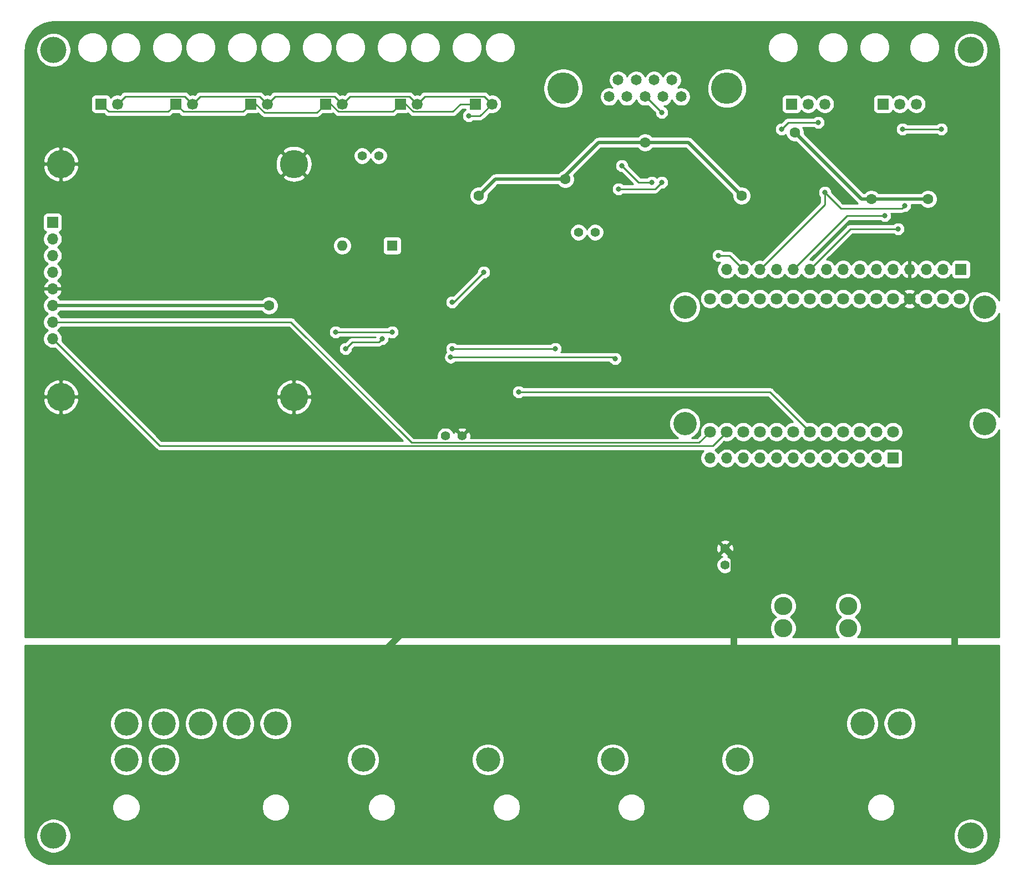
<source format=gbl>
G04 #@! TF.GenerationSoftware,KiCad,Pcbnew,(5.1.9-0-10_14)*
G04 #@! TF.CreationDate,2021-03-21T13:51:25-07:00*
G04 #@! TF.ProjectId,telemetry-pcb,74656c65-6d65-4747-9279-2d7063622e6b,rev?*
G04 #@! TF.SameCoordinates,Original*
G04 #@! TF.FileFunction,Copper,L2,Bot*
G04 #@! TF.FilePolarity,Positive*
%FSLAX46Y46*%
G04 Gerber Fmt 4.6, Leading zero omitted, Abs format (unit mm)*
G04 Created by KiCad (PCBNEW (5.1.9-0-10_14)) date 2021-03-21 13:51:25*
%MOMM*%
%LPD*%
G01*
G04 APERTURE LIST*
G04 #@! TA.AperFunction,ComponentPad*
%ADD10O,1.700000X1.700000*%
G04 #@! TD*
G04 #@! TA.AperFunction,ComponentPad*
%ADD11R,1.700000X1.700000*%
G04 #@! TD*
G04 #@! TA.AperFunction,ComponentPad*
%ADD12O,4.300000X4.300000*%
G04 #@! TD*
G04 #@! TA.AperFunction,ComponentPad*
%ADD13C,4.300000*%
G04 #@! TD*
G04 #@! TA.AperFunction,ComponentPad*
%ADD14O,1.600000X1.600000*%
G04 #@! TD*
G04 #@! TA.AperFunction,ComponentPad*
%ADD15R,1.600000X1.600000*%
G04 #@! TD*
G04 #@! TA.AperFunction,ComponentPad*
%ADD16C,1.800000*%
G04 #@! TD*
G04 #@! TA.AperFunction,WasherPad*
%ADD17C,3.556000*%
G04 #@! TD*
G04 #@! TA.AperFunction,ComponentPad*
%ADD18C,1.690000*%
G04 #@! TD*
G04 #@! TA.AperFunction,ComponentPad*
%ADD19R,1.690000X1.690000*%
G04 #@! TD*
G04 #@! TA.AperFunction,ComponentPad*
%ADD20C,4.800000*%
G04 #@! TD*
G04 #@! TA.AperFunction,ComponentPad*
%ADD21C,1.650000*%
G04 #@! TD*
G04 #@! TA.AperFunction,ComponentPad*
%ADD22C,3.700000*%
G04 #@! TD*
G04 #@! TA.AperFunction,ComponentPad*
%ADD23C,4.000000*%
G04 #@! TD*
G04 #@! TA.AperFunction,ComponentPad*
%ADD24C,2.780000*%
G04 #@! TD*
G04 #@! TA.AperFunction,ComponentPad*
%ADD25C,1.400000*%
G04 #@! TD*
G04 #@! TA.AperFunction,ViaPad*
%ADD26C,1.600000*%
G04 #@! TD*
G04 #@! TA.AperFunction,ViaPad*
%ADD27C,0.800000*%
G04 #@! TD*
G04 #@! TA.AperFunction,Conductor*
%ADD28C,1.000000*%
G04 #@! TD*
G04 #@! TA.AperFunction,Conductor*
%ADD29C,0.500000*%
G04 #@! TD*
G04 #@! TA.AperFunction,Conductor*
%ADD30C,0.250000*%
G04 #@! TD*
G04 #@! TA.AperFunction,Conductor*
%ADD31C,0.254000*%
G04 #@! TD*
G04 #@! TA.AperFunction,Conductor*
%ADD32C,0.100000*%
G04 #@! TD*
G04 APERTURE END LIST*
D10*
X54864000Y-69088000D03*
X54864000Y-66548000D03*
X54864000Y-64008000D03*
X54864000Y-61468000D03*
X54864000Y-58928000D03*
X54864000Y-56388000D03*
X54864000Y-53848000D03*
D11*
X54864000Y-51308000D03*
D12*
X56134000Y-42418000D03*
D13*
X91694000Y-42418000D03*
D12*
X91694000Y-77978000D03*
X56134000Y-77978000D03*
D10*
X155192607Y-87319463D03*
X157732607Y-87319463D03*
X160272607Y-87319463D03*
X162812607Y-87319463D03*
X165352607Y-87319463D03*
X167892607Y-87319463D03*
X170432607Y-87319463D03*
X172972607Y-87319463D03*
X175512607Y-87319463D03*
X178052607Y-87319463D03*
X180592607Y-87319463D03*
D11*
X183132607Y-87319463D03*
D10*
X157735235Y-58506104D03*
X160275235Y-58506104D03*
X162815235Y-58506104D03*
X165355235Y-58506104D03*
X167895235Y-58506104D03*
X170435235Y-58506104D03*
X172975235Y-58506104D03*
X175515235Y-58506104D03*
X178055235Y-58506104D03*
X180595235Y-58506104D03*
X183135235Y-58506104D03*
X185675235Y-58506104D03*
X188215235Y-58506104D03*
X190755235Y-58506104D03*
D11*
X193513235Y-58506104D03*
D14*
X99060000Y-54864000D03*
D15*
X106680000Y-54864000D03*
D16*
X183134000Y-83312000D03*
X180594000Y-83312000D03*
X178054000Y-83312000D03*
X175514000Y-83312000D03*
X172974000Y-83312000D03*
X170434000Y-83312000D03*
X167894000Y-83312000D03*
X165354000Y-83312000D03*
X162814000Y-83312000D03*
X160274000Y-83312000D03*
X157734000Y-83312000D03*
X155194000Y-83312000D03*
X155194000Y-62992000D03*
X157734000Y-62992000D03*
X160274000Y-62992000D03*
X162814000Y-62992000D03*
X165354000Y-62992000D03*
X167894000Y-62992000D03*
X170434000Y-62992000D03*
X172974000Y-62992000D03*
X175514000Y-62992000D03*
X178054000Y-62992000D03*
X180594000Y-62992000D03*
X183134000Y-62992000D03*
X185674000Y-62992000D03*
X188214000Y-62992000D03*
X190754000Y-62992000D03*
X193294000Y-62992000D03*
D17*
X151384000Y-64262000D03*
X197104000Y-64262000D03*
X151384000Y-82042000D03*
X197104000Y-82042000D03*
D18*
X172720000Y-33245000D03*
X170180000Y-33245000D03*
D19*
X167640000Y-33245000D03*
D18*
X186690000Y-33245000D03*
X184150000Y-33245000D03*
D19*
X181610000Y-33245000D03*
D20*
X132788000Y-30850000D03*
X157788000Y-30850000D03*
D21*
X141178000Y-29580000D03*
X143918000Y-29580000D03*
X146658000Y-29580000D03*
X149398000Y-29580000D03*
X139808000Y-32120000D03*
X142548000Y-32120000D03*
X145288000Y-32120000D03*
X148028000Y-32120000D03*
X150768000Y-32120000D03*
D22*
X159400000Y-133350000D03*
G04 #@! TA.AperFunction,ComponentPad*
G36*
G01*
X166950000Y-131750000D02*
X166950000Y-134950000D01*
G75*
G02*
X166700000Y-135200000I-250000J0D01*
G01*
X163500000Y-135200000D01*
G75*
G02*
X163250000Y-134950000I0J250000D01*
G01*
X163250000Y-131750000D01*
G75*
G02*
X163500000Y-131500000I250000J0D01*
G01*
X166700000Y-131500000D01*
G75*
G02*
X166950000Y-131750000I0J-250000D01*
G01*
G37*
G04 #@! TD.AperFunction*
X140350000Y-133350000D03*
G04 #@! TA.AperFunction,ComponentPad*
G36*
G01*
X147900000Y-131750000D02*
X147900000Y-134950000D01*
G75*
G02*
X147650000Y-135200000I-250000J0D01*
G01*
X144450000Y-135200000D01*
G75*
G02*
X144200000Y-134950000I0J250000D01*
G01*
X144200000Y-131750000D01*
G75*
G02*
X144450000Y-131500000I250000J0D01*
G01*
X147650000Y-131500000D01*
G75*
G02*
X147900000Y-131750000I0J-250000D01*
G01*
G37*
G04 #@! TD.AperFunction*
X121300000Y-133350000D03*
G04 #@! TA.AperFunction,ComponentPad*
G36*
G01*
X128850000Y-131750000D02*
X128850000Y-134950000D01*
G75*
G02*
X128600000Y-135200000I-250000J0D01*
G01*
X125400000Y-135200000D01*
G75*
G02*
X125150000Y-134950000I0J250000D01*
G01*
X125150000Y-131750000D01*
G75*
G02*
X125400000Y-131500000I250000J0D01*
G01*
X128600000Y-131500000D01*
G75*
G02*
X128850000Y-131750000I0J-250000D01*
G01*
G37*
G04 #@! TD.AperFunction*
X102250000Y-133350000D03*
G04 #@! TA.AperFunction,ComponentPad*
G36*
G01*
X109800000Y-131750000D02*
X109800000Y-134950000D01*
G75*
G02*
X109550000Y-135200000I-250000J0D01*
G01*
X106350000Y-135200000D01*
G75*
G02*
X106100000Y-134950000I0J250000D01*
G01*
X106100000Y-131750000D01*
G75*
G02*
X106350000Y-131500000I250000J0D01*
G01*
X109550000Y-131500000D01*
G75*
G02*
X109800000Y-131750000I0J-250000D01*
G01*
G37*
G04 #@! TD.AperFunction*
D18*
X64770000Y-33245000D03*
D19*
X62230000Y-33245000D03*
D18*
X76200000Y-33245000D03*
D19*
X73660000Y-33245000D03*
D18*
X87630000Y-33245000D03*
D19*
X85090000Y-33245000D03*
D18*
X110490000Y-33245000D03*
D19*
X107950000Y-33245000D03*
D18*
X121920000Y-33245000D03*
D19*
X119380000Y-33245000D03*
D18*
X99060000Y-33245000D03*
D19*
X96520000Y-33245000D03*
D23*
X195000000Y-145000000D03*
X195000000Y-25000000D03*
X55000000Y-145000000D03*
X55000000Y-25000000D03*
D22*
X66100000Y-127850000D03*
X71800000Y-127850000D03*
X77500000Y-127850000D03*
X83200000Y-127850000D03*
X88900000Y-127850000D03*
X66100000Y-133350000D03*
X71800000Y-133350000D03*
X77500000Y-133350000D03*
X83200000Y-133350000D03*
G04 #@! TA.AperFunction,ComponentPad*
G36*
G01*
X90750000Y-131750000D02*
X90750000Y-134950000D01*
G75*
G02*
X90500000Y-135200000I-250000J0D01*
G01*
X87300000Y-135200000D01*
G75*
G02*
X87050000Y-134950000I0J250000D01*
G01*
X87050000Y-131750000D01*
G75*
G02*
X87300000Y-131500000I250000J0D01*
G01*
X90500000Y-131500000D01*
G75*
G02*
X90750000Y-131750000I0J-250000D01*
G01*
G37*
G04 #@! TD.AperFunction*
D24*
X166356000Y-109884000D03*
X166356000Y-113284000D03*
X176276000Y-109884000D03*
X176276000Y-113284000D03*
D22*
X178450000Y-127850000D03*
X184150000Y-127850000D03*
X178450000Y-133350000D03*
G04 #@! TA.AperFunction,ComponentPad*
G36*
G01*
X186000000Y-131750000D02*
X186000000Y-134950000D01*
G75*
G02*
X185750000Y-135200000I-250000J0D01*
G01*
X182550000Y-135200000D01*
G75*
G02*
X182300000Y-134950000I0J250000D01*
G01*
X182300000Y-131750000D01*
G75*
G02*
X182550000Y-131500000I250000J0D01*
G01*
X185750000Y-131500000D01*
G75*
G02*
X186000000Y-131750000I0J-250000D01*
G01*
G37*
G04 #@! TD.AperFunction*
D25*
X137668000Y-52832000D03*
X135128000Y-52832000D03*
X104648000Y-41148000D03*
X102108000Y-41148000D03*
X117348000Y-83947000D03*
X114808000Y-83947000D03*
X157480000Y-101092000D03*
X157480000Y-103632000D03*
D26*
X192532000Y-89408000D03*
X117348000Y-86868000D03*
X188468000Y-47752000D03*
X179832000Y-47752000D03*
X168148000Y-37592000D03*
X160020000Y-47244000D03*
X145288000Y-39116000D03*
X133096000Y-44704000D03*
X119888000Y-47244000D03*
X87884000Y-64008000D03*
D27*
X147828000Y-45212000D03*
X141224000Y-46228000D03*
X141732000Y-42672000D03*
X146308653Y-45216653D03*
X184568000Y-37084000D03*
X190500000Y-37084000D03*
X156464000Y-56388000D03*
X125984000Y-77216000D03*
X183896000Y-52324000D03*
X147828000Y-34544000D03*
X171704000Y-36068000D03*
X166116000Y-37084000D03*
X115824000Y-70612000D03*
X131572000Y-70612000D03*
X115612731Y-71924731D03*
X140716000Y-72136000D03*
X118364000Y-35052000D03*
X106680000Y-68072000D03*
X98044000Y-68072000D03*
X105156000Y-69088000D03*
X99568000Y-70612000D03*
X184912000Y-48768000D03*
X172720000Y-46736000D03*
X181864000Y-50292000D03*
X120672000Y-58928000D03*
X115824000Y-63500000D03*
D28*
X158880001Y-127130001D02*
X158880001Y-102492001D01*
X158880001Y-102492001D02*
X157480000Y-101092000D01*
X165100000Y-133350000D02*
X158880001Y-127130001D01*
X184150000Y-133350000D02*
X192532000Y-124968000D01*
X192532000Y-124968000D02*
X192532000Y-89408000D01*
X117348000Y-104902000D02*
X117348000Y-86868000D01*
X88900000Y-133350000D02*
X117348000Y-104902000D01*
D29*
X188468000Y-47752000D02*
X179832000Y-47752000D01*
X178308000Y-47752000D02*
X168148000Y-37592000D01*
X179832000Y-47752000D02*
X178308000Y-47752000D01*
X151892000Y-39116000D02*
X145288000Y-39116000D01*
X160020000Y-47244000D02*
X151892000Y-39116000D01*
X145288000Y-39116000D02*
X138176000Y-39116000D01*
X133096000Y-44196000D02*
X133096000Y-44704000D01*
X138176000Y-39116000D02*
X133096000Y-44196000D01*
X122428000Y-44704000D02*
X119888000Y-47244000D01*
X133096000Y-44704000D02*
X122428000Y-44704000D01*
X87884000Y-64008000D02*
X54864000Y-64008000D01*
D30*
X146812000Y-46228000D02*
X141224000Y-46228000D01*
X147828000Y-45212000D02*
X146812000Y-46228000D01*
X144276653Y-45216653D02*
X146308653Y-45216653D01*
X141732000Y-42672000D02*
X144276653Y-45216653D01*
X184568000Y-37084000D02*
X190500000Y-37084000D01*
X158157131Y-56388000D02*
X160275235Y-58506104D01*
X156464000Y-56388000D02*
X158157131Y-56388000D01*
X164338000Y-77216000D02*
X170434000Y-83312000D01*
X125984000Y-77216000D02*
X164338000Y-77216000D01*
X172975235Y-58506104D02*
X173141896Y-58506104D01*
X176617339Y-52324000D02*
X170435235Y-58506104D01*
X183896000Y-52324000D02*
X176617339Y-52324000D01*
X145404000Y-32120000D02*
X145288000Y-32120000D01*
X147828000Y-34544000D02*
X145404000Y-32120000D01*
X167132000Y-36068000D02*
X166116000Y-37084000D01*
X171704000Y-36068000D02*
X167132000Y-36068000D01*
X115824000Y-70612000D02*
X131572000Y-70612000D01*
X140504731Y-71924731D02*
X140716000Y-72136000D01*
X115612731Y-71924731D02*
X140504731Y-71924731D01*
X120113000Y-35052000D02*
X121920000Y-33245000D01*
X118364000Y-35052000D02*
X120113000Y-35052000D01*
X111660001Y-32074999D02*
X110490000Y-33245000D01*
X120749999Y-32074999D02*
X111660001Y-32074999D01*
X121920000Y-33245000D02*
X120749999Y-32074999D01*
X100230001Y-32074999D02*
X99060000Y-33245000D01*
X109319999Y-32074999D02*
X100230001Y-32074999D01*
X110490000Y-33245000D02*
X109319999Y-32074999D01*
X88800001Y-32074999D02*
X87630000Y-33245000D01*
X97889999Y-32074999D02*
X88800001Y-32074999D01*
X99060000Y-33245000D02*
X97889999Y-32074999D01*
X86459999Y-32074999D02*
X77370001Y-32074999D01*
X77370001Y-32074999D02*
X76200000Y-33245000D01*
X87630000Y-33245000D02*
X86459999Y-32074999D01*
X65940001Y-32074999D02*
X64770000Y-33245000D01*
X75029999Y-32074999D02*
X65940001Y-32074999D01*
X76200000Y-33245000D02*
X75029999Y-32074999D01*
X106680000Y-68072000D02*
X98044000Y-68072000D01*
X72489999Y-34415001D02*
X73660000Y-33245000D01*
X63400001Y-34415001D02*
X72489999Y-34415001D01*
X62230000Y-33245000D02*
X63400001Y-34415001D01*
X83919999Y-34415001D02*
X85090000Y-33245000D01*
X74830001Y-34415001D02*
X83919999Y-34415001D01*
X73660000Y-33245000D02*
X74830001Y-34415001D01*
X95221000Y-34544000D02*
X96520000Y-33245000D01*
X87197398Y-34544000D02*
X95221000Y-34544000D01*
X85898398Y-33245000D02*
X87197398Y-34544000D01*
X85090000Y-33245000D02*
X85898398Y-33245000D01*
X106779999Y-34415001D02*
X107950000Y-33245000D01*
X98498399Y-34415001D02*
X106779999Y-34415001D01*
X97328398Y-33245000D02*
X98498399Y-34415001D01*
X96520000Y-33245000D02*
X97328398Y-33245000D01*
X117123000Y-33245000D02*
X119380000Y-33245000D01*
X115952999Y-34415001D02*
X117123000Y-33245000D01*
X109928399Y-34415001D02*
X115952999Y-34415001D01*
X108758398Y-33245000D02*
X109928399Y-34415001D01*
X107950000Y-33245000D02*
X108758398Y-33245000D01*
X105156000Y-69088000D02*
X104648000Y-69596000D01*
X100584000Y-69596000D02*
X99568000Y-70612000D01*
X104648000Y-69596000D02*
X100584000Y-69596000D01*
X155623990Y-85422010D02*
X157734000Y-83312000D01*
X71198010Y-85422010D02*
X155623990Y-85422010D01*
X54864000Y-69088000D02*
X71198010Y-85422010D01*
X153533999Y-84972001D02*
X155194000Y-83312000D01*
X91224998Y-66548000D02*
X109648999Y-84972001D01*
X109648999Y-84972001D02*
X153533999Y-84972001D01*
X54864000Y-66548000D02*
X91224998Y-66548000D01*
X175151999Y-49167999D02*
X172720000Y-46736000D01*
X184512001Y-49167999D02*
X175151999Y-49167999D01*
X184912000Y-48768000D02*
X184512001Y-49167999D01*
X172720000Y-48601339D02*
X162815235Y-58506104D01*
X172720000Y-46736000D02*
X172720000Y-48601339D01*
X176109339Y-50292000D02*
X167895235Y-58506104D01*
X181864000Y-50292000D02*
X176109339Y-50292000D01*
X116100000Y-63500000D02*
X115824000Y-63500000D01*
X120672000Y-58928000D02*
X116100000Y-63500000D01*
D31*
X199315001Y-144969484D02*
X199244125Y-145763637D01*
X199041820Y-146503140D01*
X198711758Y-147195128D01*
X198264371Y-147817733D01*
X197713808Y-148351266D01*
X197077456Y-148778876D01*
X196375437Y-149087042D01*
X195624681Y-149267282D01*
X194974888Y-149315000D01*
X55030505Y-149315000D01*
X54236363Y-149244125D01*
X53496860Y-149041820D01*
X52804872Y-148711758D01*
X52182267Y-148264371D01*
X51648734Y-147713808D01*
X51221124Y-147077456D01*
X50912958Y-146375437D01*
X50732718Y-145624681D01*
X50685000Y-144974888D01*
X50685000Y-144740475D01*
X52365000Y-144740475D01*
X52365000Y-145259525D01*
X52466261Y-145768601D01*
X52664893Y-146248141D01*
X52953262Y-146679715D01*
X53320285Y-147046738D01*
X53751859Y-147335107D01*
X54231399Y-147533739D01*
X54740475Y-147635000D01*
X55259525Y-147635000D01*
X55768601Y-147533739D01*
X56248141Y-147335107D01*
X56679715Y-147046738D01*
X57046738Y-146679715D01*
X57335107Y-146248141D01*
X57533739Y-145768601D01*
X57635000Y-145259525D01*
X57635000Y-144740475D01*
X192365000Y-144740475D01*
X192365000Y-145259525D01*
X192466261Y-145768601D01*
X192664893Y-146248141D01*
X192953262Y-146679715D01*
X193320285Y-147046738D01*
X193751859Y-147335107D01*
X194231399Y-147533739D01*
X194740475Y-147635000D01*
X195259525Y-147635000D01*
X195768601Y-147533739D01*
X196248141Y-147335107D01*
X196679715Y-147046738D01*
X197046738Y-146679715D01*
X197335107Y-146248141D01*
X197533739Y-145768601D01*
X197635000Y-145259525D01*
X197635000Y-144740475D01*
X197533739Y-144231399D01*
X197335107Y-143751859D01*
X197046738Y-143320285D01*
X196679715Y-142953262D01*
X196248141Y-142664893D01*
X195768601Y-142466261D01*
X195259525Y-142365000D01*
X194740475Y-142365000D01*
X194231399Y-142466261D01*
X193751859Y-142664893D01*
X193320285Y-142953262D01*
X192953262Y-143320285D01*
X192664893Y-143751859D01*
X192466261Y-144231399D01*
X192365000Y-144740475D01*
X57635000Y-144740475D01*
X57533739Y-144231399D01*
X57335107Y-143751859D01*
X57046738Y-143320285D01*
X56679715Y-142953262D01*
X56248141Y-142664893D01*
X55768601Y-142466261D01*
X55259525Y-142365000D01*
X54740475Y-142365000D01*
X54231399Y-142466261D01*
X53751859Y-142664893D01*
X53320285Y-142953262D01*
X52953262Y-143320285D01*
X52664893Y-143751859D01*
X52466261Y-144231399D01*
X52365000Y-144740475D01*
X50685000Y-144740475D01*
X50685000Y-140439721D01*
X63965000Y-140439721D01*
X63965000Y-140860279D01*
X64047047Y-141272756D01*
X64207988Y-141661302D01*
X64441637Y-142010983D01*
X64739017Y-142308363D01*
X65088698Y-142542012D01*
X65477244Y-142702953D01*
X65889721Y-142785000D01*
X66310279Y-142785000D01*
X66722756Y-142702953D01*
X67111302Y-142542012D01*
X67460983Y-142308363D01*
X67758363Y-142010983D01*
X67992012Y-141661302D01*
X68152953Y-141272756D01*
X68235000Y-140860279D01*
X68235000Y-140439721D01*
X86765000Y-140439721D01*
X86765000Y-140860279D01*
X86847047Y-141272756D01*
X87007988Y-141661302D01*
X87241637Y-142010983D01*
X87539017Y-142308363D01*
X87888698Y-142542012D01*
X88277244Y-142702953D01*
X88689721Y-142785000D01*
X89110279Y-142785000D01*
X89522756Y-142702953D01*
X89911302Y-142542012D01*
X90260983Y-142308363D01*
X90558363Y-142010983D01*
X90792012Y-141661302D01*
X90952953Y-141272756D01*
X91035000Y-140860279D01*
X91035000Y-140439721D01*
X102965000Y-140439721D01*
X102965000Y-140860279D01*
X103047047Y-141272756D01*
X103207988Y-141661302D01*
X103441637Y-142010983D01*
X103739017Y-142308363D01*
X104088698Y-142542012D01*
X104477244Y-142702953D01*
X104889721Y-142785000D01*
X105310279Y-142785000D01*
X105722756Y-142702953D01*
X106111302Y-142542012D01*
X106460983Y-142308363D01*
X106758363Y-142010983D01*
X106992012Y-141661302D01*
X107152953Y-141272756D01*
X107235000Y-140860279D01*
X107235000Y-140439721D01*
X122015000Y-140439721D01*
X122015000Y-140860279D01*
X122097047Y-141272756D01*
X122257988Y-141661302D01*
X122491637Y-142010983D01*
X122789017Y-142308363D01*
X123138698Y-142542012D01*
X123527244Y-142702953D01*
X123939721Y-142785000D01*
X124360279Y-142785000D01*
X124772756Y-142702953D01*
X125161302Y-142542012D01*
X125510983Y-142308363D01*
X125808363Y-142010983D01*
X126042012Y-141661302D01*
X126202953Y-141272756D01*
X126285000Y-140860279D01*
X126285000Y-140439721D01*
X141065000Y-140439721D01*
X141065000Y-140860279D01*
X141147047Y-141272756D01*
X141307988Y-141661302D01*
X141541637Y-142010983D01*
X141839017Y-142308363D01*
X142188698Y-142542012D01*
X142577244Y-142702953D01*
X142989721Y-142785000D01*
X143410279Y-142785000D01*
X143822756Y-142702953D01*
X144211302Y-142542012D01*
X144560983Y-142308363D01*
X144858363Y-142010983D01*
X145092012Y-141661302D01*
X145252953Y-141272756D01*
X145335000Y-140860279D01*
X145335000Y-140439721D01*
X160115000Y-140439721D01*
X160115000Y-140860279D01*
X160197047Y-141272756D01*
X160357988Y-141661302D01*
X160591637Y-142010983D01*
X160889017Y-142308363D01*
X161238698Y-142542012D01*
X161627244Y-142702953D01*
X162039721Y-142785000D01*
X162460279Y-142785000D01*
X162872756Y-142702953D01*
X163261302Y-142542012D01*
X163610983Y-142308363D01*
X163908363Y-142010983D01*
X164142012Y-141661302D01*
X164302953Y-141272756D01*
X164385000Y-140860279D01*
X164385000Y-140439721D01*
X179165000Y-140439721D01*
X179165000Y-140860279D01*
X179247047Y-141272756D01*
X179407988Y-141661302D01*
X179641637Y-142010983D01*
X179939017Y-142308363D01*
X180288698Y-142542012D01*
X180677244Y-142702953D01*
X181089721Y-142785000D01*
X181510279Y-142785000D01*
X181922756Y-142702953D01*
X182311302Y-142542012D01*
X182660983Y-142308363D01*
X182958363Y-142010983D01*
X183192012Y-141661302D01*
X183352953Y-141272756D01*
X183435000Y-140860279D01*
X183435000Y-140439721D01*
X183352953Y-140027244D01*
X183192012Y-139638698D01*
X182958363Y-139289017D01*
X182660983Y-138991637D01*
X182311302Y-138757988D01*
X181922756Y-138597047D01*
X181510279Y-138515000D01*
X181089721Y-138515000D01*
X180677244Y-138597047D01*
X180288698Y-138757988D01*
X179939017Y-138991637D01*
X179641637Y-139289017D01*
X179407988Y-139638698D01*
X179247047Y-140027244D01*
X179165000Y-140439721D01*
X164385000Y-140439721D01*
X164302953Y-140027244D01*
X164142012Y-139638698D01*
X163908363Y-139289017D01*
X163610983Y-138991637D01*
X163261302Y-138757988D01*
X162872756Y-138597047D01*
X162460279Y-138515000D01*
X162039721Y-138515000D01*
X161627244Y-138597047D01*
X161238698Y-138757988D01*
X160889017Y-138991637D01*
X160591637Y-139289017D01*
X160357988Y-139638698D01*
X160197047Y-140027244D01*
X160115000Y-140439721D01*
X145335000Y-140439721D01*
X145252953Y-140027244D01*
X145092012Y-139638698D01*
X144858363Y-139289017D01*
X144560983Y-138991637D01*
X144211302Y-138757988D01*
X143822756Y-138597047D01*
X143410279Y-138515000D01*
X142989721Y-138515000D01*
X142577244Y-138597047D01*
X142188698Y-138757988D01*
X141839017Y-138991637D01*
X141541637Y-139289017D01*
X141307988Y-139638698D01*
X141147047Y-140027244D01*
X141065000Y-140439721D01*
X126285000Y-140439721D01*
X126202953Y-140027244D01*
X126042012Y-139638698D01*
X125808363Y-139289017D01*
X125510983Y-138991637D01*
X125161302Y-138757988D01*
X124772756Y-138597047D01*
X124360279Y-138515000D01*
X123939721Y-138515000D01*
X123527244Y-138597047D01*
X123138698Y-138757988D01*
X122789017Y-138991637D01*
X122491637Y-139289017D01*
X122257988Y-139638698D01*
X122097047Y-140027244D01*
X122015000Y-140439721D01*
X107235000Y-140439721D01*
X107152953Y-140027244D01*
X106992012Y-139638698D01*
X106758363Y-139289017D01*
X106460983Y-138991637D01*
X106111302Y-138757988D01*
X105722756Y-138597047D01*
X105310279Y-138515000D01*
X104889721Y-138515000D01*
X104477244Y-138597047D01*
X104088698Y-138757988D01*
X103739017Y-138991637D01*
X103441637Y-139289017D01*
X103207988Y-139638698D01*
X103047047Y-140027244D01*
X102965000Y-140439721D01*
X91035000Y-140439721D01*
X90952953Y-140027244D01*
X90792012Y-139638698D01*
X90558363Y-139289017D01*
X90260983Y-138991637D01*
X89911302Y-138757988D01*
X89522756Y-138597047D01*
X89110279Y-138515000D01*
X88689721Y-138515000D01*
X88277244Y-138597047D01*
X87888698Y-138757988D01*
X87539017Y-138991637D01*
X87241637Y-139289017D01*
X87007988Y-139638698D01*
X86847047Y-140027244D01*
X86765000Y-140439721D01*
X68235000Y-140439721D01*
X68152953Y-140027244D01*
X67992012Y-139638698D01*
X67758363Y-139289017D01*
X67460983Y-138991637D01*
X67111302Y-138757988D01*
X66722756Y-138597047D01*
X66310279Y-138515000D01*
X65889721Y-138515000D01*
X65477244Y-138597047D01*
X65088698Y-138757988D01*
X64739017Y-138991637D01*
X64441637Y-139289017D01*
X64207988Y-139638698D01*
X64047047Y-140027244D01*
X63965000Y-140439721D01*
X50685000Y-140439721D01*
X50685000Y-133105249D01*
X63615000Y-133105249D01*
X63615000Y-133594751D01*
X63710497Y-134074848D01*
X63897821Y-134527089D01*
X64169774Y-134934095D01*
X64515905Y-135280226D01*
X64922911Y-135552179D01*
X65375152Y-135739503D01*
X65855249Y-135835000D01*
X66344751Y-135835000D01*
X66824848Y-135739503D01*
X67277089Y-135552179D01*
X67684095Y-135280226D01*
X68030226Y-134934095D01*
X68302179Y-134527089D01*
X68489503Y-134074848D01*
X68585000Y-133594751D01*
X68585000Y-133105249D01*
X69315000Y-133105249D01*
X69315000Y-133594751D01*
X69410497Y-134074848D01*
X69597821Y-134527089D01*
X69869774Y-134934095D01*
X70215905Y-135280226D01*
X70622911Y-135552179D01*
X71075152Y-135739503D01*
X71555249Y-135835000D01*
X72044751Y-135835000D01*
X72524848Y-135739503D01*
X72977089Y-135552179D01*
X73384095Y-135280226D01*
X73730226Y-134934095D01*
X74002179Y-134527089D01*
X74189503Y-134074848D01*
X74285000Y-133594751D01*
X74285000Y-133105249D01*
X99765000Y-133105249D01*
X99765000Y-133594751D01*
X99860497Y-134074848D01*
X100047821Y-134527089D01*
X100319774Y-134934095D01*
X100665905Y-135280226D01*
X101072911Y-135552179D01*
X101525152Y-135739503D01*
X102005249Y-135835000D01*
X102494751Y-135835000D01*
X102974848Y-135739503D01*
X103427089Y-135552179D01*
X103834095Y-135280226D01*
X104180226Y-134934095D01*
X104452179Y-134527089D01*
X104639503Y-134074848D01*
X104735000Y-133594751D01*
X104735000Y-133105249D01*
X118815000Y-133105249D01*
X118815000Y-133594751D01*
X118910497Y-134074848D01*
X119097821Y-134527089D01*
X119369774Y-134934095D01*
X119715905Y-135280226D01*
X120122911Y-135552179D01*
X120575152Y-135739503D01*
X121055249Y-135835000D01*
X121544751Y-135835000D01*
X122024848Y-135739503D01*
X122477089Y-135552179D01*
X122884095Y-135280226D01*
X123230226Y-134934095D01*
X123502179Y-134527089D01*
X123689503Y-134074848D01*
X123785000Y-133594751D01*
X123785000Y-133105249D01*
X137865000Y-133105249D01*
X137865000Y-133594751D01*
X137960497Y-134074848D01*
X138147821Y-134527089D01*
X138419774Y-134934095D01*
X138765905Y-135280226D01*
X139172911Y-135552179D01*
X139625152Y-135739503D01*
X140105249Y-135835000D01*
X140594751Y-135835000D01*
X141074848Y-135739503D01*
X141527089Y-135552179D01*
X141934095Y-135280226D01*
X142280226Y-134934095D01*
X142552179Y-134527089D01*
X142739503Y-134074848D01*
X142835000Y-133594751D01*
X142835000Y-133105249D01*
X156915000Y-133105249D01*
X156915000Y-133594751D01*
X157010497Y-134074848D01*
X157197821Y-134527089D01*
X157469774Y-134934095D01*
X157815905Y-135280226D01*
X158222911Y-135552179D01*
X158675152Y-135739503D01*
X159155249Y-135835000D01*
X159644751Y-135835000D01*
X160124848Y-135739503D01*
X160577089Y-135552179D01*
X160984095Y-135280226D01*
X161330226Y-134934095D01*
X161602179Y-134527089D01*
X161789503Y-134074848D01*
X161885000Y-133594751D01*
X161885000Y-133105249D01*
X161789503Y-132625152D01*
X161602179Y-132172911D01*
X161330226Y-131765905D01*
X160984095Y-131419774D01*
X160577089Y-131147821D01*
X160124848Y-130960497D01*
X159644751Y-130865000D01*
X159155249Y-130865000D01*
X158675152Y-130960497D01*
X158222911Y-131147821D01*
X157815905Y-131419774D01*
X157469774Y-131765905D01*
X157197821Y-132172911D01*
X157010497Y-132625152D01*
X156915000Y-133105249D01*
X142835000Y-133105249D01*
X142739503Y-132625152D01*
X142552179Y-132172911D01*
X142280226Y-131765905D01*
X141934095Y-131419774D01*
X141527089Y-131147821D01*
X141074848Y-130960497D01*
X140594751Y-130865000D01*
X140105249Y-130865000D01*
X139625152Y-130960497D01*
X139172911Y-131147821D01*
X138765905Y-131419774D01*
X138419774Y-131765905D01*
X138147821Y-132172911D01*
X137960497Y-132625152D01*
X137865000Y-133105249D01*
X123785000Y-133105249D01*
X123689503Y-132625152D01*
X123502179Y-132172911D01*
X123230226Y-131765905D01*
X122884095Y-131419774D01*
X122477089Y-131147821D01*
X122024848Y-130960497D01*
X121544751Y-130865000D01*
X121055249Y-130865000D01*
X120575152Y-130960497D01*
X120122911Y-131147821D01*
X119715905Y-131419774D01*
X119369774Y-131765905D01*
X119097821Y-132172911D01*
X118910497Y-132625152D01*
X118815000Y-133105249D01*
X104735000Y-133105249D01*
X104639503Y-132625152D01*
X104452179Y-132172911D01*
X104180226Y-131765905D01*
X103834095Y-131419774D01*
X103427089Y-131147821D01*
X102974848Y-130960497D01*
X102494751Y-130865000D01*
X102005249Y-130865000D01*
X101525152Y-130960497D01*
X101072911Y-131147821D01*
X100665905Y-131419774D01*
X100319774Y-131765905D01*
X100047821Y-132172911D01*
X99860497Y-132625152D01*
X99765000Y-133105249D01*
X74285000Y-133105249D01*
X74189503Y-132625152D01*
X74002179Y-132172911D01*
X73730226Y-131765905D01*
X73384095Y-131419774D01*
X72977089Y-131147821D01*
X72524848Y-130960497D01*
X72044751Y-130865000D01*
X71555249Y-130865000D01*
X71075152Y-130960497D01*
X70622911Y-131147821D01*
X70215905Y-131419774D01*
X69869774Y-131765905D01*
X69597821Y-132172911D01*
X69410497Y-132625152D01*
X69315000Y-133105249D01*
X68585000Y-133105249D01*
X68489503Y-132625152D01*
X68302179Y-132172911D01*
X68030226Y-131765905D01*
X67684095Y-131419774D01*
X67277089Y-131147821D01*
X66824848Y-130960497D01*
X66344751Y-130865000D01*
X65855249Y-130865000D01*
X65375152Y-130960497D01*
X64922911Y-131147821D01*
X64515905Y-131419774D01*
X64169774Y-131765905D01*
X63897821Y-132172911D01*
X63710497Y-132625152D01*
X63615000Y-133105249D01*
X50685000Y-133105249D01*
X50685000Y-127605249D01*
X63615000Y-127605249D01*
X63615000Y-128094751D01*
X63710497Y-128574848D01*
X63897821Y-129027089D01*
X64169774Y-129434095D01*
X64515905Y-129780226D01*
X64922911Y-130052179D01*
X65375152Y-130239503D01*
X65855249Y-130335000D01*
X66344751Y-130335000D01*
X66824848Y-130239503D01*
X67277089Y-130052179D01*
X67684095Y-129780226D01*
X68030226Y-129434095D01*
X68302179Y-129027089D01*
X68489503Y-128574848D01*
X68585000Y-128094751D01*
X68585000Y-127605249D01*
X69315000Y-127605249D01*
X69315000Y-128094751D01*
X69410497Y-128574848D01*
X69597821Y-129027089D01*
X69869774Y-129434095D01*
X70215905Y-129780226D01*
X70622911Y-130052179D01*
X71075152Y-130239503D01*
X71555249Y-130335000D01*
X72044751Y-130335000D01*
X72524848Y-130239503D01*
X72977089Y-130052179D01*
X73384095Y-129780226D01*
X73730226Y-129434095D01*
X74002179Y-129027089D01*
X74189503Y-128574848D01*
X74285000Y-128094751D01*
X74285000Y-127605249D01*
X75015000Y-127605249D01*
X75015000Y-128094751D01*
X75110497Y-128574848D01*
X75297821Y-129027089D01*
X75569774Y-129434095D01*
X75915905Y-129780226D01*
X76322911Y-130052179D01*
X76775152Y-130239503D01*
X77255249Y-130335000D01*
X77744751Y-130335000D01*
X78224848Y-130239503D01*
X78677089Y-130052179D01*
X79084095Y-129780226D01*
X79430226Y-129434095D01*
X79702179Y-129027089D01*
X79889503Y-128574848D01*
X79985000Y-128094751D01*
X79985000Y-127605249D01*
X80715000Y-127605249D01*
X80715000Y-128094751D01*
X80810497Y-128574848D01*
X80997821Y-129027089D01*
X81269774Y-129434095D01*
X81615905Y-129780226D01*
X82022911Y-130052179D01*
X82475152Y-130239503D01*
X82955249Y-130335000D01*
X83444751Y-130335000D01*
X83924848Y-130239503D01*
X84377089Y-130052179D01*
X84784095Y-129780226D01*
X85130226Y-129434095D01*
X85402179Y-129027089D01*
X85589503Y-128574848D01*
X85685000Y-128094751D01*
X85685000Y-127605249D01*
X86415000Y-127605249D01*
X86415000Y-128094751D01*
X86510497Y-128574848D01*
X86697821Y-129027089D01*
X86969774Y-129434095D01*
X87315905Y-129780226D01*
X87722911Y-130052179D01*
X88175152Y-130239503D01*
X88655249Y-130335000D01*
X89144751Y-130335000D01*
X89624848Y-130239503D01*
X90077089Y-130052179D01*
X90484095Y-129780226D01*
X90830226Y-129434095D01*
X91102179Y-129027089D01*
X91289503Y-128574848D01*
X91385000Y-128094751D01*
X91385000Y-127605249D01*
X175965000Y-127605249D01*
X175965000Y-128094751D01*
X176060497Y-128574848D01*
X176247821Y-129027089D01*
X176519774Y-129434095D01*
X176865905Y-129780226D01*
X177272911Y-130052179D01*
X177725152Y-130239503D01*
X178205249Y-130335000D01*
X178694751Y-130335000D01*
X179174848Y-130239503D01*
X179627089Y-130052179D01*
X180034095Y-129780226D01*
X180380226Y-129434095D01*
X180652179Y-129027089D01*
X180839503Y-128574848D01*
X180935000Y-128094751D01*
X180935000Y-127605249D01*
X181665000Y-127605249D01*
X181665000Y-128094751D01*
X181760497Y-128574848D01*
X181947821Y-129027089D01*
X182219774Y-129434095D01*
X182565905Y-129780226D01*
X182972911Y-130052179D01*
X183425152Y-130239503D01*
X183905249Y-130335000D01*
X184394751Y-130335000D01*
X184874848Y-130239503D01*
X185327089Y-130052179D01*
X185734095Y-129780226D01*
X186080226Y-129434095D01*
X186352179Y-129027089D01*
X186539503Y-128574848D01*
X186635000Y-128094751D01*
X186635000Y-127605249D01*
X186539503Y-127125152D01*
X186352179Y-126672911D01*
X186080226Y-126265905D01*
X185734095Y-125919774D01*
X185327089Y-125647821D01*
X184874848Y-125460497D01*
X184394751Y-125365000D01*
X183905249Y-125365000D01*
X183425152Y-125460497D01*
X182972911Y-125647821D01*
X182565905Y-125919774D01*
X182219774Y-126265905D01*
X181947821Y-126672911D01*
X181760497Y-127125152D01*
X181665000Y-127605249D01*
X180935000Y-127605249D01*
X180839503Y-127125152D01*
X180652179Y-126672911D01*
X180380226Y-126265905D01*
X180034095Y-125919774D01*
X179627089Y-125647821D01*
X179174848Y-125460497D01*
X178694751Y-125365000D01*
X178205249Y-125365000D01*
X177725152Y-125460497D01*
X177272911Y-125647821D01*
X176865905Y-125919774D01*
X176519774Y-126265905D01*
X176247821Y-126672911D01*
X176060497Y-127125152D01*
X175965000Y-127605249D01*
X91385000Y-127605249D01*
X91289503Y-127125152D01*
X91102179Y-126672911D01*
X90830226Y-126265905D01*
X90484095Y-125919774D01*
X90077089Y-125647821D01*
X89624848Y-125460497D01*
X89144751Y-125365000D01*
X88655249Y-125365000D01*
X88175152Y-125460497D01*
X87722911Y-125647821D01*
X87315905Y-125919774D01*
X86969774Y-126265905D01*
X86697821Y-126672911D01*
X86510497Y-127125152D01*
X86415000Y-127605249D01*
X85685000Y-127605249D01*
X85589503Y-127125152D01*
X85402179Y-126672911D01*
X85130226Y-126265905D01*
X84784095Y-125919774D01*
X84377089Y-125647821D01*
X83924848Y-125460497D01*
X83444751Y-125365000D01*
X82955249Y-125365000D01*
X82475152Y-125460497D01*
X82022911Y-125647821D01*
X81615905Y-125919774D01*
X81269774Y-126265905D01*
X80997821Y-126672911D01*
X80810497Y-127125152D01*
X80715000Y-127605249D01*
X79985000Y-127605249D01*
X79889503Y-127125152D01*
X79702179Y-126672911D01*
X79430226Y-126265905D01*
X79084095Y-125919774D01*
X78677089Y-125647821D01*
X78224848Y-125460497D01*
X77744751Y-125365000D01*
X77255249Y-125365000D01*
X76775152Y-125460497D01*
X76322911Y-125647821D01*
X75915905Y-125919774D01*
X75569774Y-126265905D01*
X75297821Y-126672911D01*
X75110497Y-127125152D01*
X75015000Y-127605249D01*
X74285000Y-127605249D01*
X74189503Y-127125152D01*
X74002179Y-126672911D01*
X73730226Y-126265905D01*
X73384095Y-125919774D01*
X72977089Y-125647821D01*
X72524848Y-125460497D01*
X72044751Y-125365000D01*
X71555249Y-125365000D01*
X71075152Y-125460497D01*
X70622911Y-125647821D01*
X70215905Y-125919774D01*
X69869774Y-126265905D01*
X69597821Y-126672911D01*
X69410497Y-127125152D01*
X69315000Y-127605249D01*
X68585000Y-127605249D01*
X68489503Y-127125152D01*
X68302179Y-126672911D01*
X68030226Y-126265905D01*
X67684095Y-125919774D01*
X67277089Y-125647821D01*
X66824848Y-125460497D01*
X66344751Y-125365000D01*
X65855249Y-125365000D01*
X65375152Y-125460497D01*
X64922911Y-125647821D01*
X64515905Y-125919774D01*
X64169774Y-126265905D01*
X63897821Y-126672911D01*
X63710497Y-127125152D01*
X63615000Y-127605249D01*
X50685000Y-127605249D01*
X50685000Y-115951000D01*
X199315001Y-115951000D01*
X199315001Y-144969484D01*
G04 #@! TA.AperFunction,Conductor*
D32*
G36*
X199315001Y-144969484D02*
G01*
X199244125Y-145763637D01*
X199041820Y-146503140D01*
X198711758Y-147195128D01*
X198264371Y-147817733D01*
X197713808Y-148351266D01*
X197077456Y-148778876D01*
X196375437Y-149087042D01*
X195624681Y-149267282D01*
X194974888Y-149315000D01*
X55030505Y-149315000D01*
X54236363Y-149244125D01*
X53496860Y-149041820D01*
X52804872Y-148711758D01*
X52182267Y-148264371D01*
X51648734Y-147713808D01*
X51221124Y-147077456D01*
X50912958Y-146375437D01*
X50732718Y-145624681D01*
X50685000Y-144974888D01*
X50685000Y-144740475D01*
X52365000Y-144740475D01*
X52365000Y-145259525D01*
X52466261Y-145768601D01*
X52664893Y-146248141D01*
X52953262Y-146679715D01*
X53320285Y-147046738D01*
X53751859Y-147335107D01*
X54231399Y-147533739D01*
X54740475Y-147635000D01*
X55259525Y-147635000D01*
X55768601Y-147533739D01*
X56248141Y-147335107D01*
X56679715Y-147046738D01*
X57046738Y-146679715D01*
X57335107Y-146248141D01*
X57533739Y-145768601D01*
X57635000Y-145259525D01*
X57635000Y-144740475D01*
X192365000Y-144740475D01*
X192365000Y-145259525D01*
X192466261Y-145768601D01*
X192664893Y-146248141D01*
X192953262Y-146679715D01*
X193320285Y-147046738D01*
X193751859Y-147335107D01*
X194231399Y-147533739D01*
X194740475Y-147635000D01*
X195259525Y-147635000D01*
X195768601Y-147533739D01*
X196248141Y-147335107D01*
X196679715Y-147046738D01*
X197046738Y-146679715D01*
X197335107Y-146248141D01*
X197533739Y-145768601D01*
X197635000Y-145259525D01*
X197635000Y-144740475D01*
X197533739Y-144231399D01*
X197335107Y-143751859D01*
X197046738Y-143320285D01*
X196679715Y-142953262D01*
X196248141Y-142664893D01*
X195768601Y-142466261D01*
X195259525Y-142365000D01*
X194740475Y-142365000D01*
X194231399Y-142466261D01*
X193751859Y-142664893D01*
X193320285Y-142953262D01*
X192953262Y-143320285D01*
X192664893Y-143751859D01*
X192466261Y-144231399D01*
X192365000Y-144740475D01*
X57635000Y-144740475D01*
X57533739Y-144231399D01*
X57335107Y-143751859D01*
X57046738Y-143320285D01*
X56679715Y-142953262D01*
X56248141Y-142664893D01*
X55768601Y-142466261D01*
X55259525Y-142365000D01*
X54740475Y-142365000D01*
X54231399Y-142466261D01*
X53751859Y-142664893D01*
X53320285Y-142953262D01*
X52953262Y-143320285D01*
X52664893Y-143751859D01*
X52466261Y-144231399D01*
X52365000Y-144740475D01*
X50685000Y-144740475D01*
X50685000Y-140439721D01*
X63965000Y-140439721D01*
X63965000Y-140860279D01*
X64047047Y-141272756D01*
X64207988Y-141661302D01*
X64441637Y-142010983D01*
X64739017Y-142308363D01*
X65088698Y-142542012D01*
X65477244Y-142702953D01*
X65889721Y-142785000D01*
X66310279Y-142785000D01*
X66722756Y-142702953D01*
X67111302Y-142542012D01*
X67460983Y-142308363D01*
X67758363Y-142010983D01*
X67992012Y-141661302D01*
X68152953Y-141272756D01*
X68235000Y-140860279D01*
X68235000Y-140439721D01*
X86765000Y-140439721D01*
X86765000Y-140860279D01*
X86847047Y-141272756D01*
X87007988Y-141661302D01*
X87241637Y-142010983D01*
X87539017Y-142308363D01*
X87888698Y-142542012D01*
X88277244Y-142702953D01*
X88689721Y-142785000D01*
X89110279Y-142785000D01*
X89522756Y-142702953D01*
X89911302Y-142542012D01*
X90260983Y-142308363D01*
X90558363Y-142010983D01*
X90792012Y-141661302D01*
X90952953Y-141272756D01*
X91035000Y-140860279D01*
X91035000Y-140439721D01*
X102965000Y-140439721D01*
X102965000Y-140860279D01*
X103047047Y-141272756D01*
X103207988Y-141661302D01*
X103441637Y-142010983D01*
X103739017Y-142308363D01*
X104088698Y-142542012D01*
X104477244Y-142702953D01*
X104889721Y-142785000D01*
X105310279Y-142785000D01*
X105722756Y-142702953D01*
X106111302Y-142542012D01*
X106460983Y-142308363D01*
X106758363Y-142010983D01*
X106992012Y-141661302D01*
X107152953Y-141272756D01*
X107235000Y-140860279D01*
X107235000Y-140439721D01*
X122015000Y-140439721D01*
X122015000Y-140860279D01*
X122097047Y-141272756D01*
X122257988Y-141661302D01*
X122491637Y-142010983D01*
X122789017Y-142308363D01*
X123138698Y-142542012D01*
X123527244Y-142702953D01*
X123939721Y-142785000D01*
X124360279Y-142785000D01*
X124772756Y-142702953D01*
X125161302Y-142542012D01*
X125510983Y-142308363D01*
X125808363Y-142010983D01*
X126042012Y-141661302D01*
X126202953Y-141272756D01*
X126285000Y-140860279D01*
X126285000Y-140439721D01*
X141065000Y-140439721D01*
X141065000Y-140860279D01*
X141147047Y-141272756D01*
X141307988Y-141661302D01*
X141541637Y-142010983D01*
X141839017Y-142308363D01*
X142188698Y-142542012D01*
X142577244Y-142702953D01*
X142989721Y-142785000D01*
X143410279Y-142785000D01*
X143822756Y-142702953D01*
X144211302Y-142542012D01*
X144560983Y-142308363D01*
X144858363Y-142010983D01*
X145092012Y-141661302D01*
X145252953Y-141272756D01*
X145335000Y-140860279D01*
X145335000Y-140439721D01*
X160115000Y-140439721D01*
X160115000Y-140860279D01*
X160197047Y-141272756D01*
X160357988Y-141661302D01*
X160591637Y-142010983D01*
X160889017Y-142308363D01*
X161238698Y-142542012D01*
X161627244Y-142702953D01*
X162039721Y-142785000D01*
X162460279Y-142785000D01*
X162872756Y-142702953D01*
X163261302Y-142542012D01*
X163610983Y-142308363D01*
X163908363Y-142010983D01*
X164142012Y-141661302D01*
X164302953Y-141272756D01*
X164385000Y-140860279D01*
X164385000Y-140439721D01*
X179165000Y-140439721D01*
X179165000Y-140860279D01*
X179247047Y-141272756D01*
X179407988Y-141661302D01*
X179641637Y-142010983D01*
X179939017Y-142308363D01*
X180288698Y-142542012D01*
X180677244Y-142702953D01*
X181089721Y-142785000D01*
X181510279Y-142785000D01*
X181922756Y-142702953D01*
X182311302Y-142542012D01*
X182660983Y-142308363D01*
X182958363Y-142010983D01*
X183192012Y-141661302D01*
X183352953Y-141272756D01*
X183435000Y-140860279D01*
X183435000Y-140439721D01*
X183352953Y-140027244D01*
X183192012Y-139638698D01*
X182958363Y-139289017D01*
X182660983Y-138991637D01*
X182311302Y-138757988D01*
X181922756Y-138597047D01*
X181510279Y-138515000D01*
X181089721Y-138515000D01*
X180677244Y-138597047D01*
X180288698Y-138757988D01*
X179939017Y-138991637D01*
X179641637Y-139289017D01*
X179407988Y-139638698D01*
X179247047Y-140027244D01*
X179165000Y-140439721D01*
X164385000Y-140439721D01*
X164302953Y-140027244D01*
X164142012Y-139638698D01*
X163908363Y-139289017D01*
X163610983Y-138991637D01*
X163261302Y-138757988D01*
X162872756Y-138597047D01*
X162460279Y-138515000D01*
X162039721Y-138515000D01*
X161627244Y-138597047D01*
X161238698Y-138757988D01*
X160889017Y-138991637D01*
X160591637Y-139289017D01*
X160357988Y-139638698D01*
X160197047Y-140027244D01*
X160115000Y-140439721D01*
X145335000Y-140439721D01*
X145252953Y-140027244D01*
X145092012Y-139638698D01*
X144858363Y-139289017D01*
X144560983Y-138991637D01*
X144211302Y-138757988D01*
X143822756Y-138597047D01*
X143410279Y-138515000D01*
X142989721Y-138515000D01*
X142577244Y-138597047D01*
X142188698Y-138757988D01*
X141839017Y-138991637D01*
X141541637Y-139289017D01*
X141307988Y-139638698D01*
X141147047Y-140027244D01*
X141065000Y-140439721D01*
X126285000Y-140439721D01*
X126202953Y-140027244D01*
X126042012Y-139638698D01*
X125808363Y-139289017D01*
X125510983Y-138991637D01*
X125161302Y-138757988D01*
X124772756Y-138597047D01*
X124360279Y-138515000D01*
X123939721Y-138515000D01*
X123527244Y-138597047D01*
X123138698Y-138757988D01*
X122789017Y-138991637D01*
X122491637Y-139289017D01*
X122257988Y-139638698D01*
X122097047Y-140027244D01*
X122015000Y-140439721D01*
X107235000Y-140439721D01*
X107152953Y-140027244D01*
X106992012Y-139638698D01*
X106758363Y-139289017D01*
X106460983Y-138991637D01*
X106111302Y-138757988D01*
X105722756Y-138597047D01*
X105310279Y-138515000D01*
X104889721Y-138515000D01*
X104477244Y-138597047D01*
X104088698Y-138757988D01*
X103739017Y-138991637D01*
X103441637Y-139289017D01*
X103207988Y-139638698D01*
X103047047Y-140027244D01*
X102965000Y-140439721D01*
X91035000Y-140439721D01*
X90952953Y-140027244D01*
X90792012Y-139638698D01*
X90558363Y-139289017D01*
X90260983Y-138991637D01*
X89911302Y-138757988D01*
X89522756Y-138597047D01*
X89110279Y-138515000D01*
X88689721Y-138515000D01*
X88277244Y-138597047D01*
X87888698Y-138757988D01*
X87539017Y-138991637D01*
X87241637Y-139289017D01*
X87007988Y-139638698D01*
X86847047Y-140027244D01*
X86765000Y-140439721D01*
X68235000Y-140439721D01*
X68152953Y-140027244D01*
X67992012Y-139638698D01*
X67758363Y-139289017D01*
X67460983Y-138991637D01*
X67111302Y-138757988D01*
X66722756Y-138597047D01*
X66310279Y-138515000D01*
X65889721Y-138515000D01*
X65477244Y-138597047D01*
X65088698Y-138757988D01*
X64739017Y-138991637D01*
X64441637Y-139289017D01*
X64207988Y-139638698D01*
X64047047Y-140027244D01*
X63965000Y-140439721D01*
X50685000Y-140439721D01*
X50685000Y-133105249D01*
X63615000Y-133105249D01*
X63615000Y-133594751D01*
X63710497Y-134074848D01*
X63897821Y-134527089D01*
X64169774Y-134934095D01*
X64515905Y-135280226D01*
X64922911Y-135552179D01*
X65375152Y-135739503D01*
X65855249Y-135835000D01*
X66344751Y-135835000D01*
X66824848Y-135739503D01*
X67277089Y-135552179D01*
X67684095Y-135280226D01*
X68030226Y-134934095D01*
X68302179Y-134527089D01*
X68489503Y-134074848D01*
X68585000Y-133594751D01*
X68585000Y-133105249D01*
X69315000Y-133105249D01*
X69315000Y-133594751D01*
X69410497Y-134074848D01*
X69597821Y-134527089D01*
X69869774Y-134934095D01*
X70215905Y-135280226D01*
X70622911Y-135552179D01*
X71075152Y-135739503D01*
X71555249Y-135835000D01*
X72044751Y-135835000D01*
X72524848Y-135739503D01*
X72977089Y-135552179D01*
X73384095Y-135280226D01*
X73730226Y-134934095D01*
X74002179Y-134527089D01*
X74189503Y-134074848D01*
X74285000Y-133594751D01*
X74285000Y-133105249D01*
X99765000Y-133105249D01*
X99765000Y-133594751D01*
X99860497Y-134074848D01*
X100047821Y-134527089D01*
X100319774Y-134934095D01*
X100665905Y-135280226D01*
X101072911Y-135552179D01*
X101525152Y-135739503D01*
X102005249Y-135835000D01*
X102494751Y-135835000D01*
X102974848Y-135739503D01*
X103427089Y-135552179D01*
X103834095Y-135280226D01*
X104180226Y-134934095D01*
X104452179Y-134527089D01*
X104639503Y-134074848D01*
X104735000Y-133594751D01*
X104735000Y-133105249D01*
X118815000Y-133105249D01*
X118815000Y-133594751D01*
X118910497Y-134074848D01*
X119097821Y-134527089D01*
X119369774Y-134934095D01*
X119715905Y-135280226D01*
X120122911Y-135552179D01*
X120575152Y-135739503D01*
X121055249Y-135835000D01*
X121544751Y-135835000D01*
X122024848Y-135739503D01*
X122477089Y-135552179D01*
X122884095Y-135280226D01*
X123230226Y-134934095D01*
X123502179Y-134527089D01*
X123689503Y-134074848D01*
X123785000Y-133594751D01*
X123785000Y-133105249D01*
X137865000Y-133105249D01*
X137865000Y-133594751D01*
X137960497Y-134074848D01*
X138147821Y-134527089D01*
X138419774Y-134934095D01*
X138765905Y-135280226D01*
X139172911Y-135552179D01*
X139625152Y-135739503D01*
X140105249Y-135835000D01*
X140594751Y-135835000D01*
X141074848Y-135739503D01*
X141527089Y-135552179D01*
X141934095Y-135280226D01*
X142280226Y-134934095D01*
X142552179Y-134527089D01*
X142739503Y-134074848D01*
X142835000Y-133594751D01*
X142835000Y-133105249D01*
X156915000Y-133105249D01*
X156915000Y-133594751D01*
X157010497Y-134074848D01*
X157197821Y-134527089D01*
X157469774Y-134934095D01*
X157815905Y-135280226D01*
X158222911Y-135552179D01*
X158675152Y-135739503D01*
X159155249Y-135835000D01*
X159644751Y-135835000D01*
X160124848Y-135739503D01*
X160577089Y-135552179D01*
X160984095Y-135280226D01*
X161330226Y-134934095D01*
X161602179Y-134527089D01*
X161789503Y-134074848D01*
X161885000Y-133594751D01*
X161885000Y-133105249D01*
X161789503Y-132625152D01*
X161602179Y-132172911D01*
X161330226Y-131765905D01*
X160984095Y-131419774D01*
X160577089Y-131147821D01*
X160124848Y-130960497D01*
X159644751Y-130865000D01*
X159155249Y-130865000D01*
X158675152Y-130960497D01*
X158222911Y-131147821D01*
X157815905Y-131419774D01*
X157469774Y-131765905D01*
X157197821Y-132172911D01*
X157010497Y-132625152D01*
X156915000Y-133105249D01*
X142835000Y-133105249D01*
X142739503Y-132625152D01*
X142552179Y-132172911D01*
X142280226Y-131765905D01*
X141934095Y-131419774D01*
X141527089Y-131147821D01*
X141074848Y-130960497D01*
X140594751Y-130865000D01*
X140105249Y-130865000D01*
X139625152Y-130960497D01*
X139172911Y-131147821D01*
X138765905Y-131419774D01*
X138419774Y-131765905D01*
X138147821Y-132172911D01*
X137960497Y-132625152D01*
X137865000Y-133105249D01*
X123785000Y-133105249D01*
X123689503Y-132625152D01*
X123502179Y-132172911D01*
X123230226Y-131765905D01*
X122884095Y-131419774D01*
X122477089Y-131147821D01*
X122024848Y-130960497D01*
X121544751Y-130865000D01*
X121055249Y-130865000D01*
X120575152Y-130960497D01*
X120122911Y-131147821D01*
X119715905Y-131419774D01*
X119369774Y-131765905D01*
X119097821Y-132172911D01*
X118910497Y-132625152D01*
X118815000Y-133105249D01*
X104735000Y-133105249D01*
X104639503Y-132625152D01*
X104452179Y-132172911D01*
X104180226Y-131765905D01*
X103834095Y-131419774D01*
X103427089Y-131147821D01*
X102974848Y-130960497D01*
X102494751Y-130865000D01*
X102005249Y-130865000D01*
X101525152Y-130960497D01*
X101072911Y-131147821D01*
X100665905Y-131419774D01*
X100319774Y-131765905D01*
X100047821Y-132172911D01*
X99860497Y-132625152D01*
X99765000Y-133105249D01*
X74285000Y-133105249D01*
X74189503Y-132625152D01*
X74002179Y-132172911D01*
X73730226Y-131765905D01*
X73384095Y-131419774D01*
X72977089Y-131147821D01*
X72524848Y-130960497D01*
X72044751Y-130865000D01*
X71555249Y-130865000D01*
X71075152Y-130960497D01*
X70622911Y-131147821D01*
X70215905Y-131419774D01*
X69869774Y-131765905D01*
X69597821Y-132172911D01*
X69410497Y-132625152D01*
X69315000Y-133105249D01*
X68585000Y-133105249D01*
X68489503Y-132625152D01*
X68302179Y-132172911D01*
X68030226Y-131765905D01*
X67684095Y-131419774D01*
X67277089Y-131147821D01*
X66824848Y-130960497D01*
X66344751Y-130865000D01*
X65855249Y-130865000D01*
X65375152Y-130960497D01*
X64922911Y-131147821D01*
X64515905Y-131419774D01*
X64169774Y-131765905D01*
X63897821Y-132172911D01*
X63710497Y-132625152D01*
X63615000Y-133105249D01*
X50685000Y-133105249D01*
X50685000Y-127605249D01*
X63615000Y-127605249D01*
X63615000Y-128094751D01*
X63710497Y-128574848D01*
X63897821Y-129027089D01*
X64169774Y-129434095D01*
X64515905Y-129780226D01*
X64922911Y-130052179D01*
X65375152Y-130239503D01*
X65855249Y-130335000D01*
X66344751Y-130335000D01*
X66824848Y-130239503D01*
X67277089Y-130052179D01*
X67684095Y-129780226D01*
X68030226Y-129434095D01*
X68302179Y-129027089D01*
X68489503Y-128574848D01*
X68585000Y-128094751D01*
X68585000Y-127605249D01*
X69315000Y-127605249D01*
X69315000Y-128094751D01*
X69410497Y-128574848D01*
X69597821Y-129027089D01*
X69869774Y-129434095D01*
X70215905Y-129780226D01*
X70622911Y-130052179D01*
X71075152Y-130239503D01*
X71555249Y-130335000D01*
X72044751Y-130335000D01*
X72524848Y-130239503D01*
X72977089Y-130052179D01*
X73384095Y-129780226D01*
X73730226Y-129434095D01*
X74002179Y-129027089D01*
X74189503Y-128574848D01*
X74285000Y-128094751D01*
X74285000Y-127605249D01*
X75015000Y-127605249D01*
X75015000Y-128094751D01*
X75110497Y-128574848D01*
X75297821Y-129027089D01*
X75569774Y-129434095D01*
X75915905Y-129780226D01*
X76322911Y-130052179D01*
X76775152Y-130239503D01*
X77255249Y-130335000D01*
X77744751Y-130335000D01*
X78224848Y-130239503D01*
X78677089Y-130052179D01*
X79084095Y-129780226D01*
X79430226Y-129434095D01*
X79702179Y-129027089D01*
X79889503Y-128574848D01*
X79985000Y-128094751D01*
X79985000Y-127605249D01*
X80715000Y-127605249D01*
X80715000Y-128094751D01*
X80810497Y-128574848D01*
X80997821Y-129027089D01*
X81269774Y-129434095D01*
X81615905Y-129780226D01*
X82022911Y-130052179D01*
X82475152Y-130239503D01*
X82955249Y-130335000D01*
X83444751Y-130335000D01*
X83924848Y-130239503D01*
X84377089Y-130052179D01*
X84784095Y-129780226D01*
X85130226Y-129434095D01*
X85402179Y-129027089D01*
X85589503Y-128574848D01*
X85685000Y-128094751D01*
X85685000Y-127605249D01*
X86415000Y-127605249D01*
X86415000Y-128094751D01*
X86510497Y-128574848D01*
X86697821Y-129027089D01*
X86969774Y-129434095D01*
X87315905Y-129780226D01*
X87722911Y-130052179D01*
X88175152Y-130239503D01*
X88655249Y-130335000D01*
X89144751Y-130335000D01*
X89624848Y-130239503D01*
X90077089Y-130052179D01*
X90484095Y-129780226D01*
X90830226Y-129434095D01*
X91102179Y-129027089D01*
X91289503Y-128574848D01*
X91385000Y-128094751D01*
X91385000Y-127605249D01*
X175965000Y-127605249D01*
X175965000Y-128094751D01*
X176060497Y-128574848D01*
X176247821Y-129027089D01*
X176519774Y-129434095D01*
X176865905Y-129780226D01*
X177272911Y-130052179D01*
X177725152Y-130239503D01*
X178205249Y-130335000D01*
X178694751Y-130335000D01*
X179174848Y-130239503D01*
X179627089Y-130052179D01*
X180034095Y-129780226D01*
X180380226Y-129434095D01*
X180652179Y-129027089D01*
X180839503Y-128574848D01*
X180935000Y-128094751D01*
X180935000Y-127605249D01*
X181665000Y-127605249D01*
X181665000Y-128094751D01*
X181760497Y-128574848D01*
X181947821Y-129027089D01*
X182219774Y-129434095D01*
X182565905Y-129780226D01*
X182972911Y-130052179D01*
X183425152Y-130239503D01*
X183905249Y-130335000D01*
X184394751Y-130335000D01*
X184874848Y-130239503D01*
X185327089Y-130052179D01*
X185734095Y-129780226D01*
X186080226Y-129434095D01*
X186352179Y-129027089D01*
X186539503Y-128574848D01*
X186635000Y-128094751D01*
X186635000Y-127605249D01*
X186539503Y-127125152D01*
X186352179Y-126672911D01*
X186080226Y-126265905D01*
X185734095Y-125919774D01*
X185327089Y-125647821D01*
X184874848Y-125460497D01*
X184394751Y-125365000D01*
X183905249Y-125365000D01*
X183425152Y-125460497D01*
X182972911Y-125647821D01*
X182565905Y-125919774D01*
X182219774Y-126265905D01*
X181947821Y-126672911D01*
X181760497Y-127125152D01*
X181665000Y-127605249D01*
X180935000Y-127605249D01*
X180839503Y-127125152D01*
X180652179Y-126672911D01*
X180380226Y-126265905D01*
X180034095Y-125919774D01*
X179627089Y-125647821D01*
X179174848Y-125460497D01*
X178694751Y-125365000D01*
X178205249Y-125365000D01*
X177725152Y-125460497D01*
X177272911Y-125647821D01*
X176865905Y-125919774D01*
X176519774Y-126265905D01*
X176247821Y-126672911D01*
X176060497Y-127125152D01*
X175965000Y-127605249D01*
X91385000Y-127605249D01*
X91289503Y-127125152D01*
X91102179Y-126672911D01*
X90830226Y-126265905D01*
X90484095Y-125919774D01*
X90077089Y-125647821D01*
X89624848Y-125460497D01*
X89144751Y-125365000D01*
X88655249Y-125365000D01*
X88175152Y-125460497D01*
X87722911Y-125647821D01*
X87315905Y-125919774D01*
X86969774Y-126265905D01*
X86697821Y-126672911D01*
X86510497Y-127125152D01*
X86415000Y-127605249D01*
X85685000Y-127605249D01*
X85589503Y-127125152D01*
X85402179Y-126672911D01*
X85130226Y-126265905D01*
X84784095Y-125919774D01*
X84377089Y-125647821D01*
X83924848Y-125460497D01*
X83444751Y-125365000D01*
X82955249Y-125365000D01*
X82475152Y-125460497D01*
X82022911Y-125647821D01*
X81615905Y-125919774D01*
X81269774Y-126265905D01*
X80997821Y-126672911D01*
X80810497Y-127125152D01*
X80715000Y-127605249D01*
X79985000Y-127605249D01*
X79889503Y-127125152D01*
X79702179Y-126672911D01*
X79430226Y-126265905D01*
X79084095Y-125919774D01*
X78677089Y-125647821D01*
X78224848Y-125460497D01*
X77744751Y-125365000D01*
X77255249Y-125365000D01*
X76775152Y-125460497D01*
X76322911Y-125647821D01*
X75915905Y-125919774D01*
X75569774Y-126265905D01*
X75297821Y-126672911D01*
X75110497Y-127125152D01*
X75015000Y-127605249D01*
X74285000Y-127605249D01*
X74189503Y-127125152D01*
X74002179Y-126672911D01*
X73730226Y-126265905D01*
X73384095Y-125919774D01*
X72977089Y-125647821D01*
X72524848Y-125460497D01*
X72044751Y-125365000D01*
X71555249Y-125365000D01*
X71075152Y-125460497D01*
X70622911Y-125647821D01*
X70215905Y-125919774D01*
X69869774Y-126265905D01*
X69597821Y-126672911D01*
X69410497Y-127125152D01*
X69315000Y-127605249D01*
X68585000Y-127605249D01*
X68489503Y-127125152D01*
X68302179Y-126672911D01*
X68030226Y-126265905D01*
X67684095Y-125919774D01*
X67277089Y-125647821D01*
X66824848Y-125460497D01*
X66344751Y-125365000D01*
X65855249Y-125365000D01*
X65375152Y-125460497D01*
X64922911Y-125647821D01*
X64515905Y-125919774D01*
X64169774Y-126265905D01*
X63897821Y-126672911D01*
X63710497Y-127125152D01*
X63615000Y-127605249D01*
X50685000Y-127605249D01*
X50685000Y-115951000D01*
X199315001Y-115951000D01*
X199315001Y-144969484D01*
G37*
G04 #@! TD.AperFunction*
D31*
X195763637Y-20755875D02*
X196503140Y-20958180D01*
X197195128Y-21288242D01*
X197817733Y-21735629D01*
X198351268Y-22286195D01*
X198778876Y-22922544D01*
X199087041Y-23624561D01*
X199267283Y-24375320D01*
X199315000Y-25025112D01*
X199315000Y-63294356D01*
X199242372Y-63119016D01*
X198978299Y-62723802D01*
X198642198Y-62387701D01*
X198246984Y-62123628D01*
X197807846Y-61941731D01*
X197341660Y-61849000D01*
X196866340Y-61849000D01*
X196400154Y-61941731D01*
X195961016Y-62123628D01*
X195565802Y-62387701D01*
X195229701Y-62723802D01*
X194965628Y-63119016D01*
X194783731Y-63558154D01*
X194691000Y-64024340D01*
X194691000Y-64499660D01*
X194783731Y-64965846D01*
X194965628Y-65404984D01*
X195229701Y-65800198D01*
X195565802Y-66136299D01*
X195961016Y-66400372D01*
X196400154Y-66582269D01*
X196866340Y-66675000D01*
X197341660Y-66675000D01*
X197807846Y-66582269D01*
X198246984Y-66400372D01*
X198642198Y-66136299D01*
X198978299Y-65800198D01*
X199242372Y-65404984D01*
X199315000Y-65229644D01*
X199315000Y-81074357D01*
X199242372Y-80899016D01*
X198978299Y-80503802D01*
X198642198Y-80167701D01*
X198246984Y-79903628D01*
X197807846Y-79721731D01*
X197341660Y-79629000D01*
X196866340Y-79629000D01*
X196400154Y-79721731D01*
X195961016Y-79903628D01*
X195565802Y-80167701D01*
X195229701Y-80503802D01*
X194965628Y-80899016D01*
X194783731Y-81338154D01*
X194691000Y-81804340D01*
X194691000Y-82279660D01*
X194783731Y-82745846D01*
X194965628Y-83184984D01*
X195229701Y-83580198D01*
X195565802Y-83916299D01*
X195961016Y-84180372D01*
X196400154Y-84362269D01*
X196866340Y-84455000D01*
X197341660Y-84455000D01*
X197807846Y-84362269D01*
X198246984Y-84180372D01*
X198642198Y-83916299D01*
X198978299Y-83580198D01*
X199242372Y-83184984D01*
X199315000Y-83009643D01*
X199315001Y-114681000D01*
X177742782Y-114681000D01*
X177848920Y-114574862D01*
X178070532Y-114243197D01*
X178223180Y-113874671D01*
X178301000Y-113483445D01*
X178301000Y-113084555D01*
X178223180Y-112693329D01*
X178070532Y-112324803D01*
X177848920Y-111993138D01*
X177566862Y-111711080D01*
X177376674Y-111584000D01*
X177566862Y-111456920D01*
X177848920Y-111174862D01*
X178070532Y-110843197D01*
X178223180Y-110474671D01*
X178301000Y-110083445D01*
X178301000Y-109684555D01*
X178223180Y-109293329D01*
X178070532Y-108924803D01*
X177848920Y-108593138D01*
X177566862Y-108311080D01*
X177235197Y-108089468D01*
X176866671Y-107936820D01*
X176475445Y-107859000D01*
X176076555Y-107859000D01*
X175685329Y-107936820D01*
X175316803Y-108089468D01*
X174985138Y-108311080D01*
X174703080Y-108593138D01*
X174481468Y-108924803D01*
X174328820Y-109293329D01*
X174251000Y-109684555D01*
X174251000Y-110083445D01*
X174328820Y-110474671D01*
X174481468Y-110843197D01*
X174703080Y-111174862D01*
X174985138Y-111456920D01*
X175175326Y-111584000D01*
X174985138Y-111711080D01*
X174703080Y-111993138D01*
X174481468Y-112324803D01*
X174328820Y-112693329D01*
X174251000Y-113084555D01*
X174251000Y-113483445D01*
X174328820Y-113874671D01*
X174481468Y-114243197D01*
X174703080Y-114574862D01*
X174809218Y-114681000D01*
X167822782Y-114681000D01*
X167928920Y-114574862D01*
X168150532Y-114243197D01*
X168303180Y-113874671D01*
X168381000Y-113483445D01*
X168381000Y-113084555D01*
X168303180Y-112693329D01*
X168150532Y-112324803D01*
X167928920Y-111993138D01*
X167646862Y-111711080D01*
X167456674Y-111584000D01*
X167646862Y-111456920D01*
X167928920Y-111174862D01*
X168150532Y-110843197D01*
X168303180Y-110474671D01*
X168381000Y-110083445D01*
X168381000Y-109684555D01*
X168303180Y-109293329D01*
X168150532Y-108924803D01*
X167928920Y-108593138D01*
X167646862Y-108311080D01*
X167315197Y-108089468D01*
X166946671Y-107936820D01*
X166555445Y-107859000D01*
X166156555Y-107859000D01*
X165765329Y-107936820D01*
X165396803Y-108089468D01*
X165065138Y-108311080D01*
X164783080Y-108593138D01*
X164561468Y-108924803D01*
X164408820Y-109293329D01*
X164331000Y-109684555D01*
X164331000Y-110083445D01*
X164408820Y-110474671D01*
X164561468Y-110843197D01*
X164783080Y-111174862D01*
X165065138Y-111456920D01*
X165255326Y-111584000D01*
X165065138Y-111711080D01*
X164783080Y-111993138D01*
X164561468Y-112324803D01*
X164408820Y-112693329D01*
X164331000Y-113084555D01*
X164331000Y-113483445D01*
X164408820Y-113874671D01*
X164561468Y-114243197D01*
X164783080Y-114574862D01*
X164889218Y-114681000D01*
X50685000Y-114681000D01*
X50685000Y-103500514D01*
X156145000Y-103500514D01*
X156145000Y-103763486D01*
X156196304Y-104021405D01*
X156296939Y-104264359D01*
X156443038Y-104483013D01*
X156628987Y-104668962D01*
X156847641Y-104815061D01*
X157090595Y-104915696D01*
X157348514Y-104967000D01*
X157611486Y-104967000D01*
X157869405Y-104915696D01*
X158112359Y-104815061D01*
X158331013Y-104668962D01*
X158516962Y-104483013D01*
X158663061Y-104264359D01*
X158763696Y-104021405D01*
X158815000Y-103763486D01*
X158815000Y-103500514D01*
X158763696Y-103242595D01*
X158663061Y-102999641D01*
X158516962Y-102780987D01*
X158331013Y-102595038D01*
X158112359Y-102448939D01*
X157898556Y-102360379D01*
X158061366Y-102300935D01*
X158162203Y-102247037D01*
X158221664Y-102013269D01*
X157480000Y-101271605D01*
X156738336Y-102013269D01*
X156797797Y-102247037D01*
X157036242Y-102357934D01*
X157055827Y-102362706D01*
X156847641Y-102448939D01*
X156628987Y-102595038D01*
X156443038Y-102780987D01*
X156296939Y-102999641D01*
X156196304Y-103242595D01*
X156145000Y-103500514D01*
X50685000Y-103500514D01*
X50685000Y-101166473D01*
X156140610Y-101166473D01*
X156180875Y-101426344D01*
X156271065Y-101673366D01*
X156324963Y-101774203D01*
X156558731Y-101833664D01*
X157300395Y-101092000D01*
X157659605Y-101092000D01*
X158401269Y-101833664D01*
X158635037Y-101774203D01*
X158745934Y-101535758D01*
X158808183Y-101280260D01*
X158819390Y-101017527D01*
X158779125Y-100757656D01*
X158688935Y-100510634D01*
X158635037Y-100409797D01*
X158401269Y-100350336D01*
X157659605Y-101092000D01*
X157300395Y-101092000D01*
X156558731Y-100350336D01*
X156324963Y-100409797D01*
X156214066Y-100648242D01*
X156151817Y-100903740D01*
X156140610Y-101166473D01*
X50685000Y-101166473D01*
X50685000Y-100170731D01*
X156738336Y-100170731D01*
X157480000Y-100912395D01*
X158221664Y-100170731D01*
X158162203Y-99936963D01*
X157923758Y-99826066D01*
X157668260Y-99763817D01*
X157405527Y-99752610D01*
X157145656Y-99792875D01*
X156898634Y-99883065D01*
X156797797Y-99936963D01*
X156738336Y-100170731D01*
X50685000Y-100170731D01*
X50685000Y-78538653D01*
X53406016Y-78538653D01*
X53554281Y-79027420D01*
X53808581Y-79510534D01*
X54152246Y-79934753D01*
X54572068Y-80283776D01*
X55051915Y-80544189D01*
X55573346Y-80705985D01*
X56007000Y-80601355D01*
X56007000Y-78105000D01*
X56261000Y-78105000D01*
X56261000Y-80601355D01*
X56694654Y-80705985D01*
X57216085Y-80544189D01*
X57695932Y-80283776D01*
X58115754Y-79934753D01*
X58459419Y-79510534D01*
X58713719Y-79027420D01*
X58861984Y-78538653D01*
X58757177Y-78105000D01*
X56261000Y-78105000D01*
X56007000Y-78105000D01*
X53510823Y-78105000D01*
X53406016Y-78538653D01*
X50685000Y-78538653D01*
X50685000Y-77417347D01*
X53406016Y-77417347D01*
X53510823Y-77851000D01*
X56007000Y-77851000D01*
X56007000Y-75354645D01*
X56261000Y-75354645D01*
X56261000Y-77851000D01*
X58757177Y-77851000D01*
X58861984Y-77417347D01*
X58713719Y-76928580D01*
X58459419Y-76445466D01*
X58115754Y-76021247D01*
X57695932Y-75672224D01*
X57216085Y-75411811D01*
X56694654Y-75250015D01*
X56261000Y-75354645D01*
X56007000Y-75354645D01*
X55573346Y-75250015D01*
X55051915Y-75411811D01*
X54572068Y-75672224D01*
X54152246Y-76021247D01*
X53808581Y-76445466D01*
X53554281Y-76928580D01*
X53406016Y-77417347D01*
X50685000Y-77417347D01*
X50685000Y-63861740D01*
X53379000Y-63861740D01*
X53379000Y-64154260D01*
X53436068Y-64441158D01*
X53548010Y-64711411D01*
X53710525Y-64954632D01*
X53917368Y-65161475D01*
X54091760Y-65278000D01*
X53917368Y-65394525D01*
X53710525Y-65601368D01*
X53548010Y-65844589D01*
X53436068Y-66114842D01*
X53379000Y-66401740D01*
X53379000Y-66694260D01*
X53436068Y-66981158D01*
X53548010Y-67251411D01*
X53710525Y-67494632D01*
X53917368Y-67701475D01*
X54091760Y-67818000D01*
X53917368Y-67934525D01*
X53710525Y-68141368D01*
X53548010Y-68384589D01*
X53436068Y-68654842D01*
X53379000Y-68941740D01*
X53379000Y-69234260D01*
X53436068Y-69521158D01*
X53548010Y-69791411D01*
X53710525Y-70034632D01*
X53917368Y-70241475D01*
X54160589Y-70403990D01*
X54430842Y-70515932D01*
X54717740Y-70573000D01*
X55010260Y-70573000D01*
X55230408Y-70529209D01*
X70634215Y-85933018D01*
X70658009Y-85962011D01*
X70687002Y-85985805D01*
X70687006Y-85985809D01*
X70757695Y-86043821D01*
X70773734Y-86056984D01*
X70905763Y-86127556D01*
X71049024Y-86171013D01*
X71160677Y-86182010D01*
X71160686Y-86182010D01*
X71198009Y-86185686D01*
X71235332Y-86182010D01*
X154229953Y-86182010D01*
X154039132Y-86372831D01*
X153876617Y-86616052D01*
X153764675Y-86886305D01*
X153707607Y-87173203D01*
X153707607Y-87465723D01*
X153764675Y-87752621D01*
X153876617Y-88022874D01*
X154039132Y-88266095D01*
X154245975Y-88472938D01*
X154489196Y-88635453D01*
X154759449Y-88747395D01*
X155046347Y-88804463D01*
X155338867Y-88804463D01*
X155625765Y-88747395D01*
X155896018Y-88635453D01*
X156139239Y-88472938D01*
X156346082Y-88266095D01*
X156462607Y-88091703D01*
X156579132Y-88266095D01*
X156785975Y-88472938D01*
X157029196Y-88635453D01*
X157299449Y-88747395D01*
X157586347Y-88804463D01*
X157878867Y-88804463D01*
X158165765Y-88747395D01*
X158436018Y-88635453D01*
X158679239Y-88472938D01*
X158886082Y-88266095D01*
X159002607Y-88091703D01*
X159119132Y-88266095D01*
X159325975Y-88472938D01*
X159569196Y-88635453D01*
X159839449Y-88747395D01*
X160126347Y-88804463D01*
X160418867Y-88804463D01*
X160705765Y-88747395D01*
X160976018Y-88635453D01*
X161219239Y-88472938D01*
X161426082Y-88266095D01*
X161542607Y-88091703D01*
X161659132Y-88266095D01*
X161865975Y-88472938D01*
X162109196Y-88635453D01*
X162379449Y-88747395D01*
X162666347Y-88804463D01*
X162958867Y-88804463D01*
X163245765Y-88747395D01*
X163516018Y-88635453D01*
X163759239Y-88472938D01*
X163966082Y-88266095D01*
X164082607Y-88091703D01*
X164199132Y-88266095D01*
X164405975Y-88472938D01*
X164649196Y-88635453D01*
X164919449Y-88747395D01*
X165206347Y-88804463D01*
X165498867Y-88804463D01*
X165785765Y-88747395D01*
X166056018Y-88635453D01*
X166299239Y-88472938D01*
X166506082Y-88266095D01*
X166622607Y-88091703D01*
X166739132Y-88266095D01*
X166945975Y-88472938D01*
X167189196Y-88635453D01*
X167459449Y-88747395D01*
X167746347Y-88804463D01*
X168038867Y-88804463D01*
X168325765Y-88747395D01*
X168596018Y-88635453D01*
X168839239Y-88472938D01*
X169046082Y-88266095D01*
X169162607Y-88091703D01*
X169279132Y-88266095D01*
X169485975Y-88472938D01*
X169729196Y-88635453D01*
X169999449Y-88747395D01*
X170286347Y-88804463D01*
X170578867Y-88804463D01*
X170865765Y-88747395D01*
X171136018Y-88635453D01*
X171379239Y-88472938D01*
X171586082Y-88266095D01*
X171702607Y-88091703D01*
X171819132Y-88266095D01*
X172025975Y-88472938D01*
X172269196Y-88635453D01*
X172539449Y-88747395D01*
X172826347Y-88804463D01*
X173118867Y-88804463D01*
X173405765Y-88747395D01*
X173676018Y-88635453D01*
X173919239Y-88472938D01*
X174126082Y-88266095D01*
X174242607Y-88091703D01*
X174359132Y-88266095D01*
X174565975Y-88472938D01*
X174809196Y-88635453D01*
X175079449Y-88747395D01*
X175366347Y-88804463D01*
X175658867Y-88804463D01*
X175945765Y-88747395D01*
X176216018Y-88635453D01*
X176459239Y-88472938D01*
X176666082Y-88266095D01*
X176782607Y-88091703D01*
X176899132Y-88266095D01*
X177105975Y-88472938D01*
X177349196Y-88635453D01*
X177619449Y-88747395D01*
X177906347Y-88804463D01*
X178198867Y-88804463D01*
X178485765Y-88747395D01*
X178756018Y-88635453D01*
X178999239Y-88472938D01*
X179206082Y-88266095D01*
X179322607Y-88091703D01*
X179439132Y-88266095D01*
X179645975Y-88472938D01*
X179889196Y-88635453D01*
X180159449Y-88747395D01*
X180446347Y-88804463D01*
X180738867Y-88804463D01*
X181025765Y-88747395D01*
X181296018Y-88635453D01*
X181539239Y-88472938D01*
X181671094Y-88341083D01*
X181693105Y-88413643D01*
X181752070Y-88523957D01*
X181831422Y-88620648D01*
X181928113Y-88700000D01*
X182038427Y-88758965D01*
X182158125Y-88795275D01*
X182282607Y-88807535D01*
X183982607Y-88807535D01*
X184107089Y-88795275D01*
X184226787Y-88758965D01*
X184337101Y-88700000D01*
X184433792Y-88620648D01*
X184513144Y-88523957D01*
X184572109Y-88413643D01*
X184608419Y-88293945D01*
X184620679Y-88169463D01*
X184620679Y-86469463D01*
X184608419Y-86344981D01*
X184572109Y-86225283D01*
X184513144Y-86114969D01*
X184433792Y-86018278D01*
X184337101Y-85938926D01*
X184226787Y-85879961D01*
X184107089Y-85843651D01*
X183982607Y-85831391D01*
X182282607Y-85831391D01*
X182158125Y-85843651D01*
X182038427Y-85879961D01*
X181928113Y-85938926D01*
X181831422Y-86018278D01*
X181752070Y-86114969D01*
X181693105Y-86225283D01*
X181671094Y-86297843D01*
X181539239Y-86165988D01*
X181296018Y-86003473D01*
X181025765Y-85891531D01*
X180738867Y-85834463D01*
X180446347Y-85834463D01*
X180159449Y-85891531D01*
X179889196Y-86003473D01*
X179645975Y-86165988D01*
X179439132Y-86372831D01*
X179322607Y-86547223D01*
X179206082Y-86372831D01*
X178999239Y-86165988D01*
X178756018Y-86003473D01*
X178485765Y-85891531D01*
X178198867Y-85834463D01*
X177906347Y-85834463D01*
X177619449Y-85891531D01*
X177349196Y-86003473D01*
X177105975Y-86165988D01*
X176899132Y-86372831D01*
X176782607Y-86547223D01*
X176666082Y-86372831D01*
X176459239Y-86165988D01*
X176216018Y-86003473D01*
X175945765Y-85891531D01*
X175658867Y-85834463D01*
X175366347Y-85834463D01*
X175079449Y-85891531D01*
X174809196Y-86003473D01*
X174565975Y-86165988D01*
X174359132Y-86372831D01*
X174242607Y-86547223D01*
X174126082Y-86372831D01*
X173919239Y-86165988D01*
X173676018Y-86003473D01*
X173405765Y-85891531D01*
X173118867Y-85834463D01*
X172826347Y-85834463D01*
X172539449Y-85891531D01*
X172269196Y-86003473D01*
X172025975Y-86165988D01*
X171819132Y-86372831D01*
X171702607Y-86547223D01*
X171586082Y-86372831D01*
X171379239Y-86165988D01*
X171136018Y-86003473D01*
X170865765Y-85891531D01*
X170578867Y-85834463D01*
X170286347Y-85834463D01*
X169999449Y-85891531D01*
X169729196Y-86003473D01*
X169485975Y-86165988D01*
X169279132Y-86372831D01*
X169162607Y-86547223D01*
X169046082Y-86372831D01*
X168839239Y-86165988D01*
X168596018Y-86003473D01*
X168325765Y-85891531D01*
X168038867Y-85834463D01*
X167746347Y-85834463D01*
X167459449Y-85891531D01*
X167189196Y-86003473D01*
X166945975Y-86165988D01*
X166739132Y-86372831D01*
X166622607Y-86547223D01*
X166506082Y-86372831D01*
X166299239Y-86165988D01*
X166056018Y-86003473D01*
X165785765Y-85891531D01*
X165498867Y-85834463D01*
X165206347Y-85834463D01*
X164919449Y-85891531D01*
X164649196Y-86003473D01*
X164405975Y-86165988D01*
X164199132Y-86372831D01*
X164082607Y-86547223D01*
X163966082Y-86372831D01*
X163759239Y-86165988D01*
X163516018Y-86003473D01*
X163245765Y-85891531D01*
X162958867Y-85834463D01*
X162666347Y-85834463D01*
X162379449Y-85891531D01*
X162109196Y-86003473D01*
X161865975Y-86165988D01*
X161659132Y-86372831D01*
X161542607Y-86547223D01*
X161426082Y-86372831D01*
X161219239Y-86165988D01*
X160976018Y-86003473D01*
X160705765Y-85891531D01*
X160418867Y-85834463D01*
X160126347Y-85834463D01*
X159839449Y-85891531D01*
X159569196Y-86003473D01*
X159325975Y-86165988D01*
X159119132Y-86372831D01*
X159002607Y-86547223D01*
X158886082Y-86372831D01*
X158679239Y-86165988D01*
X158436018Y-86003473D01*
X158165765Y-85891531D01*
X157878867Y-85834463D01*
X157586347Y-85834463D01*
X157299449Y-85891531D01*
X157029196Y-86003473D01*
X156785975Y-86165988D01*
X156579132Y-86372831D01*
X156462607Y-86547223D01*
X156346082Y-86372831D01*
X156139239Y-86165988D01*
X156008175Y-86078414D01*
X156048266Y-86056984D01*
X156163991Y-85962011D01*
X156187794Y-85933007D01*
X157325070Y-84795731D01*
X157582816Y-84847000D01*
X157885184Y-84847000D01*
X158181743Y-84788011D01*
X158461095Y-84672299D01*
X158712505Y-84504312D01*
X158926312Y-84290505D01*
X159004000Y-84174237D01*
X159081688Y-84290505D01*
X159295495Y-84504312D01*
X159546905Y-84672299D01*
X159826257Y-84788011D01*
X160122816Y-84847000D01*
X160425184Y-84847000D01*
X160721743Y-84788011D01*
X161001095Y-84672299D01*
X161252505Y-84504312D01*
X161466312Y-84290505D01*
X161544000Y-84174237D01*
X161621688Y-84290505D01*
X161835495Y-84504312D01*
X162086905Y-84672299D01*
X162366257Y-84788011D01*
X162662816Y-84847000D01*
X162965184Y-84847000D01*
X163261743Y-84788011D01*
X163541095Y-84672299D01*
X163792505Y-84504312D01*
X164006312Y-84290505D01*
X164084000Y-84174237D01*
X164161688Y-84290505D01*
X164375495Y-84504312D01*
X164626905Y-84672299D01*
X164906257Y-84788011D01*
X165202816Y-84847000D01*
X165505184Y-84847000D01*
X165801743Y-84788011D01*
X166081095Y-84672299D01*
X166332505Y-84504312D01*
X166546312Y-84290505D01*
X166624000Y-84174237D01*
X166701688Y-84290505D01*
X166915495Y-84504312D01*
X167166905Y-84672299D01*
X167446257Y-84788011D01*
X167742816Y-84847000D01*
X168045184Y-84847000D01*
X168341743Y-84788011D01*
X168621095Y-84672299D01*
X168872505Y-84504312D01*
X169086312Y-84290505D01*
X169164000Y-84174237D01*
X169241688Y-84290505D01*
X169455495Y-84504312D01*
X169706905Y-84672299D01*
X169986257Y-84788011D01*
X170282816Y-84847000D01*
X170585184Y-84847000D01*
X170881743Y-84788011D01*
X171161095Y-84672299D01*
X171412505Y-84504312D01*
X171626312Y-84290505D01*
X171704000Y-84174237D01*
X171781688Y-84290505D01*
X171995495Y-84504312D01*
X172246905Y-84672299D01*
X172526257Y-84788011D01*
X172822816Y-84847000D01*
X173125184Y-84847000D01*
X173421743Y-84788011D01*
X173701095Y-84672299D01*
X173952505Y-84504312D01*
X174166312Y-84290505D01*
X174244000Y-84174237D01*
X174321688Y-84290505D01*
X174535495Y-84504312D01*
X174786905Y-84672299D01*
X175066257Y-84788011D01*
X175362816Y-84847000D01*
X175665184Y-84847000D01*
X175961743Y-84788011D01*
X176241095Y-84672299D01*
X176492505Y-84504312D01*
X176706312Y-84290505D01*
X176784000Y-84174237D01*
X176861688Y-84290505D01*
X177075495Y-84504312D01*
X177326905Y-84672299D01*
X177606257Y-84788011D01*
X177902816Y-84847000D01*
X178205184Y-84847000D01*
X178501743Y-84788011D01*
X178781095Y-84672299D01*
X179032505Y-84504312D01*
X179246312Y-84290505D01*
X179324000Y-84174237D01*
X179401688Y-84290505D01*
X179615495Y-84504312D01*
X179866905Y-84672299D01*
X180146257Y-84788011D01*
X180442816Y-84847000D01*
X180745184Y-84847000D01*
X181041743Y-84788011D01*
X181321095Y-84672299D01*
X181572505Y-84504312D01*
X181786312Y-84290505D01*
X181864000Y-84174237D01*
X181941688Y-84290505D01*
X182155495Y-84504312D01*
X182406905Y-84672299D01*
X182686257Y-84788011D01*
X182982816Y-84847000D01*
X183285184Y-84847000D01*
X183581743Y-84788011D01*
X183861095Y-84672299D01*
X184112505Y-84504312D01*
X184326312Y-84290505D01*
X184494299Y-84039095D01*
X184610011Y-83759743D01*
X184669000Y-83463184D01*
X184669000Y-83160816D01*
X184610011Y-82864257D01*
X184494299Y-82584905D01*
X184326312Y-82333495D01*
X184112505Y-82119688D01*
X183861095Y-81951701D01*
X183581743Y-81835989D01*
X183285184Y-81777000D01*
X182982816Y-81777000D01*
X182686257Y-81835989D01*
X182406905Y-81951701D01*
X182155495Y-82119688D01*
X181941688Y-82333495D01*
X181864000Y-82449763D01*
X181786312Y-82333495D01*
X181572505Y-82119688D01*
X181321095Y-81951701D01*
X181041743Y-81835989D01*
X180745184Y-81777000D01*
X180442816Y-81777000D01*
X180146257Y-81835989D01*
X179866905Y-81951701D01*
X179615495Y-82119688D01*
X179401688Y-82333495D01*
X179324000Y-82449763D01*
X179246312Y-82333495D01*
X179032505Y-82119688D01*
X178781095Y-81951701D01*
X178501743Y-81835989D01*
X178205184Y-81777000D01*
X177902816Y-81777000D01*
X177606257Y-81835989D01*
X177326905Y-81951701D01*
X177075495Y-82119688D01*
X176861688Y-82333495D01*
X176784000Y-82449763D01*
X176706312Y-82333495D01*
X176492505Y-82119688D01*
X176241095Y-81951701D01*
X175961743Y-81835989D01*
X175665184Y-81777000D01*
X175362816Y-81777000D01*
X175066257Y-81835989D01*
X174786905Y-81951701D01*
X174535495Y-82119688D01*
X174321688Y-82333495D01*
X174244000Y-82449763D01*
X174166312Y-82333495D01*
X173952505Y-82119688D01*
X173701095Y-81951701D01*
X173421743Y-81835989D01*
X173125184Y-81777000D01*
X172822816Y-81777000D01*
X172526257Y-81835989D01*
X172246905Y-81951701D01*
X171995495Y-82119688D01*
X171781688Y-82333495D01*
X171704000Y-82449763D01*
X171626312Y-82333495D01*
X171412505Y-82119688D01*
X171161095Y-81951701D01*
X170881743Y-81835989D01*
X170585184Y-81777000D01*
X170282816Y-81777000D01*
X170025070Y-81828269D01*
X164901804Y-76705003D01*
X164878001Y-76675999D01*
X164762276Y-76581026D01*
X164630247Y-76510454D01*
X164486986Y-76466997D01*
X164375333Y-76456000D01*
X164375322Y-76456000D01*
X164338000Y-76452324D01*
X164300678Y-76456000D01*
X126687711Y-76456000D01*
X126643774Y-76412063D01*
X126474256Y-76298795D01*
X126285898Y-76220774D01*
X126085939Y-76181000D01*
X125882061Y-76181000D01*
X125682102Y-76220774D01*
X125493744Y-76298795D01*
X125324226Y-76412063D01*
X125180063Y-76556226D01*
X125066795Y-76725744D01*
X124988774Y-76914102D01*
X124949000Y-77114061D01*
X124949000Y-77317939D01*
X124988774Y-77517898D01*
X125066795Y-77706256D01*
X125180063Y-77875774D01*
X125324226Y-78019937D01*
X125493744Y-78133205D01*
X125682102Y-78211226D01*
X125882061Y-78251000D01*
X126085939Y-78251000D01*
X126285898Y-78211226D01*
X126474256Y-78133205D01*
X126643774Y-78019937D01*
X126687711Y-77976000D01*
X164023199Y-77976000D01*
X167824198Y-81777000D01*
X167742816Y-81777000D01*
X167446257Y-81835989D01*
X167166905Y-81951701D01*
X166915495Y-82119688D01*
X166701688Y-82333495D01*
X166624000Y-82449763D01*
X166546312Y-82333495D01*
X166332505Y-82119688D01*
X166081095Y-81951701D01*
X165801743Y-81835989D01*
X165505184Y-81777000D01*
X165202816Y-81777000D01*
X164906257Y-81835989D01*
X164626905Y-81951701D01*
X164375495Y-82119688D01*
X164161688Y-82333495D01*
X164084000Y-82449763D01*
X164006312Y-82333495D01*
X163792505Y-82119688D01*
X163541095Y-81951701D01*
X163261743Y-81835989D01*
X162965184Y-81777000D01*
X162662816Y-81777000D01*
X162366257Y-81835989D01*
X162086905Y-81951701D01*
X161835495Y-82119688D01*
X161621688Y-82333495D01*
X161544000Y-82449763D01*
X161466312Y-82333495D01*
X161252505Y-82119688D01*
X161001095Y-81951701D01*
X160721743Y-81835989D01*
X160425184Y-81777000D01*
X160122816Y-81777000D01*
X159826257Y-81835989D01*
X159546905Y-81951701D01*
X159295495Y-82119688D01*
X159081688Y-82333495D01*
X159004000Y-82449763D01*
X158926312Y-82333495D01*
X158712505Y-82119688D01*
X158461095Y-81951701D01*
X158181743Y-81835989D01*
X157885184Y-81777000D01*
X157582816Y-81777000D01*
X157286257Y-81835989D01*
X157006905Y-81951701D01*
X156755495Y-82119688D01*
X156541688Y-82333495D01*
X156464000Y-82449763D01*
X156386312Y-82333495D01*
X156172505Y-82119688D01*
X155921095Y-81951701D01*
X155641743Y-81835989D01*
X155345184Y-81777000D01*
X155042816Y-81777000D01*
X154746257Y-81835989D01*
X154466905Y-81951701D01*
X154215495Y-82119688D01*
X154001688Y-82333495D01*
X153833701Y-82584905D01*
X153717989Y-82864257D01*
X153659000Y-83160816D01*
X153659000Y-83463184D01*
X153710269Y-83720930D01*
X153219198Y-84212001D01*
X152450625Y-84212001D01*
X152526984Y-84180372D01*
X152922198Y-83916299D01*
X153258299Y-83580198D01*
X153522372Y-83184984D01*
X153704269Y-82745846D01*
X153797000Y-82279660D01*
X153797000Y-81804340D01*
X153704269Y-81338154D01*
X153522372Y-80899016D01*
X153258299Y-80503802D01*
X152922198Y-80167701D01*
X152526984Y-79903628D01*
X152087846Y-79721731D01*
X151621660Y-79629000D01*
X151146340Y-79629000D01*
X150680154Y-79721731D01*
X150241016Y-79903628D01*
X149845802Y-80167701D01*
X149509701Y-80503802D01*
X149245628Y-80899016D01*
X149063731Y-81338154D01*
X148971000Y-81804340D01*
X148971000Y-82279660D01*
X149063731Y-82745846D01*
X149245628Y-83184984D01*
X149509701Y-83580198D01*
X149845802Y-83916299D01*
X150241016Y-84180372D01*
X150317375Y-84212001D01*
X118657486Y-84212001D01*
X118676183Y-84135260D01*
X118687390Y-83872527D01*
X118647125Y-83612656D01*
X118556935Y-83365634D01*
X118503037Y-83264797D01*
X118269269Y-83205336D01*
X117527605Y-83947000D01*
X117541748Y-83961143D01*
X117362143Y-84140748D01*
X117348000Y-84126605D01*
X117333858Y-84140748D01*
X117154253Y-83961143D01*
X117168395Y-83947000D01*
X116426731Y-83205336D01*
X116192963Y-83264797D01*
X116082066Y-83503242D01*
X116077294Y-83522827D01*
X115991061Y-83314641D01*
X115844962Y-83095987D01*
X115774706Y-83025731D01*
X116606336Y-83025731D01*
X117348000Y-83767395D01*
X118089664Y-83025731D01*
X118030203Y-82791963D01*
X117791758Y-82681066D01*
X117536260Y-82618817D01*
X117273527Y-82607610D01*
X117013656Y-82647875D01*
X116766634Y-82738065D01*
X116665797Y-82791963D01*
X116606336Y-83025731D01*
X115774706Y-83025731D01*
X115659013Y-82910038D01*
X115440359Y-82763939D01*
X115197405Y-82663304D01*
X114939486Y-82612000D01*
X114676514Y-82612000D01*
X114418595Y-82663304D01*
X114175641Y-82763939D01*
X113956987Y-82910038D01*
X113771038Y-83095987D01*
X113624939Y-83314641D01*
X113524304Y-83557595D01*
X113473000Y-83815514D01*
X113473000Y-84078486D01*
X113499558Y-84212001D01*
X109963801Y-84212001D01*
X97574592Y-71822792D01*
X114577731Y-71822792D01*
X114577731Y-72026670D01*
X114617505Y-72226629D01*
X114695526Y-72414987D01*
X114808794Y-72584505D01*
X114952957Y-72728668D01*
X115122475Y-72841936D01*
X115310833Y-72919957D01*
X115510792Y-72959731D01*
X115714670Y-72959731D01*
X115914629Y-72919957D01*
X116102987Y-72841936D01*
X116272505Y-72728668D01*
X116316442Y-72684731D01*
X139837867Y-72684731D01*
X139912063Y-72795774D01*
X140056226Y-72939937D01*
X140225744Y-73053205D01*
X140414102Y-73131226D01*
X140614061Y-73171000D01*
X140817939Y-73171000D01*
X141017898Y-73131226D01*
X141206256Y-73053205D01*
X141375774Y-72939937D01*
X141519937Y-72795774D01*
X141633205Y-72626256D01*
X141711226Y-72437898D01*
X141751000Y-72237939D01*
X141751000Y-72034061D01*
X141711226Y-71834102D01*
X141633205Y-71645744D01*
X141519937Y-71476226D01*
X141375774Y-71332063D01*
X141206256Y-71218795D01*
X141017898Y-71140774D01*
X140817939Y-71101000D01*
X140614061Y-71101000D01*
X140414102Y-71140774D01*
X140356265Y-71164731D01*
X132447461Y-71164731D01*
X132489205Y-71102256D01*
X132567226Y-70913898D01*
X132607000Y-70713939D01*
X132607000Y-70510061D01*
X132567226Y-70310102D01*
X132489205Y-70121744D01*
X132375937Y-69952226D01*
X132231774Y-69808063D01*
X132062256Y-69694795D01*
X131873898Y-69616774D01*
X131673939Y-69577000D01*
X131470061Y-69577000D01*
X131270102Y-69616774D01*
X131081744Y-69694795D01*
X130912226Y-69808063D01*
X130868289Y-69852000D01*
X116527711Y-69852000D01*
X116483774Y-69808063D01*
X116314256Y-69694795D01*
X116125898Y-69616774D01*
X115925939Y-69577000D01*
X115722061Y-69577000D01*
X115522102Y-69616774D01*
X115333744Y-69694795D01*
X115164226Y-69808063D01*
X115020063Y-69952226D01*
X114906795Y-70121744D01*
X114828774Y-70310102D01*
X114789000Y-70510061D01*
X114789000Y-70713939D01*
X114828774Y-70913898D01*
X114906795Y-71102256D01*
X114932710Y-71141041D01*
X114808794Y-71264957D01*
X114695526Y-71434475D01*
X114617505Y-71622833D01*
X114577731Y-71822792D01*
X97574592Y-71822792D01*
X93721861Y-67970061D01*
X97009000Y-67970061D01*
X97009000Y-68173939D01*
X97048774Y-68373898D01*
X97126795Y-68562256D01*
X97240063Y-68731774D01*
X97384226Y-68875937D01*
X97553744Y-68989205D01*
X97742102Y-69067226D01*
X97942061Y-69107000D01*
X98145939Y-69107000D01*
X98345898Y-69067226D01*
X98534256Y-68989205D01*
X98703774Y-68875937D01*
X98747711Y-68832000D01*
X104151644Y-68832000D01*
X104150849Y-68836000D01*
X100621322Y-68836000D01*
X100584000Y-68832324D01*
X100546677Y-68836000D01*
X100546667Y-68836000D01*
X100435014Y-68846997D01*
X100291753Y-68890454D01*
X100159723Y-68961026D01*
X100076083Y-69029668D01*
X100043999Y-69055999D01*
X100020201Y-69084997D01*
X99528199Y-69577000D01*
X99466061Y-69577000D01*
X99266102Y-69616774D01*
X99077744Y-69694795D01*
X98908226Y-69808063D01*
X98764063Y-69952226D01*
X98650795Y-70121744D01*
X98572774Y-70310102D01*
X98533000Y-70510061D01*
X98533000Y-70713939D01*
X98572774Y-70913898D01*
X98650795Y-71102256D01*
X98764063Y-71271774D01*
X98908226Y-71415937D01*
X99077744Y-71529205D01*
X99266102Y-71607226D01*
X99466061Y-71647000D01*
X99669939Y-71647000D01*
X99869898Y-71607226D01*
X100058256Y-71529205D01*
X100227774Y-71415937D01*
X100371937Y-71271774D01*
X100485205Y-71102256D01*
X100563226Y-70913898D01*
X100603000Y-70713939D01*
X100603000Y-70651801D01*
X100898802Y-70356000D01*
X104610678Y-70356000D01*
X104648000Y-70359676D01*
X104685322Y-70356000D01*
X104685333Y-70356000D01*
X104796986Y-70345003D01*
X104940247Y-70301546D01*
X105072276Y-70230974D01*
X105188001Y-70136001D01*
X105198671Y-70123000D01*
X105257939Y-70123000D01*
X105457898Y-70083226D01*
X105646256Y-70005205D01*
X105815774Y-69891937D01*
X105959937Y-69747774D01*
X106073205Y-69578256D01*
X106151226Y-69389898D01*
X106191000Y-69189939D01*
X106191000Y-68989725D01*
X106378102Y-69067226D01*
X106578061Y-69107000D01*
X106781939Y-69107000D01*
X106981898Y-69067226D01*
X107170256Y-68989205D01*
X107339774Y-68875937D01*
X107483937Y-68731774D01*
X107597205Y-68562256D01*
X107675226Y-68373898D01*
X107715000Y-68173939D01*
X107715000Y-67970061D01*
X107675226Y-67770102D01*
X107597205Y-67581744D01*
X107483937Y-67412226D01*
X107339774Y-67268063D01*
X107170256Y-67154795D01*
X106981898Y-67076774D01*
X106781939Y-67037000D01*
X106578061Y-67037000D01*
X106378102Y-67076774D01*
X106189744Y-67154795D01*
X106020226Y-67268063D01*
X105976289Y-67312000D01*
X98747711Y-67312000D01*
X98703774Y-67268063D01*
X98534256Y-67154795D01*
X98345898Y-67076774D01*
X98145939Y-67037000D01*
X97942061Y-67037000D01*
X97742102Y-67076774D01*
X97553744Y-67154795D01*
X97384226Y-67268063D01*
X97240063Y-67412226D01*
X97126795Y-67581744D01*
X97048774Y-67770102D01*
X97009000Y-67970061D01*
X93721861Y-67970061D01*
X91788802Y-66037003D01*
X91764999Y-66007999D01*
X91649274Y-65913026D01*
X91517245Y-65842454D01*
X91373984Y-65798997D01*
X91262331Y-65788000D01*
X91262320Y-65788000D01*
X91224998Y-65784324D01*
X91187676Y-65788000D01*
X56142178Y-65788000D01*
X56017475Y-65601368D01*
X55810632Y-65394525D01*
X55636240Y-65278000D01*
X55810632Y-65161475D01*
X56017475Y-64954632D01*
X56058656Y-64893000D01*
X86749479Y-64893000D01*
X86769363Y-64922759D01*
X86969241Y-65122637D01*
X87204273Y-65279680D01*
X87465426Y-65387853D01*
X87742665Y-65443000D01*
X88025335Y-65443000D01*
X88302574Y-65387853D01*
X88563727Y-65279680D01*
X88798759Y-65122637D01*
X88998637Y-64922759D01*
X89155680Y-64687727D01*
X89263853Y-64426574D01*
X89319000Y-64149335D01*
X89319000Y-63866665D01*
X89263853Y-63589426D01*
X89184588Y-63398061D01*
X114789000Y-63398061D01*
X114789000Y-63601939D01*
X114828774Y-63801898D01*
X114906795Y-63990256D01*
X115020063Y-64159774D01*
X115164226Y-64303937D01*
X115333744Y-64417205D01*
X115522102Y-64495226D01*
X115722061Y-64535000D01*
X115925939Y-64535000D01*
X116125898Y-64495226D01*
X116314256Y-64417205D01*
X116483774Y-64303937D01*
X116627937Y-64159774D01*
X116718430Y-64024340D01*
X148971000Y-64024340D01*
X148971000Y-64499660D01*
X149063731Y-64965846D01*
X149245628Y-65404984D01*
X149509701Y-65800198D01*
X149845802Y-66136299D01*
X150241016Y-66400372D01*
X150680154Y-66582269D01*
X151146340Y-66675000D01*
X151621660Y-66675000D01*
X152087846Y-66582269D01*
X152526984Y-66400372D01*
X152922198Y-66136299D01*
X153258299Y-65800198D01*
X153522372Y-65404984D01*
X153704269Y-64965846D01*
X153797000Y-64499660D01*
X153797000Y-64024340D01*
X153704269Y-63558154D01*
X153522372Y-63119016D01*
X153336486Y-62840816D01*
X153659000Y-62840816D01*
X153659000Y-63143184D01*
X153717989Y-63439743D01*
X153833701Y-63719095D01*
X154001688Y-63970505D01*
X154215495Y-64184312D01*
X154466905Y-64352299D01*
X154746257Y-64468011D01*
X155042816Y-64527000D01*
X155345184Y-64527000D01*
X155641743Y-64468011D01*
X155921095Y-64352299D01*
X156172505Y-64184312D01*
X156386312Y-63970505D01*
X156464000Y-63854237D01*
X156541688Y-63970505D01*
X156755495Y-64184312D01*
X157006905Y-64352299D01*
X157286257Y-64468011D01*
X157582816Y-64527000D01*
X157885184Y-64527000D01*
X158181743Y-64468011D01*
X158461095Y-64352299D01*
X158712505Y-64184312D01*
X158926312Y-63970505D01*
X159004000Y-63854237D01*
X159081688Y-63970505D01*
X159295495Y-64184312D01*
X159546905Y-64352299D01*
X159826257Y-64468011D01*
X160122816Y-64527000D01*
X160425184Y-64527000D01*
X160721743Y-64468011D01*
X161001095Y-64352299D01*
X161252505Y-64184312D01*
X161466312Y-63970505D01*
X161544000Y-63854237D01*
X161621688Y-63970505D01*
X161835495Y-64184312D01*
X162086905Y-64352299D01*
X162366257Y-64468011D01*
X162662816Y-64527000D01*
X162965184Y-64527000D01*
X163261743Y-64468011D01*
X163541095Y-64352299D01*
X163792505Y-64184312D01*
X164006312Y-63970505D01*
X164084000Y-63854237D01*
X164161688Y-63970505D01*
X164375495Y-64184312D01*
X164626905Y-64352299D01*
X164906257Y-64468011D01*
X165202816Y-64527000D01*
X165505184Y-64527000D01*
X165801743Y-64468011D01*
X166081095Y-64352299D01*
X166332505Y-64184312D01*
X166546312Y-63970505D01*
X166624000Y-63854237D01*
X166701688Y-63970505D01*
X166915495Y-64184312D01*
X167166905Y-64352299D01*
X167446257Y-64468011D01*
X167742816Y-64527000D01*
X168045184Y-64527000D01*
X168341743Y-64468011D01*
X168621095Y-64352299D01*
X168872505Y-64184312D01*
X169086312Y-63970505D01*
X169164000Y-63854237D01*
X169241688Y-63970505D01*
X169455495Y-64184312D01*
X169706905Y-64352299D01*
X169986257Y-64468011D01*
X170282816Y-64527000D01*
X170585184Y-64527000D01*
X170881743Y-64468011D01*
X171161095Y-64352299D01*
X171412505Y-64184312D01*
X171626312Y-63970505D01*
X171704000Y-63854237D01*
X171781688Y-63970505D01*
X171995495Y-64184312D01*
X172246905Y-64352299D01*
X172526257Y-64468011D01*
X172822816Y-64527000D01*
X173125184Y-64527000D01*
X173421743Y-64468011D01*
X173701095Y-64352299D01*
X173952505Y-64184312D01*
X174166312Y-63970505D01*
X174244000Y-63854237D01*
X174321688Y-63970505D01*
X174535495Y-64184312D01*
X174786905Y-64352299D01*
X175066257Y-64468011D01*
X175362816Y-64527000D01*
X175665184Y-64527000D01*
X175961743Y-64468011D01*
X176241095Y-64352299D01*
X176492505Y-64184312D01*
X176706312Y-63970505D01*
X176784000Y-63854237D01*
X176861688Y-63970505D01*
X177075495Y-64184312D01*
X177326905Y-64352299D01*
X177606257Y-64468011D01*
X177902816Y-64527000D01*
X178205184Y-64527000D01*
X178501743Y-64468011D01*
X178781095Y-64352299D01*
X179032505Y-64184312D01*
X179246312Y-63970505D01*
X179324000Y-63854237D01*
X179401688Y-63970505D01*
X179615495Y-64184312D01*
X179866905Y-64352299D01*
X180146257Y-64468011D01*
X180442816Y-64527000D01*
X180745184Y-64527000D01*
X181041743Y-64468011D01*
X181321095Y-64352299D01*
X181572505Y-64184312D01*
X181786312Y-63970505D01*
X181864000Y-63854237D01*
X181941688Y-63970505D01*
X182155495Y-64184312D01*
X182406905Y-64352299D01*
X182686257Y-64468011D01*
X182982816Y-64527000D01*
X183285184Y-64527000D01*
X183581743Y-64468011D01*
X183861095Y-64352299D01*
X184112505Y-64184312D01*
X184240737Y-64056080D01*
X184789525Y-64056080D01*
X184873208Y-64310261D01*
X185145775Y-64441158D01*
X185438642Y-64516365D01*
X185740553Y-64532991D01*
X186039907Y-64490397D01*
X186325199Y-64390222D01*
X186474792Y-64310261D01*
X186558475Y-64056080D01*
X185674000Y-63171605D01*
X184789525Y-64056080D01*
X184240737Y-64056080D01*
X184326312Y-63970505D01*
X184428951Y-63816895D01*
X184609920Y-63876475D01*
X185494395Y-62992000D01*
X185853605Y-62992000D01*
X186738080Y-63876475D01*
X186919049Y-63816895D01*
X187021688Y-63970505D01*
X187235495Y-64184312D01*
X187486905Y-64352299D01*
X187766257Y-64468011D01*
X188062816Y-64527000D01*
X188365184Y-64527000D01*
X188661743Y-64468011D01*
X188941095Y-64352299D01*
X189192505Y-64184312D01*
X189406312Y-63970505D01*
X189484000Y-63854237D01*
X189561688Y-63970505D01*
X189775495Y-64184312D01*
X190026905Y-64352299D01*
X190306257Y-64468011D01*
X190602816Y-64527000D01*
X190905184Y-64527000D01*
X191201743Y-64468011D01*
X191481095Y-64352299D01*
X191732505Y-64184312D01*
X191946312Y-63970505D01*
X192024000Y-63854237D01*
X192101688Y-63970505D01*
X192315495Y-64184312D01*
X192566905Y-64352299D01*
X192846257Y-64468011D01*
X193142816Y-64527000D01*
X193445184Y-64527000D01*
X193741743Y-64468011D01*
X194021095Y-64352299D01*
X194272505Y-64184312D01*
X194486312Y-63970505D01*
X194654299Y-63719095D01*
X194770011Y-63439743D01*
X194829000Y-63143184D01*
X194829000Y-62840816D01*
X194770011Y-62544257D01*
X194654299Y-62264905D01*
X194486312Y-62013495D01*
X194272505Y-61799688D01*
X194021095Y-61631701D01*
X193741743Y-61515989D01*
X193445184Y-61457000D01*
X193142816Y-61457000D01*
X192846257Y-61515989D01*
X192566905Y-61631701D01*
X192315495Y-61799688D01*
X192101688Y-62013495D01*
X192024000Y-62129763D01*
X191946312Y-62013495D01*
X191732505Y-61799688D01*
X191481095Y-61631701D01*
X191201743Y-61515989D01*
X190905184Y-61457000D01*
X190602816Y-61457000D01*
X190306257Y-61515989D01*
X190026905Y-61631701D01*
X189775495Y-61799688D01*
X189561688Y-62013495D01*
X189484000Y-62129763D01*
X189406312Y-62013495D01*
X189192505Y-61799688D01*
X188941095Y-61631701D01*
X188661743Y-61515989D01*
X188365184Y-61457000D01*
X188062816Y-61457000D01*
X187766257Y-61515989D01*
X187486905Y-61631701D01*
X187235495Y-61799688D01*
X187021688Y-62013495D01*
X186919049Y-62167105D01*
X186738080Y-62107525D01*
X185853605Y-62992000D01*
X185494395Y-62992000D01*
X184609920Y-62107525D01*
X184428951Y-62167105D01*
X184326312Y-62013495D01*
X184240737Y-61927920D01*
X184789525Y-61927920D01*
X185674000Y-62812395D01*
X186558475Y-61927920D01*
X186474792Y-61673739D01*
X186202225Y-61542842D01*
X185909358Y-61467635D01*
X185607447Y-61451009D01*
X185308093Y-61493603D01*
X185022801Y-61593778D01*
X184873208Y-61673739D01*
X184789525Y-61927920D01*
X184240737Y-61927920D01*
X184112505Y-61799688D01*
X183861095Y-61631701D01*
X183581743Y-61515989D01*
X183285184Y-61457000D01*
X182982816Y-61457000D01*
X182686257Y-61515989D01*
X182406905Y-61631701D01*
X182155495Y-61799688D01*
X181941688Y-62013495D01*
X181864000Y-62129763D01*
X181786312Y-62013495D01*
X181572505Y-61799688D01*
X181321095Y-61631701D01*
X181041743Y-61515989D01*
X180745184Y-61457000D01*
X180442816Y-61457000D01*
X180146257Y-61515989D01*
X179866905Y-61631701D01*
X179615495Y-61799688D01*
X179401688Y-62013495D01*
X179324000Y-62129763D01*
X179246312Y-62013495D01*
X179032505Y-61799688D01*
X178781095Y-61631701D01*
X178501743Y-61515989D01*
X178205184Y-61457000D01*
X177902816Y-61457000D01*
X177606257Y-61515989D01*
X177326905Y-61631701D01*
X177075495Y-61799688D01*
X176861688Y-62013495D01*
X176784000Y-62129763D01*
X176706312Y-62013495D01*
X176492505Y-61799688D01*
X176241095Y-61631701D01*
X175961743Y-61515989D01*
X175665184Y-61457000D01*
X175362816Y-61457000D01*
X175066257Y-61515989D01*
X174786905Y-61631701D01*
X174535495Y-61799688D01*
X174321688Y-62013495D01*
X174244000Y-62129763D01*
X174166312Y-62013495D01*
X173952505Y-61799688D01*
X173701095Y-61631701D01*
X173421743Y-61515989D01*
X173125184Y-61457000D01*
X172822816Y-61457000D01*
X172526257Y-61515989D01*
X172246905Y-61631701D01*
X171995495Y-61799688D01*
X171781688Y-62013495D01*
X171704000Y-62129763D01*
X171626312Y-62013495D01*
X171412505Y-61799688D01*
X171161095Y-61631701D01*
X170881743Y-61515989D01*
X170585184Y-61457000D01*
X170282816Y-61457000D01*
X169986257Y-61515989D01*
X169706905Y-61631701D01*
X169455495Y-61799688D01*
X169241688Y-62013495D01*
X169164000Y-62129763D01*
X169086312Y-62013495D01*
X168872505Y-61799688D01*
X168621095Y-61631701D01*
X168341743Y-61515989D01*
X168045184Y-61457000D01*
X167742816Y-61457000D01*
X167446257Y-61515989D01*
X167166905Y-61631701D01*
X166915495Y-61799688D01*
X166701688Y-62013495D01*
X166624000Y-62129763D01*
X166546312Y-62013495D01*
X166332505Y-61799688D01*
X166081095Y-61631701D01*
X165801743Y-61515989D01*
X165505184Y-61457000D01*
X165202816Y-61457000D01*
X164906257Y-61515989D01*
X164626905Y-61631701D01*
X164375495Y-61799688D01*
X164161688Y-62013495D01*
X164084000Y-62129763D01*
X164006312Y-62013495D01*
X163792505Y-61799688D01*
X163541095Y-61631701D01*
X163261743Y-61515989D01*
X162965184Y-61457000D01*
X162662816Y-61457000D01*
X162366257Y-61515989D01*
X162086905Y-61631701D01*
X161835495Y-61799688D01*
X161621688Y-62013495D01*
X161544000Y-62129763D01*
X161466312Y-62013495D01*
X161252505Y-61799688D01*
X161001095Y-61631701D01*
X160721743Y-61515989D01*
X160425184Y-61457000D01*
X160122816Y-61457000D01*
X159826257Y-61515989D01*
X159546905Y-61631701D01*
X159295495Y-61799688D01*
X159081688Y-62013495D01*
X159004000Y-62129763D01*
X158926312Y-62013495D01*
X158712505Y-61799688D01*
X158461095Y-61631701D01*
X158181743Y-61515989D01*
X157885184Y-61457000D01*
X157582816Y-61457000D01*
X157286257Y-61515989D01*
X157006905Y-61631701D01*
X156755495Y-61799688D01*
X156541688Y-62013495D01*
X156464000Y-62129763D01*
X156386312Y-62013495D01*
X156172505Y-61799688D01*
X155921095Y-61631701D01*
X155641743Y-61515989D01*
X155345184Y-61457000D01*
X155042816Y-61457000D01*
X154746257Y-61515989D01*
X154466905Y-61631701D01*
X154215495Y-61799688D01*
X154001688Y-62013495D01*
X153833701Y-62264905D01*
X153717989Y-62544257D01*
X153659000Y-62840816D01*
X153336486Y-62840816D01*
X153258299Y-62723802D01*
X152922198Y-62387701D01*
X152526984Y-62123628D01*
X152087846Y-61941731D01*
X151621660Y-61849000D01*
X151146340Y-61849000D01*
X150680154Y-61941731D01*
X150241016Y-62123628D01*
X149845802Y-62387701D01*
X149509701Y-62723802D01*
X149245628Y-63119016D01*
X149063731Y-63558154D01*
X148971000Y-64024340D01*
X116718430Y-64024340D01*
X116741205Y-63990256D01*
X116781270Y-63893531D01*
X120711803Y-59963000D01*
X120773939Y-59963000D01*
X120973898Y-59923226D01*
X121162256Y-59845205D01*
X121331774Y-59731937D01*
X121475937Y-59587774D01*
X121589205Y-59418256D01*
X121667226Y-59229898D01*
X121707000Y-59029939D01*
X121707000Y-58826061D01*
X121667226Y-58626102D01*
X121589205Y-58437744D01*
X121475937Y-58268226D01*
X121331774Y-58124063D01*
X121162256Y-58010795D01*
X120973898Y-57932774D01*
X120773939Y-57893000D01*
X120570061Y-57893000D01*
X120370102Y-57932774D01*
X120181744Y-58010795D01*
X120012226Y-58124063D01*
X119868063Y-58268226D01*
X119754795Y-58437744D01*
X119676774Y-58626102D01*
X119637000Y-58826061D01*
X119637000Y-58888197D01*
X116037924Y-62487275D01*
X115925939Y-62465000D01*
X115722061Y-62465000D01*
X115522102Y-62504774D01*
X115333744Y-62582795D01*
X115164226Y-62696063D01*
X115020063Y-62840226D01*
X114906795Y-63009744D01*
X114828774Y-63198102D01*
X114789000Y-63398061D01*
X89184588Y-63398061D01*
X89155680Y-63328273D01*
X88998637Y-63093241D01*
X88798759Y-62893363D01*
X88563727Y-62736320D01*
X88302574Y-62628147D01*
X88025335Y-62573000D01*
X87742665Y-62573000D01*
X87465426Y-62628147D01*
X87204273Y-62736320D01*
X86969241Y-62893363D01*
X86769363Y-63093241D01*
X86749479Y-63123000D01*
X56058656Y-63123000D01*
X56017475Y-63061368D01*
X55810632Y-62854525D01*
X55628466Y-62732805D01*
X55745355Y-62663178D01*
X55961588Y-62468269D01*
X56135641Y-62234920D01*
X56260825Y-61972099D01*
X56305476Y-61824890D01*
X56184155Y-61595000D01*
X54991000Y-61595000D01*
X54991000Y-61615000D01*
X54737000Y-61615000D01*
X54737000Y-61595000D01*
X53543845Y-61595000D01*
X53422524Y-61824890D01*
X53467175Y-61972099D01*
X53592359Y-62234920D01*
X53766412Y-62468269D01*
X53982645Y-62663178D01*
X54099534Y-62732805D01*
X53917368Y-62854525D01*
X53710525Y-63061368D01*
X53548010Y-63304589D01*
X53436068Y-63574842D01*
X53379000Y-63861740D01*
X50685000Y-63861740D01*
X50685000Y-50458000D01*
X53375928Y-50458000D01*
X53375928Y-52158000D01*
X53388188Y-52282482D01*
X53424498Y-52402180D01*
X53483463Y-52512494D01*
X53562815Y-52609185D01*
X53659506Y-52688537D01*
X53769820Y-52747502D01*
X53842380Y-52769513D01*
X53710525Y-52901368D01*
X53548010Y-53144589D01*
X53436068Y-53414842D01*
X53379000Y-53701740D01*
X53379000Y-53994260D01*
X53436068Y-54281158D01*
X53548010Y-54551411D01*
X53710525Y-54794632D01*
X53917368Y-55001475D01*
X54091760Y-55118000D01*
X53917368Y-55234525D01*
X53710525Y-55441368D01*
X53548010Y-55684589D01*
X53436068Y-55954842D01*
X53379000Y-56241740D01*
X53379000Y-56534260D01*
X53436068Y-56821158D01*
X53548010Y-57091411D01*
X53710525Y-57334632D01*
X53917368Y-57541475D01*
X54091760Y-57658000D01*
X53917368Y-57774525D01*
X53710525Y-57981368D01*
X53548010Y-58224589D01*
X53436068Y-58494842D01*
X53379000Y-58781740D01*
X53379000Y-59074260D01*
X53436068Y-59361158D01*
X53548010Y-59631411D01*
X53710525Y-59874632D01*
X53917368Y-60081475D01*
X54099534Y-60203195D01*
X53982645Y-60272822D01*
X53766412Y-60467731D01*
X53592359Y-60701080D01*
X53467175Y-60963901D01*
X53422524Y-61111110D01*
X53543845Y-61341000D01*
X54737000Y-61341000D01*
X54737000Y-61321000D01*
X54991000Y-61321000D01*
X54991000Y-61341000D01*
X56184155Y-61341000D01*
X56305476Y-61111110D01*
X56260825Y-60963901D01*
X56135641Y-60701080D01*
X55961588Y-60467731D01*
X55745355Y-60272822D01*
X55628466Y-60203195D01*
X55810632Y-60081475D01*
X56017475Y-59874632D01*
X56179990Y-59631411D01*
X56291932Y-59361158D01*
X56349000Y-59074260D01*
X56349000Y-58781740D01*
X56291932Y-58494842D01*
X56179990Y-58224589D01*
X56017475Y-57981368D01*
X55810632Y-57774525D01*
X55636240Y-57658000D01*
X55810632Y-57541475D01*
X56017475Y-57334632D01*
X56179990Y-57091411D01*
X56291932Y-56821158D01*
X56349000Y-56534260D01*
X56349000Y-56241740D01*
X56291932Y-55954842D01*
X56179990Y-55684589D01*
X56017475Y-55441368D01*
X55810632Y-55234525D01*
X55636240Y-55118000D01*
X55810632Y-55001475D01*
X56017475Y-54794632D01*
X56065561Y-54722665D01*
X97625000Y-54722665D01*
X97625000Y-55005335D01*
X97680147Y-55282574D01*
X97788320Y-55543727D01*
X97945363Y-55778759D01*
X98145241Y-55978637D01*
X98380273Y-56135680D01*
X98641426Y-56243853D01*
X98918665Y-56299000D01*
X99201335Y-56299000D01*
X99478574Y-56243853D01*
X99739727Y-56135680D01*
X99974759Y-55978637D01*
X100174637Y-55778759D01*
X100331680Y-55543727D01*
X100439853Y-55282574D01*
X100495000Y-55005335D01*
X100495000Y-54722665D01*
X100439853Y-54445426D01*
X100331680Y-54184273D01*
X100251317Y-54064000D01*
X105241928Y-54064000D01*
X105241928Y-55664000D01*
X105254188Y-55788482D01*
X105290498Y-55908180D01*
X105349463Y-56018494D01*
X105428815Y-56115185D01*
X105525506Y-56194537D01*
X105635820Y-56253502D01*
X105755518Y-56289812D01*
X105880000Y-56302072D01*
X107480000Y-56302072D01*
X107604482Y-56289812D01*
X107616847Y-56286061D01*
X155429000Y-56286061D01*
X155429000Y-56489939D01*
X155468774Y-56689898D01*
X155546795Y-56878256D01*
X155660063Y-57047774D01*
X155804226Y-57191937D01*
X155973744Y-57305205D01*
X156162102Y-57383226D01*
X156362061Y-57423000D01*
X156565939Y-57423000D01*
X156756046Y-57385186D01*
X156581760Y-57559472D01*
X156419245Y-57802693D01*
X156307303Y-58072946D01*
X156250235Y-58359844D01*
X156250235Y-58652364D01*
X156307303Y-58939262D01*
X156419245Y-59209515D01*
X156581760Y-59452736D01*
X156788603Y-59659579D01*
X157031824Y-59822094D01*
X157302077Y-59934036D01*
X157588975Y-59991104D01*
X157881495Y-59991104D01*
X158168393Y-59934036D01*
X158438646Y-59822094D01*
X158681867Y-59659579D01*
X158888710Y-59452736D01*
X159005235Y-59278344D01*
X159121760Y-59452736D01*
X159328603Y-59659579D01*
X159571824Y-59822094D01*
X159842077Y-59934036D01*
X160128975Y-59991104D01*
X160421495Y-59991104D01*
X160708393Y-59934036D01*
X160978646Y-59822094D01*
X161221867Y-59659579D01*
X161428710Y-59452736D01*
X161545235Y-59278344D01*
X161661760Y-59452736D01*
X161868603Y-59659579D01*
X162111824Y-59822094D01*
X162382077Y-59934036D01*
X162668975Y-59991104D01*
X162961495Y-59991104D01*
X163248393Y-59934036D01*
X163518646Y-59822094D01*
X163761867Y-59659579D01*
X163968710Y-59452736D01*
X164085235Y-59278344D01*
X164201760Y-59452736D01*
X164408603Y-59659579D01*
X164651824Y-59822094D01*
X164922077Y-59934036D01*
X165208975Y-59991104D01*
X165501495Y-59991104D01*
X165788393Y-59934036D01*
X166058646Y-59822094D01*
X166301867Y-59659579D01*
X166508710Y-59452736D01*
X166625235Y-59278344D01*
X166741760Y-59452736D01*
X166948603Y-59659579D01*
X167191824Y-59822094D01*
X167462077Y-59934036D01*
X167748975Y-59991104D01*
X168041495Y-59991104D01*
X168328393Y-59934036D01*
X168598646Y-59822094D01*
X168841867Y-59659579D01*
X169048710Y-59452736D01*
X169165235Y-59278344D01*
X169281760Y-59452736D01*
X169488603Y-59659579D01*
X169731824Y-59822094D01*
X170002077Y-59934036D01*
X170288975Y-59991104D01*
X170581495Y-59991104D01*
X170868393Y-59934036D01*
X171138646Y-59822094D01*
X171381867Y-59659579D01*
X171588710Y-59452736D01*
X171705235Y-59278344D01*
X171821760Y-59452736D01*
X172028603Y-59659579D01*
X172271824Y-59822094D01*
X172542077Y-59934036D01*
X172828975Y-59991104D01*
X173121495Y-59991104D01*
X173408393Y-59934036D01*
X173678646Y-59822094D01*
X173921867Y-59659579D01*
X174128710Y-59452736D01*
X174245235Y-59278344D01*
X174361760Y-59452736D01*
X174568603Y-59659579D01*
X174811824Y-59822094D01*
X175082077Y-59934036D01*
X175368975Y-59991104D01*
X175661495Y-59991104D01*
X175948393Y-59934036D01*
X176218646Y-59822094D01*
X176461867Y-59659579D01*
X176668710Y-59452736D01*
X176785235Y-59278344D01*
X176901760Y-59452736D01*
X177108603Y-59659579D01*
X177351824Y-59822094D01*
X177622077Y-59934036D01*
X177908975Y-59991104D01*
X178201495Y-59991104D01*
X178488393Y-59934036D01*
X178758646Y-59822094D01*
X179001867Y-59659579D01*
X179208710Y-59452736D01*
X179325235Y-59278344D01*
X179441760Y-59452736D01*
X179648603Y-59659579D01*
X179891824Y-59822094D01*
X180162077Y-59934036D01*
X180448975Y-59991104D01*
X180741495Y-59991104D01*
X181028393Y-59934036D01*
X181298646Y-59822094D01*
X181541867Y-59659579D01*
X181748710Y-59452736D01*
X181865235Y-59278344D01*
X181981760Y-59452736D01*
X182188603Y-59659579D01*
X182431824Y-59822094D01*
X182702077Y-59934036D01*
X182988975Y-59991104D01*
X183281495Y-59991104D01*
X183568393Y-59934036D01*
X183838646Y-59822094D01*
X184081867Y-59659579D01*
X184288710Y-59452736D01*
X184410430Y-59270570D01*
X184480057Y-59387459D01*
X184674966Y-59603692D01*
X184908315Y-59777745D01*
X185171136Y-59902929D01*
X185318345Y-59947580D01*
X185548235Y-59826259D01*
X185548235Y-58633104D01*
X185528235Y-58633104D01*
X185528235Y-58379104D01*
X185548235Y-58379104D01*
X185548235Y-57185949D01*
X185802235Y-57185949D01*
X185802235Y-58379104D01*
X185822235Y-58379104D01*
X185822235Y-58633104D01*
X185802235Y-58633104D01*
X185802235Y-59826259D01*
X186032125Y-59947580D01*
X186179334Y-59902929D01*
X186442155Y-59777745D01*
X186675504Y-59603692D01*
X186870413Y-59387459D01*
X186940040Y-59270570D01*
X187061760Y-59452736D01*
X187268603Y-59659579D01*
X187511824Y-59822094D01*
X187782077Y-59934036D01*
X188068975Y-59991104D01*
X188361495Y-59991104D01*
X188648393Y-59934036D01*
X188918646Y-59822094D01*
X189161867Y-59659579D01*
X189368710Y-59452736D01*
X189485235Y-59278344D01*
X189601760Y-59452736D01*
X189808603Y-59659579D01*
X190051824Y-59822094D01*
X190322077Y-59934036D01*
X190608975Y-59991104D01*
X190901495Y-59991104D01*
X191188393Y-59934036D01*
X191458646Y-59822094D01*
X191701867Y-59659579D01*
X191908710Y-59452736D01*
X192025163Y-59278452D01*
X192025163Y-59356104D01*
X192037423Y-59480586D01*
X192073733Y-59600284D01*
X192132698Y-59710598D01*
X192212050Y-59807289D01*
X192308741Y-59886641D01*
X192419055Y-59945606D01*
X192538753Y-59981916D01*
X192663235Y-59994176D01*
X194363235Y-59994176D01*
X194487717Y-59981916D01*
X194607415Y-59945606D01*
X194717729Y-59886641D01*
X194814420Y-59807289D01*
X194893772Y-59710598D01*
X194952737Y-59600284D01*
X194989047Y-59480586D01*
X195001307Y-59356104D01*
X195001307Y-57656104D01*
X194989047Y-57531622D01*
X194952737Y-57411924D01*
X194893772Y-57301610D01*
X194814420Y-57204919D01*
X194717729Y-57125567D01*
X194607415Y-57066602D01*
X194487717Y-57030292D01*
X194363235Y-57018032D01*
X192663235Y-57018032D01*
X192538753Y-57030292D01*
X192419055Y-57066602D01*
X192308741Y-57125567D01*
X192212050Y-57204919D01*
X192132698Y-57301610D01*
X192073733Y-57411924D01*
X192037423Y-57531622D01*
X192025163Y-57656104D01*
X192025163Y-57733756D01*
X191908710Y-57559472D01*
X191701867Y-57352629D01*
X191458646Y-57190114D01*
X191188393Y-57078172D01*
X190901495Y-57021104D01*
X190608975Y-57021104D01*
X190322077Y-57078172D01*
X190051824Y-57190114D01*
X189808603Y-57352629D01*
X189601760Y-57559472D01*
X189485235Y-57733864D01*
X189368710Y-57559472D01*
X189161867Y-57352629D01*
X188918646Y-57190114D01*
X188648393Y-57078172D01*
X188361495Y-57021104D01*
X188068975Y-57021104D01*
X187782077Y-57078172D01*
X187511824Y-57190114D01*
X187268603Y-57352629D01*
X187061760Y-57559472D01*
X186940040Y-57741638D01*
X186870413Y-57624749D01*
X186675504Y-57408516D01*
X186442155Y-57234463D01*
X186179334Y-57109279D01*
X186032125Y-57064628D01*
X185802235Y-57185949D01*
X185548235Y-57185949D01*
X185318345Y-57064628D01*
X185171136Y-57109279D01*
X184908315Y-57234463D01*
X184674966Y-57408516D01*
X184480057Y-57624749D01*
X184410430Y-57741638D01*
X184288710Y-57559472D01*
X184081867Y-57352629D01*
X183838646Y-57190114D01*
X183568393Y-57078172D01*
X183281495Y-57021104D01*
X182988975Y-57021104D01*
X182702077Y-57078172D01*
X182431824Y-57190114D01*
X182188603Y-57352629D01*
X181981760Y-57559472D01*
X181865235Y-57733864D01*
X181748710Y-57559472D01*
X181541867Y-57352629D01*
X181298646Y-57190114D01*
X181028393Y-57078172D01*
X180741495Y-57021104D01*
X180448975Y-57021104D01*
X180162077Y-57078172D01*
X179891824Y-57190114D01*
X179648603Y-57352629D01*
X179441760Y-57559472D01*
X179325235Y-57733864D01*
X179208710Y-57559472D01*
X179001867Y-57352629D01*
X178758646Y-57190114D01*
X178488393Y-57078172D01*
X178201495Y-57021104D01*
X177908975Y-57021104D01*
X177622077Y-57078172D01*
X177351824Y-57190114D01*
X177108603Y-57352629D01*
X176901760Y-57559472D01*
X176785235Y-57733864D01*
X176668710Y-57559472D01*
X176461867Y-57352629D01*
X176218646Y-57190114D01*
X175948393Y-57078172D01*
X175661495Y-57021104D01*
X175368975Y-57021104D01*
X175082077Y-57078172D01*
X174811824Y-57190114D01*
X174568603Y-57352629D01*
X174361760Y-57559472D01*
X174245235Y-57733864D01*
X174128710Y-57559472D01*
X173921867Y-57352629D01*
X173678646Y-57190114D01*
X173408393Y-57078172D01*
X173121495Y-57021104D01*
X172995036Y-57021104D01*
X176932141Y-53084000D01*
X183192289Y-53084000D01*
X183236226Y-53127937D01*
X183405744Y-53241205D01*
X183594102Y-53319226D01*
X183794061Y-53359000D01*
X183997939Y-53359000D01*
X184197898Y-53319226D01*
X184386256Y-53241205D01*
X184555774Y-53127937D01*
X184699937Y-52983774D01*
X184813205Y-52814256D01*
X184891226Y-52625898D01*
X184931000Y-52425939D01*
X184931000Y-52222061D01*
X184891226Y-52022102D01*
X184813205Y-51833744D01*
X184699937Y-51664226D01*
X184555774Y-51520063D01*
X184386256Y-51406795D01*
X184197898Y-51328774D01*
X183997939Y-51289000D01*
X183794061Y-51289000D01*
X183594102Y-51328774D01*
X183405744Y-51406795D01*
X183236226Y-51520063D01*
X183192289Y-51564000D01*
X176654661Y-51564000D01*
X176617338Y-51560324D01*
X176580015Y-51564000D01*
X176580006Y-51564000D01*
X176468353Y-51574997D01*
X176325092Y-51618454D01*
X176193063Y-51689026D01*
X176077338Y-51783999D01*
X176053540Y-51812997D01*
X170801643Y-57064895D01*
X170581495Y-57021104D01*
X170455036Y-57021104D01*
X176424141Y-51052000D01*
X181160289Y-51052000D01*
X181204226Y-51095937D01*
X181373744Y-51209205D01*
X181562102Y-51287226D01*
X181762061Y-51327000D01*
X181965939Y-51327000D01*
X182165898Y-51287226D01*
X182354256Y-51209205D01*
X182523774Y-51095937D01*
X182667937Y-50951774D01*
X182781205Y-50782256D01*
X182859226Y-50593898D01*
X182899000Y-50393939D01*
X182899000Y-50190061D01*
X182859226Y-49990102D01*
X182833502Y-49927999D01*
X184474679Y-49927999D01*
X184512001Y-49931675D01*
X184549323Y-49927999D01*
X184549334Y-49927999D01*
X184660987Y-49917002D01*
X184804248Y-49873545D01*
X184936226Y-49803000D01*
X185013939Y-49803000D01*
X185213898Y-49763226D01*
X185402256Y-49685205D01*
X185571774Y-49571937D01*
X185715937Y-49427774D01*
X185829205Y-49258256D01*
X185907226Y-49069898D01*
X185947000Y-48869939D01*
X185947000Y-48666061D01*
X185941219Y-48637000D01*
X187333479Y-48637000D01*
X187353363Y-48666759D01*
X187553241Y-48866637D01*
X187788273Y-49023680D01*
X188049426Y-49131853D01*
X188326665Y-49187000D01*
X188609335Y-49187000D01*
X188886574Y-49131853D01*
X189147727Y-49023680D01*
X189382759Y-48866637D01*
X189582637Y-48666759D01*
X189739680Y-48431727D01*
X189847853Y-48170574D01*
X189903000Y-47893335D01*
X189903000Y-47610665D01*
X189847853Y-47333426D01*
X189739680Y-47072273D01*
X189582637Y-46837241D01*
X189382759Y-46637363D01*
X189147727Y-46480320D01*
X188886574Y-46372147D01*
X188609335Y-46317000D01*
X188326665Y-46317000D01*
X188049426Y-46372147D01*
X187788273Y-46480320D01*
X187553241Y-46637363D01*
X187353363Y-46837241D01*
X187333479Y-46867000D01*
X180966521Y-46867000D01*
X180946637Y-46837241D01*
X180746759Y-46637363D01*
X180511727Y-46480320D01*
X180250574Y-46372147D01*
X179973335Y-46317000D01*
X179690665Y-46317000D01*
X179413426Y-46372147D01*
X179152273Y-46480320D01*
X178917241Y-46637363D01*
X178717363Y-46837241D01*
X178697479Y-46867000D01*
X178674579Y-46867000D01*
X169576017Y-37768439D01*
X169583000Y-37733335D01*
X169583000Y-37450665D01*
X169527853Y-37173426D01*
X169419680Y-36912273D01*
X169363371Y-36828000D01*
X171000289Y-36828000D01*
X171044226Y-36871937D01*
X171213744Y-36985205D01*
X171402102Y-37063226D01*
X171602061Y-37103000D01*
X171805939Y-37103000D01*
X172005898Y-37063226D01*
X172194256Y-36985205D01*
X172198961Y-36982061D01*
X183533000Y-36982061D01*
X183533000Y-37185939D01*
X183572774Y-37385898D01*
X183650795Y-37574256D01*
X183764063Y-37743774D01*
X183908226Y-37887937D01*
X184077744Y-38001205D01*
X184266102Y-38079226D01*
X184466061Y-38119000D01*
X184669939Y-38119000D01*
X184869898Y-38079226D01*
X185058256Y-38001205D01*
X185227774Y-37887937D01*
X185271711Y-37844000D01*
X189796289Y-37844000D01*
X189840226Y-37887937D01*
X190009744Y-38001205D01*
X190198102Y-38079226D01*
X190398061Y-38119000D01*
X190601939Y-38119000D01*
X190801898Y-38079226D01*
X190990256Y-38001205D01*
X191159774Y-37887937D01*
X191303937Y-37743774D01*
X191417205Y-37574256D01*
X191495226Y-37385898D01*
X191535000Y-37185939D01*
X191535000Y-36982061D01*
X191495226Y-36782102D01*
X191417205Y-36593744D01*
X191303937Y-36424226D01*
X191159774Y-36280063D01*
X190990256Y-36166795D01*
X190801898Y-36088774D01*
X190601939Y-36049000D01*
X190398061Y-36049000D01*
X190198102Y-36088774D01*
X190009744Y-36166795D01*
X189840226Y-36280063D01*
X189796289Y-36324000D01*
X185271711Y-36324000D01*
X185227774Y-36280063D01*
X185058256Y-36166795D01*
X184869898Y-36088774D01*
X184669939Y-36049000D01*
X184466061Y-36049000D01*
X184266102Y-36088774D01*
X184077744Y-36166795D01*
X183908226Y-36280063D01*
X183764063Y-36424226D01*
X183650795Y-36593744D01*
X183572774Y-36782102D01*
X183533000Y-36982061D01*
X172198961Y-36982061D01*
X172363774Y-36871937D01*
X172507937Y-36727774D01*
X172621205Y-36558256D01*
X172699226Y-36369898D01*
X172739000Y-36169939D01*
X172739000Y-35966061D01*
X172699226Y-35766102D01*
X172621205Y-35577744D01*
X172507937Y-35408226D01*
X172363774Y-35264063D01*
X172194256Y-35150795D01*
X172005898Y-35072774D01*
X171805939Y-35033000D01*
X171602061Y-35033000D01*
X171402102Y-35072774D01*
X171213744Y-35150795D01*
X171044226Y-35264063D01*
X171000289Y-35308000D01*
X167169322Y-35308000D01*
X167132000Y-35304324D01*
X167094677Y-35308000D01*
X167094667Y-35308000D01*
X166983014Y-35318997D01*
X166867959Y-35353898D01*
X166839753Y-35362454D01*
X166707723Y-35433026D01*
X166624083Y-35501668D01*
X166591999Y-35527999D01*
X166568201Y-35556997D01*
X166076199Y-36049000D01*
X166014061Y-36049000D01*
X165814102Y-36088774D01*
X165625744Y-36166795D01*
X165456226Y-36280063D01*
X165312063Y-36424226D01*
X165198795Y-36593744D01*
X165120774Y-36782102D01*
X165081000Y-36982061D01*
X165081000Y-37185939D01*
X165120774Y-37385898D01*
X165198795Y-37574256D01*
X165312063Y-37743774D01*
X165456226Y-37887937D01*
X165625744Y-38001205D01*
X165814102Y-38079226D01*
X166014061Y-38119000D01*
X166217939Y-38119000D01*
X166417898Y-38079226D01*
X166606256Y-38001205D01*
X166747509Y-37906823D01*
X166768147Y-38010574D01*
X166876320Y-38271727D01*
X167033363Y-38506759D01*
X167233241Y-38706637D01*
X167468273Y-38863680D01*
X167729426Y-38971853D01*
X168006665Y-39027000D01*
X168289335Y-39027000D01*
X168324439Y-39020017D01*
X177651470Y-48347049D01*
X177679183Y-48380817D01*
X177712304Y-48407999D01*
X175466801Y-48407999D01*
X173755000Y-46696199D01*
X173755000Y-46634061D01*
X173715226Y-46434102D01*
X173637205Y-46245744D01*
X173523937Y-46076226D01*
X173379774Y-45932063D01*
X173210256Y-45818795D01*
X173021898Y-45740774D01*
X172821939Y-45701000D01*
X172618061Y-45701000D01*
X172418102Y-45740774D01*
X172229744Y-45818795D01*
X172060226Y-45932063D01*
X171916063Y-46076226D01*
X171802795Y-46245744D01*
X171724774Y-46434102D01*
X171685000Y-46634061D01*
X171685000Y-46837939D01*
X171724774Y-47037898D01*
X171802795Y-47226256D01*
X171916063Y-47395774D01*
X171960000Y-47439711D01*
X171960001Y-48286536D01*
X163181643Y-57064895D01*
X162961495Y-57021104D01*
X162668975Y-57021104D01*
X162382077Y-57078172D01*
X162111824Y-57190114D01*
X161868603Y-57352629D01*
X161661760Y-57559472D01*
X161545235Y-57733864D01*
X161428710Y-57559472D01*
X161221867Y-57352629D01*
X160978646Y-57190114D01*
X160708393Y-57078172D01*
X160421495Y-57021104D01*
X160128975Y-57021104D01*
X159908828Y-57064894D01*
X158720935Y-55877002D01*
X158697132Y-55847999D01*
X158581407Y-55753026D01*
X158449378Y-55682454D01*
X158306117Y-55638997D01*
X158194464Y-55628000D01*
X158194453Y-55628000D01*
X158157131Y-55624324D01*
X158119809Y-55628000D01*
X157167711Y-55628000D01*
X157123774Y-55584063D01*
X156954256Y-55470795D01*
X156765898Y-55392774D01*
X156565939Y-55353000D01*
X156362061Y-55353000D01*
X156162102Y-55392774D01*
X155973744Y-55470795D01*
X155804226Y-55584063D01*
X155660063Y-55728226D01*
X155546795Y-55897744D01*
X155468774Y-56086102D01*
X155429000Y-56286061D01*
X107616847Y-56286061D01*
X107724180Y-56253502D01*
X107834494Y-56194537D01*
X107931185Y-56115185D01*
X108010537Y-56018494D01*
X108069502Y-55908180D01*
X108105812Y-55788482D01*
X108118072Y-55664000D01*
X108118072Y-54064000D01*
X108105812Y-53939518D01*
X108069502Y-53819820D01*
X108010537Y-53709506D01*
X107931185Y-53612815D01*
X107834494Y-53533463D01*
X107724180Y-53474498D01*
X107604482Y-53438188D01*
X107480000Y-53425928D01*
X105880000Y-53425928D01*
X105755518Y-53438188D01*
X105635820Y-53474498D01*
X105525506Y-53533463D01*
X105428815Y-53612815D01*
X105349463Y-53709506D01*
X105290498Y-53819820D01*
X105254188Y-53939518D01*
X105241928Y-54064000D01*
X100251317Y-54064000D01*
X100174637Y-53949241D01*
X99974759Y-53749363D01*
X99739727Y-53592320D01*
X99478574Y-53484147D01*
X99201335Y-53429000D01*
X98918665Y-53429000D01*
X98641426Y-53484147D01*
X98380273Y-53592320D01*
X98145241Y-53749363D01*
X97945363Y-53949241D01*
X97788320Y-54184273D01*
X97680147Y-54445426D01*
X97625000Y-54722665D01*
X56065561Y-54722665D01*
X56179990Y-54551411D01*
X56291932Y-54281158D01*
X56349000Y-53994260D01*
X56349000Y-53701740D01*
X56291932Y-53414842D01*
X56179990Y-53144589D01*
X56017475Y-52901368D01*
X55885620Y-52769513D01*
X55958180Y-52747502D01*
X56046086Y-52700514D01*
X133793000Y-52700514D01*
X133793000Y-52963486D01*
X133844304Y-53221405D01*
X133944939Y-53464359D01*
X134091038Y-53683013D01*
X134276987Y-53868962D01*
X134495641Y-54015061D01*
X134738595Y-54115696D01*
X134996514Y-54167000D01*
X135259486Y-54167000D01*
X135517405Y-54115696D01*
X135760359Y-54015061D01*
X135979013Y-53868962D01*
X136164962Y-53683013D01*
X136311061Y-53464359D01*
X136398000Y-53254470D01*
X136484939Y-53464359D01*
X136631038Y-53683013D01*
X136816987Y-53868962D01*
X137035641Y-54015061D01*
X137278595Y-54115696D01*
X137536514Y-54167000D01*
X137799486Y-54167000D01*
X138057405Y-54115696D01*
X138300359Y-54015061D01*
X138519013Y-53868962D01*
X138704962Y-53683013D01*
X138851061Y-53464359D01*
X138951696Y-53221405D01*
X139003000Y-52963486D01*
X139003000Y-52700514D01*
X138951696Y-52442595D01*
X138851061Y-52199641D01*
X138704962Y-51980987D01*
X138519013Y-51795038D01*
X138300359Y-51648939D01*
X138057405Y-51548304D01*
X137799486Y-51497000D01*
X137536514Y-51497000D01*
X137278595Y-51548304D01*
X137035641Y-51648939D01*
X136816987Y-51795038D01*
X136631038Y-51980987D01*
X136484939Y-52199641D01*
X136398000Y-52409530D01*
X136311061Y-52199641D01*
X136164962Y-51980987D01*
X135979013Y-51795038D01*
X135760359Y-51648939D01*
X135517405Y-51548304D01*
X135259486Y-51497000D01*
X134996514Y-51497000D01*
X134738595Y-51548304D01*
X134495641Y-51648939D01*
X134276987Y-51795038D01*
X134091038Y-51980987D01*
X133944939Y-52199641D01*
X133844304Y-52442595D01*
X133793000Y-52700514D01*
X56046086Y-52700514D01*
X56068494Y-52688537D01*
X56165185Y-52609185D01*
X56244537Y-52512494D01*
X56303502Y-52402180D01*
X56339812Y-52282482D01*
X56352072Y-52158000D01*
X56352072Y-50458000D01*
X56339812Y-50333518D01*
X56303502Y-50213820D01*
X56244537Y-50103506D01*
X56165185Y-50006815D01*
X56068494Y-49927463D01*
X55958180Y-49868498D01*
X55838482Y-49832188D01*
X55714000Y-49819928D01*
X54014000Y-49819928D01*
X53889518Y-49832188D01*
X53769820Y-49868498D01*
X53659506Y-49927463D01*
X53562815Y-50006815D01*
X53483463Y-50103506D01*
X53424498Y-50213820D01*
X53388188Y-50333518D01*
X53375928Y-50458000D01*
X50685000Y-50458000D01*
X50685000Y-47102665D01*
X118453000Y-47102665D01*
X118453000Y-47385335D01*
X118508147Y-47662574D01*
X118616320Y-47923727D01*
X118773363Y-48158759D01*
X118973241Y-48358637D01*
X119208273Y-48515680D01*
X119469426Y-48623853D01*
X119746665Y-48679000D01*
X120029335Y-48679000D01*
X120306574Y-48623853D01*
X120567727Y-48515680D01*
X120802759Y-48358637D01*
X121002637Y-48158759D01*
X121159680Y-47923727D01*
X121267853Y-47662574D01*
X121323000Y-47385335D01*
X121323000Y-47102665D01*
X121316017Y-47067561D01*
X122794579Y-45589000D01*
X131961479Y-45589000D01*
X131981363Y-45618759D01*
X132181241Y-45818637D01*
X132416273Y-45975680D01*
X132677426Y-46083853D01*
X132954665Y-46139000D01*
X133237335Y-46139000D01*
X133302382Y-46126061D01*
X140189000Y-46126061D01*
X140189000Y-46329939D01*
X140228774Y-46529898D01*
X140306795Y-46718256D01*
X140420063Y-46887774D01*
X140564226Y-47031937D01*
X140733744Y-47145205D01*
X140922102Y-47223226D01*
X141122061Y-47263000D01*
X141325939Y-47263000D01*
X141525898Y-47223226D01*
X141714256Y-47145205D01*
X141883774Y-47031937D01*
X141927711Y-46988000D01*
X146774678Y-46988000D01*
X146812000Y-46991676D01*
X146849322Y-46988000D01*
X146849333Y-46988000D01*
X146960986Y-46977003D01*
X147104247Y-46933546D01*
X147236276Y-46862974D01*
X147352001Y-46768001D01*
X147375804Y-46738998D01*
X147867802Y-46247000D01*
X147929939Y-46247000D01*
X148129898Y-46207226D01*
X148318256Y-46129205D01*
X148487774Y-46015937D01*
X148631937Y-45871774D01*
X148745205Y-45702256D01*
X148823226Y-45513898D01*
X148863000Y-45313939D01*
X148863000Y-45110061D01*
X148823226Y-44910102D01*
X148745205Y-44721744D01*
X148631937Y-44552226D01*
X148487774Y-44408063D01*
X148318256Y-44294795D01*
X148129898Y-44216774D01*
X147929939Y-44177000D01*
X147726061Y-44177000D01*
X147526102Y-44216774D01*
X147337744Y-44294795D01*
X147168226Y-44408063D01*
X147066000Y-44510289D01*
X146968427Y-44412716D01*
X146798909Y-44299448D01*
X146610551Y-44221427D01*
X146410592Y-44181653D01*
X146206714Y-44181653D01*
X146006755Y-44221427D01*
X145818397Y-44299448D01*
X145648879Y-44412716D01*
X145604942Y-44456653D01*
X144591455Y-44456653D01*
X142767000Y-42632199D01*
X142767000Y-42570061D01*
X142727226Y-42370102D01*
X142649205Y-42181744D01*
X142535937Y-42012226D01*
X142391774Y-41868063D01*
X142222256Y-41754795D01*
X142033898Y-41676774D01*
X141833939Y-41637000D01*
X141630061Y-41637000D01*
X141430102Y-41676774D01*
X141241744Y-41754795D01*
X141072226Y-41868063D01*
X140928063Y-42012226D01*
X140814795Y-42181744D01*
X140736774Y-42370102D01*
X140697000Y-42570061D01*
X140697000Y-42773939D01*
X140736774Y-42973898D01*
X140814795Y-43162256D01*
X140928063Y-43331774D01*
X141072226Y-43475937D01*
X141241744Y-43589205D01*
X141430102Y-43667226D01*
X141630061Y-43707000D01*
X141692199Y-43707000D01*
X143453198Y-45468000D01*
X141927711Y-45468000D01*
X141883774Y-45424063D01*
X141714256Y-45310795D01*
X141525898Y-45232774D01*
X141325939Y-45193000D01*
X141122061Y-45193000D01*
X140922102Y-45232774D01*
X140733744Y-45310795D01*
X140564226Y-45424063D01*
X140420063Y-45568226D01*
X140306795Y-45737744D01*
X140228774Y-45926102D01*
X140189000Y-46126061D01*
X133302382Y-46126061D01*
X133514574Y-46083853D01*
X133775727Y-45975680D01*
X134010759Y-45818637D01*
X134210637Y-45618759D01*
X134367680Y-45383727D01*
X134475853Y-45122574D01*
X134531000Y-44845335D01*
X134531000Y-44562665D01*
X134475853Y-44285426D01*
X134412090Y-44131488D01*
X138542579Y-40001000D01*
X144153479Y-40001000D01*
X144173363Y-40030759D01*
X144373241Y-40230637D01*
X144608273Y-40387680D01*
X144869426Y-40495853D01*
X145146665Y-40551000D01*
X145429335Y-40551000D01*
X145706574Y-40495853D01*
X145967727Y-40387680D01*
X146202759Y-40230637D01*
X146402637Y-40030759D01*
X146422521Y-40001000D01*
X151525422Y-40001000D01*
X158591983Y-47067562D01*
X158585000Y-47102665D01*
X158585000Y-47385335D01*
X158640147Y-47662574D01*
X158748320Y-47923727D01*
X158905363Y-48158759D01*
X159105241Y-48358637D01*
X159340273Y-48515680D01*
X159601426Y-48623853D01*
X159878665Y-48679000D01*
X160161335Y-48679000D01*
X160438574Y-48623853D01*
X160699727Y-48515680D01*
X160934759Y-48358637D01*
X161134637Y-48158759D01*
X161291680Y-47923727D01*
X161399853Y-47662574D01*
X161455000Y-47385335D01*
X161455000Y-47102665D01*
X161399853Y-46825426D01*
X161291680Y-46564273D01*
X161134637Y-46329241D01*
X160934759Y-46129363D01*
X160699727Y-45972320D01*
X160438574Y-45864147D01*
X160161335Y-45809000D01*
X159878665Y-45809000D01*
X159843562Y-45815983D01*
X152548534Y-38520956D01*
X152520817Y-38487183D01*
X152386059Y-38376589D01*
X152232313Y-38294411D01*
X152065490Y-38243805D01*
X151935477Y-38231000D01*
X151935469Y-38231000D01*
X151892000Y-38226719D01*
X151848531Y-38231000D01*
X146422521Y-38231000D01*
X146402637Y-38201241D01*
X146202759Y-38001363D01*
X145967727Y-37844320D01*
X145706574Y-37736147D01*
X145429335Y-37681000D01*
X145146665Y-37681000D01*
X144869426Y-37736147D01*
X144608273Y-37844320D01*
X144373241Y-38001363D01*
X144173363Y-38201241D01*
X144153479Y-38231000D01*
X138219469Y-38231000D01*
X138176000Y-38226719D01*
X138132531Y-38231000D01*
X138132523Y-38231000D01*
X138002510Y-38243805D01*
X137835687Y-38294411D01*
X137681941Y-38376589D01*
X137580953Y-38459468D01*
X137580951Y-38459470D01*
X137547183Y-38487183D01*
X137519470Y-38520951D01*
X132725921Y-43314501D01*
X132677426Y-43324147D01*
X132416273Y-43432320D01*
X132181241Y-43589363D01*
X131981363Y-43789241D01*
X131961479Y-43819000D01*
X122471465Y-43819000D01*
X122427999Y-43814719D01*
X122384533Y-43819000D01*
X122384523Y-43819000D01*
X122254510Y-43831805D01*
X122087687Y-43882411D01*
X121933941Y-43964589D01*
X121933939Y-43964590D01*
X121933940Y-43964590D01*
X121832953Y-44047468D01*
X121832951Y-44047470D01*
X121799183Y-44075183D01*
X121771470Y-44108951D01*
X120064439Y-45815983D01*
X120029335Y-45809000D01*
X119746665Y-45809000D01*
X119469426Y-45864147D01*
X119208273Y-45972320D01*
X118973241Y-46129363D01*
X118773363Y-46329241D01*
X118616320Y-46564273D01*
X118508147Y-46825426D01*
X118453000Y-47102665D01*
X50685000Y-47102665D01*
X50685000Y-42978653D01*
X53406016Y-42978653D01*
X53554281Y-43467420D01*
X53808581Y-43950534D01*
X54152246Y-44374753D01*
X54572068Y-44723776D01*
X55051915Y-44984189D01*
X55573346Y-45145985D01*
X56007000Y-45041355D01*
X56007000Y-42545000D01*
X56261000Y-42545000D01*
X56261000Y-45041355D01*
X56694654Y-45145985D01*
X57216085Y-44984189D01*
X57695932Y-44723776D01*
X58115754Y-44374753D01*
X58117815Y-44372208D01*
X89919397Y-44372208D01*
X90153537Y-44754330D01*
X90638932Y-45009967D01*
X91164873Y-45165997D01*
X91711148Y-45216422D01*
X92256764Y-45159306D01*
X92780752Y-44996842D01*
X93234463Y-44754330D01*
X93468603Y-44372208D01*
X91694000Y-42597605D01*
X89919397Y-44372208D01*
X58117815Y-44372208D01*
X58459419Y-43950534D01*
X58713719Y-43467420D01*
X58861984Y-42978653D01*
X58757177Y-42545000D01*
X56261000Y-42545000D01*
X56007000Y-42545000D01*
X53510823Y-42545000D01*
X53406016Y-42978653D01*
X50685000Y-42978653D01*
X50685000Y-42435148D01*
X88895578Y-42435148D01*
X88952694Y-42980764D01*
X89115158Y-43504752D01*
X89357670Y-43958463D01*
X89739792Y-44192603D01*
X91514395Y-42418000D01*
X91873605Y-42418000D01*
X93648208Y-44192603D01*
X94030330Y-43958463D01*
X94285967Y-43473068D01*
X94441997Y-42947127D01*
X94492422Y-42400852D01*
X94435306Y-41855236D01*
X94272842Y-41331248D01*
X94104615Y-41016514D01*
X100773000Y-41016514D01*
X100773000Y-41279486D01*
X100824304Y-41537405D01*
X100924939Y-41780359D01*
X101071038Y-41999013D01*
X101256987Y-42184962D01*
X101475641Y-42331061D01*
X101718595Y-42431696D01*
X101976514Y-42483000D01*
X102239486Y-42483000D01*
X102497405Y-42431696D01*
X102740359Y-42331061D01*
X102959013Y-42184962D01*
X103144962Y-41999013D01*
X103291061Y-41780359D01*
X103378000Y-41570470D01*
X103464939Y-41780359D01*
X103611038Y-41999013D01*
X103796987Y-42184962D01*
X104015641Y-42331061D01*
X104258595Y-42431696D01*
X104516514Y-42483000D01*
X104779486Y-42483000D01*
X105037405Y-42431696D01*
X105280359Y-42331061D01*
X105499013Y-42184962D01*
X105684962Y-41999013D01*
X105831061Y-41780359D01*
X105931696Y-41537405D01*
X105983000Y-41279486D01*
X105983000Y-41016514D01*
X105931696Y-40758595D01*
X105831061Y-40515641D01*
X105684962Y-40296987D01*
X105499013Y-40111038D01*
X105280359Y-39964939D01*
X105037405Y-39864304D01*
X104779486Y-39813000D01*
X104516514Y-39813000D01*
X104258595Y-39864304D01*
X104015641Y-39964939D01*
X103796987Y-40111038D01*
X103611038Y-40296987D01*
X103464939Y-40515641D01*
X103378000Y-40725530D01*
X103291061Y-40515641D01*
X103144962Y-40296987D01*
X102959013Y-40111038D01*
X102740359Y-39964939D01*
X102497405Y-39864304D01*
X102239486Y-39813000D01*
X101976514Y-39813000D01*
X101718595Y-39864304D01*
X101475641Y-39964939D01*
X101256987Y-40111038D01*
X101071038Y-40296987D01*
X100924939Y-40515641D01*
X100824304Y-40758595D01*
X100773000Y-41016514D01*
X94104615Y-41016514D01*
X94030330Y-40877537D01*
X93648208Y-40643397D01*
X91873605Y-42418000D01*
X91514395Y-42418000D01*
X89739792Y-40643397D01*
X89357670Y-40877537D01*
X89102033Y-41362932D01*
X88946003Y-41888873D01*
X88895578Y-42435148D01*
X50685000Y-42435148D01*
X50685000Y-41857347D01*
X53406016Y-41857347D01*
X53510823Y-42291000D01*
X56007000Y-42291000D01*
X56007000Y-39794645D01*
X56261000Y-39794645D01*
X56261000Y-42291000D01*
X58757177Y-42291000D01*
X58861984Y-41857347D01*
X58713719Y-41368580D01*
X58459419Y-40885466D01*
X58117816Y-40463792D01*
X89919397Y-40463792D01*
X91694000Y-42238395D01*
X93468603Y-40463792D01*
X93234463Y-40081670D01*
X92749068Y-39826033D01*
X92223127Y-39670003D01*
X91676852Y-39619578D01*
X91131236Y-39676694D01*
X90607248Y-39839158D01*
X90153537Y-40081670D01*
X89919397Y-40463792D01*
X58117816Y-40463792D01*
X58115754Y-40461247D01*
X57695932Y-40112224D01*
X57216085Y-39851811D01*
X56694654Y-39690015D01*
X56261000Y-39794645D01*
X56007000Y-39794645D01*
X55573346Y-39690015D01*
X55051915Y-39851811D01*
X54572068Y-40112224D01*
X54152246Y-40461247D01*
X53808581Y-40885466D01*
X53554281Y-41368580D01*
X53406016Y-41857347D01*
X50685000Y-41857347D01*
X50685000Y-32400000D01*
X60746928Y-32400000D01*
X60746928Y-34090000D01*
X60759188Y-34214482D01*
X60795498Y-34334180D01*
X60854463Y-34444494D01*
X60933815Y-34541185D01*
X61030506Y-34620537D01*
X61140820Y-34679502D01*
X61260518Y-34715812D01*
X61385000Y-34728072D01*
X62638270Y-34728072D01*
X62836202Y-34926004D01*
X62860000Y-34955002D01*
X62975725Y-35049975D01*
X63107754Y-35120547D01*
X63251015Y-35164004D01*
X63362668Y-35175001D01*
X63362677Y-35175001D01*
X63400000Y-35178677D01*
X63437323Y-35175001D01*
X72452677Y-35175001D01*
X72489999Y-35178677D01*
X72527321Y-35175001D01*
X72527332Y-35175001D01*
X72638985Y-35164004D01*
X72782246Y-35120547D01*
X72914275Y-35049975D01*
X73030000Y-34955002D01*
X73053803Y-34925998D01*
X73251729Y-34728072D01*
X74068270Y-34728072D01*
X74266202Y-34926004D01*
X74290000Y-34955002D01*
X74405725Y-35049975D01*
X74537754Y-35120547D01*
X74681015Y-35164004D01*
X74792668Y-35175001D01*
X74792677Y-35175001D01*
X74830000Y-35178677D01*
X74867323Y-35175001D01*
X83882677Y-35175001D01*
X83919999Y-35178677D01*
X83957321Y-35175001D01*
X83957332Y-35175001D01*
X84068985Y-35164004D01*
X84212246Y-35120547D01*
X84344275Y-35049975D01*
X84460000Y-34955002D01*
X84483803Y-34925998D01*
X84681729Y-34728072D01*
X85935000Y-34728072D01*
X86059482Y-34715812D01*
X86179180Y-34679502D01*
X86230608Y-34652013D01*
X86633603Y-35055008D01*
X86657397Y-35084001D01*
X86686390Y-35107795D01*
X86686394Y-35107799D01*
X86701928Y-35120547D01*
X86773122Y-35178974D01*
X86905151Y-35249546D01*
X87048412Y-35293003D01*
X87160065Y-35304000D01*
X87160074Y-35304000D01*
X87197397Y-35307676D01*
X87234720Y-35304000D01*
X95183678Y-35304000D01*
X95221000Y-35307676D01*
X95258322Y-35304000D01*
X95258333Y-35304000D01*
X95369986Y-35293003D01*
X95513247Y-35249546D01*
X95645276Y-35178974D01*
X95761001Y-35084001D01*
X95784803Y-35054998D01*
X96111730Y-34728072D01*
X97365000Y-34728072D01*
X97489482Y-34715812D01*
X97609180Y-34679502D01*
X97660609Y-34652012D01*
X97934600Y-34926004D01*
X97958398Y-34955002D01*
X98074123Y-35049975D01*
X98206152Y-35120547D01*
X98349413Y-35164004D01*
X98461066Y-35175001D01*
X98461075Y-35175001D01*
X98498398Y-35178677D01*
X98535721Y-35175001D01*
X106742677Y-35175001D01*
X106779999Y-35178677D01*
X106817321Y-35175001D01*
X106817332Y-35175001D01*
X106928985Y-35164004D01*
X107072246Y-35120547D01*
X107204275Y-35049975D01*
X107320000Y-34955002D01*
X107343803Y-34925998D01*
X107541729Y-34728072D01*
X108795000Y-34728072D01*
X108919482Y-34715812D01*
X109039180Y-34679502D01*
X109090609Y-34652012D01*
X109364600Y-34926004D01*
X109388398Y-34955002D01*
X109504123Y-35049975D01*
X109636152Y-35120547D01*
X109779413Y-35164004D01*
X109891066Y-35175001D01*
X109891075Y-35175001D01*
X109928398Y-35178677D01*
X109965721Y-35175001D01*
X115915677Y-35175001D01*
X115952999Y-35178677D01*
X115990321Y-35175001D01*
X115990332Y-35175001D01*
X116101985Y-35164004D01*
X116245246Y-35120547D01*
X116377275Y-35049975D01*
X116493000Y-34955002D01*
X116516803Y-34925998D01*
X117437802Y-34005000D01*
X117896928Y-34005000D01*
X117896928Y-34090000D01*
X117900258Y-34123812D01*
X117873744Y-34134795D01*
X117704226Y-34248063D01*
X117560063Y-34392226D01*
X117446795Y-34561744D01*
X117368774Y-34750102D01*
X117329000Y-34950061D01*
X117329000Y-35153939D01*
X117368774Y-35353898D01*
X117446795Y-35542256D01*
X117560063Y-35711774D01*
X117704226Y-35855937D01*
X117873744Y-35969205D01*
X118062102Y-36047226D01*
X118262061Y-36087000D01*
X118465939Y-36087000D01*
X118665898Y-36047226D01*
X118854256Y-35969205D01*
X119023774Y-35855937D01*
X119067711Y-35812000D01*
X120075678Y-35812000D01*
X120113000Y-35815676D01*
X120150322Y-35812000D01*
X120150333Y-35812000D01*
X120261986Y-35801003D01*
X120405247Y-35757546D01*
X120537276Y-35686974D01*
X120653001Y-35592001D01*
X120676804Y-35562997D01*
X121557844Y-34681957D01*
X121774233Y-34725000D01*
X122065767Y-34725000D01*
X122351700Y-34668124D01*
X122621043Y-34556559D01*
X122863445Y-34394591D01*
X123069591Y-34188445D01*
X123231559Y-33946043D01*
X123343124Y-33676700D01*
X123400000Y-33390767D01*
X123400000Y-33099233D01*
X123343124Y-32813300D01*
X123231559Y-32543957D01*
X123069591Y-32301555D01*
X122863445Y-32095409D01*
X122621043Y-31933441D01*
X122351700Y-31821876D01*
X122065767Y-31765000D01*
X121774233Y-31765000D01*
X121557844Y-31808043D01*
X121313803Y-31564002D01*
X121290000Y-31534998D01*
X121174275Y-31440025D01*
X121042246Y-31369453D01*
X120898985Y-31325996D01*
X120787332Y-31314999D01*
X120787321Y-31314999D01*
X120749999Y-31311323D01*
X120712677Y-31314999D01*
X111697323Y-31314999D01*
X111660000Y-31311323D01*
X111622677Y-31314999D01*
X111622668Y-31314999D01*
X111511015Y-31325996D01*
X111367754Y-31369453D01*
X111235725Y-31440025D01*
X111120000Y-31534998D01*
X111096202Y-31563996D01*
X110852156Y-31808043D01*
X110635767Y-31765000D01*
X110344233Y-31765000D01*
X110127844Y-31808043D01*
X109883803Y-31564002D01*
X109860000Y-31534998D01*
X109744275Y-31440025D01*
X109612246Y-31369453D01*
X109468985Y-31325996D01*
X109357332Y-31314999D01*
X109357321Y-31314999D01*
X109319999Y-31311323D01*
X109282677Y-31314999D01*
X100267323Y-31314999D01*
X100230000Y-31311323D01*
X100192677Y-31314999D01*
X100192668Y-31314999D01*
X100081015Y-31325996D01*
X99937754Y-31369453D01*
X99805725Y-31440025D01*
X99690000Y-31534998D01*
X99666202Y-31563996D01*
X99422156Y-31808043D01*
X99205767Y-31765000D01*
X98914233Y-31765000D01*
X98697844Y-31808043D01*
X98453803Y-31564002D01*
X98430000Y-31534998D01*
X98314275Y-31440025D01*
X98182246Y-31369453D01*
X98038985Y-31325996D01*
X97927332Y-31314999D01*
X97927321Y-31314999D01*
X97889999Y-31311323D01*
X97852677Y-31314999D01*
X88837323Y-31314999D01*
X88800000Y-31311323D01*
X88762677Y-31314999D01*
X88762668Y-31314999D01*
X88651015Y-31325996D01*
X88507754Y-31369453D01*
X88375725Y-31440025D01*
X88260000Y-31534998D01*
X88236202Y-31563996D01*
X87992156Y-31808043D01*
X87775767Y-31765000D01*
X87484233Y-31765000D01*
X87267844Y-31808043D01*
X87023803Y-31564002D01*
X87000000Y-31534998D01*
X86884275Y-31440025D01*
X86752246Y-31369453D01*
X86608985Y-31325996D01*
X86497332Y-31314999D01*
X86497321Y-31314999D01*
X86459999Y-31311323D01*
X86422677Y-31314999D01*
X77407323Y-31314999D01*
X77370000Y-31311323D01*
X77332677Y-31314999D01*
X77332668Y-31314999D01*
X77221015Y-31325996D01*
X77077754Y-31369453D01*
X76945725Y-31440025D01*
X76830000Y-31534998D01*
X76806202Y-31563996D01*
X76562156Y-31808043D01*
X76345767Y-31765000D01*
X76054233Y-31765000D01*
X75837844Y-31808043D01*
X75593803Y-31564002D01*
X75570000Y-31534998D01*
X75454275Y-31440025D01*
X75322246Y-31369453D01*
X75178985Y-31325996D01*
X75067332Y-31314999D01*
X75067321Y-31314999D01*
X75029999Y-31311323D01*
X74992677Y-31314999D01*
X65977323Y-31314999D01*
X65940000Y-31311323D01*
X65902677Y-31314999D01*
X65902668Y-31314999D01*
X65791015Y-31325996D01*
X65647754Y-31369453D01*
X65515725Y-31440025D01*
X65400000Y-31534998D01*
X65376202Y-31563996D01*
X65132156Y-31808043D01*
X64915767Y-31765000D01*
X64624233Y-31765000D01*
X64338300Y-31821876D01*
X64068957Y-31933441D01*
X63826555Y-32095409D01*
X63688159Y-32233805D01*
X63664502Y-32155820D01*
X63605537Y-32045506D01*
X63526185Y-31948815D01*
X63429494Y-31869463D01*
X63319180Y-31810498D01*
X63199482Y-31774188D01*
X63075000Y-31761928D01*
X61385000Y-31761928D01*
X61260518Y-31774188D01*
X61140820Y-31810498D01*
X61030506Y-31869463D01*
X60933815Y-31948815D01*
X60854463Y-32045506D01*
X60795498Y-32155820D01*
X60759188Y-32275518D01*
X60746928Y-32400000D01*
X50685000Y-32400000D01*
X50685000Y-30551079D01*
X129753000Y-30551079D01*
X129753000Y-31148921D01*
X129869633Y-31735277D01*
X130098418Y-32287612D01*
X130430562Y-32784700D01*
X130853300Y-33207438D01*
X131350388Y-33539582D01*
X131902723Y-33768367D01*
X132489079Y-33885000D01*
X133086921Y-33885000D01*
X133673277Y-33768367D01*
X134225612Y-33539582D01*
X134722700Y-33207438D01*
X135145438Y-32784700D01*
X135477582Y-32287612D01*
X135606572Y-31976203D01*
X138348000Y-31976203D01*
X138348000Y-32263797D01*
X138404107Y-32545866D01*
X138514165Y-32811569D01*
X138673944Y-33050696D01*
X138877304Y-33254056D01*
X139116431Y-33413835D01*
X139382134Y-33523893D01*
X139664203Y-33580000D01*
X139951797Y-33580000D01*
X140233866Y-33523893D01*
X140499569Y-33413835D01*
X140738696Y-33254056D01*
X140942056Y-33050696D01*
X141101835Y-32811569D01*
X141178000Y-32627691D01*
X141254165Y-32811569D01*
X141413944Y-33050696D01*
X141617304Y-33254056D01*
X141856431Y-33413835D01*
X142122134Y-33523893D01*
X142404203Y-33580000D01*
X142691797Y-33580000D01*
X142973866Y-33523893D01*
X143239569Y-33413835D01*
X143478696Y-33254056D01*
X143682056Y-33050696D01*
X143841835Y-32811569D01*
X143918000Y-32627691D01*
X143994165Y-32811569D01*
X144153944Y-33050696D01*
X144357304Y-33254056D01*
X144596431Y-33413835D01*
X144862134Y-33523893D01*
X145144203Y-33580000D01*
X145431797Y-33580000D01*
X145713866Y-33523893D01*
X145727461Y-33518262D01*
X146793000Y-34583802D01*
X146793000Y-34645939D01*
X146832774Y-34845898D01*
X146910795Y-35034256D01*
X147024063Y-35203774D01*
X147168226Y-35347937D01*
X147337744Y-35461205D01*
X147526102Y-35539226D01*
X147726061Y-35579000D01*
X147929939Y-35579000D01*
X148129898Y-35539226D01*
X148318256Y-35461205D01*
X148487774Y-35347937D01*
X148631937Y-35203774D01*
X148745205Y-35034256D01*
X148823226Y-34845898D01*
X148863000Y-34645939D01*
X148863000Y-34442061D01*
X148823226Y-34242102D01*
X148745205Y-34053744D01*
X148631937Y-33884226D01*
X148487774Y-33740063D01*
X148318256Y-33626795D01*
X148194420Y-33575500D01*
X148453866Y-33523893D01*
X148719569Y-33413835D01*
X148958696Y-33254056D01*
X149162056Y-33050696D01*
X149321835Y-32811569D01*
X149398000Y-32627691D01*
X149474165Y-32811569D01*
X149633944Y-33050696D01*
X149837304Y-33254056D01*
X150076431Y-33413835D01*
X150342134Y-33523893D01*
X150624203Y-33580000D01*
X150911797Y-33580000D01*
X151193866Y-33523893D01*
X151459569Y-33413835D01*
X151698696Y-33254056D01*
X151902056Y-33050696D01*
X152061835Y-32811569D01*
X152171893Y-32545866D01*
X152228000Y-32263797D01*
X152228000Y-31976203D01*
X152171893Y-31694134D01*
X152061835Y-31428431D01*
X151902056Y-31189304D01*
X151698696Y-30985944D01*
X151459569Y-30826165D01*
X151193866Y-30716107D01*
X150911797Y-30660000D01*
X150624203Y-30660000D01*
X150342134Y-30716107D01*
X150298702Y-30734097D01*
X150328696Y-30714056D01*
X150491673Y-30551079D01*
X154753000Y-30551079D01*
X154753000Y-31148921D01*
X154869633Y-31735277D01*
X155098418Y-32287612D01*
X155430562Y-32784700D01*
X155853300Y-33207438D01*
X156350388Y-33539582D01*
X156902723Y-33768367D01*
X157489079Y-33885000D01*
X158086921Y-33885000D01*
X158673277Y-33768367D01*
X159225612Y-33539582D01*
X159722700Y-33207438D01*
X160145438Y-32784700D01*
X160402486Y-32400000D01*
X166156928Y-32400000D01*
X166156928Y-34090000D01*
X166169188Y-34214482D01*
X166205498Y-34334180D01*
X166264463Y-34444494D01*
X166343815Y-34541185D01*
X166440506Y-34620537D01*
X166550820Y-34679502D01*
X166670518Y-34715812D01*
X166795000Y-34728072D01*
X168485000Y-34728072D01*
X168609482Y-34715812D01*
X168729180Y-34679502D01*
X168839494Y-34620537D01*
X168936185Y-34541185D01*
X169015537Y-34444494D01*
X169074502Y-34334180D01*
X169098159Y-34256195D01*
X169236555Y-34394591D01*
X169478957Y-34556559D01*
X169748300Y-34668124D01*
X170034233Y-34725000D01*
X170325767Y-34725000D01*
X170611700Y-34668124D01*
X170881043Y-34556559D01*
X171123445Y-34394591D01*
X171329591Y-34188445D01*
X171450000Y-34008240D01*
X171570409Y-34188445D01*
X171776555Y-34394591D01*
X172018957Y-34556559D01*
X172288300Y-34668124D01*
X172574233Y-34725000D01*
X172865767Y-34725000D01*
X173151700Y-34668124D01*
X173421043Y-34556559D01*
X173663445Y-34394591D01*
X173869591Y-34188445D01*
X174031559Y-33946043D01*
X174143124Y-33676700D01*
X174200000Y-33390767D01*
X174200000Y-33099233D01*
X174143124Y-32813300D01*
X174031559Y-32543957D01*
X173935370Y-32400000D01*
X180126928Y-32400000D01*
X180126928Y-34090000D01*
X180139188Y-34214482D01*
X180175498Y-34334180D01*
X180234463Y-34444494D01*
X180313815Y-34541185D01*
X180410506Y-34620537D01*
X180520820Y-34679502D01*
X180640518Y-34715812D01*
X180765000Y-34728072D01*
X182455000Y-34728072D01*
X182579482Y-34715812D01*
X182699180Y-34679502D01*
X182809494Y-34620537D01*
X182906185Y-34541185D01*
X182985537Y-34444494D01*
X183044502Y-34334180D01*
X183068159Y-34256195D01*
X183206555Y-34394591D01*
X183448957Y-34556559D01*
X183718300Y-34668124D01*
X184004233Y-34725000D01*
X184295767Y-34725000D01*
X184581700Y-34668124D01*
X184851043Y-34556559D01*
X185093445Y-34394591D01*
X185299591Y-34188445D01*
X185420000Y-34008240D01*
X185540409Y-34188445D01*
X185746555Y-34394591D01*
X185988957Y-34556559D01*
X186258300Y-34668124D01*
X186544233Y-34725000D01*
X186835767Y-34725000D01*
X187121700Y-34668124D01*
X187391043Y-34556559D01*
X187633445Y-34394591D01*
X187839591Y-34188445D01*
X188001559Y-33946043D01*
X188113124Y-33676700D01*
X188170000Y-33390767D01*
X188170000Y-33099233D01*
X188113124Y-32813300D01*
X188001559Y-32543957D01*
X187839591Y-32301555D01*
X187633445Y-32095409D01*
X187391043Y-31933441D01*
X187121700Y-31821876D01*
X186835767Y-31765000D01*
X186544233Y-31765000D01*
X186258300Y-31821876D01*
X185988957Y-31933441D01*
X185746555Y-32095409D01*
X185540409Y-32301555D01*
X185420000Y-32481760D01*
X185299591Y-32301555D01*
X185093445Y-32095409D01*
X184851043Y-31933441D01*
X184581700Y-31821876D01*
X184295767Y-31765000D01*
X184004233Y-31765000D01*
X183718300Y-31821876D01*
X183448957Y-31933441D01*
X183206555Y-32095409D01*
X183068159Y-32233805D01*
X183044502Y-32155820D01*
X182985537Y-32045506D01*
X182906185Y-31948815D01*
X182809494Y-31869463D01*
X182699180Y-31810498D01*
X182579482Y-31774188D01*
X182455000Y-31761928D01*
X180765000Y-31761928D01*
X180640518Y-31774188D01*
X180520820Y-31810498D01*
X180410506Y-31869463D01*
X180313815Y-31948815D01*
X180234463Y-32045506D01*
X180175498Y-32155820D01*
X180139188Y-32275518D01*
X180126928Y-32400000D01*
X173935370Y-32400000D01*
X173869591Y-32301555D01*
X173663445Y-32095409D01*
X173421043Y-31933441D01*
X173151700Y-31821876D01*
X172865767Y-31765000D01*
X172574233Y-31765000D01*
X172288300Y-31821876D01*
X172018957Y-31933441D01*
X171776555Y-32095409D01*
X171570409Y-32301555D01*
X171450000Y-32481760D01*
X171329591Y-32301555D01*
X171123445Y-32095409D01*
X170881043Y-31933441D01*
X170611700Y-31821876D01*
X170325767Y-31765000D01*
X170034233Y-31765000D01*
X169748300Y-31821876D01*
X169478957Y-31933441D01*
X169236555Y-32095409D01*
X169098159Y-32233805D01*
X169074502Y-32155820D01*
X169015537Y-32045506D01*
X168936185Y-31948815D01*
X168839494Y-31869463D01*
X168729180Y-31810498D01*
X168609482Y-31774188D01*
X168485000Y-31761928D01*
X166795000Y-31761928D01*
X166670518Y-31774188D01*
X166550820Y-31810498D01*
X166440506Y-31869463D01*
X166343815Y-31948815D01*
X166264463Y-32045506D01*
X166205498Y-32155820D01*
X166169188Y-32275518D01*
X166156928Y-32400000D01*
X160402486Y-32400000D01*
X160477582Y-32287612D01*
X160706367Y-31735277D01*
X160823000Y-31148921D01*
X160823000Y-30551079D01*
X160706367Y-29964723D01*
X160477582Y-29412388D01*
X160145438Y-28915300D01*
X159722700Y-28492562D01*
X159225612Y-28160418D01*
X158673277Y-27931633D01*
X158086921Y-27815000D01*
X157489079Y-27815000D01*
X156902723Y-27931633D01*
X156350388Y-28160418D01*
X155853300Y-28492562D01*
X155430562Y-28915300D01*
X155098418Y-29412388D01*
X154869633Y-29964723D01*
X154753000Y-30551079D01*
X150491673Y-30551079D01*
X150532056Y-30510696D01*
X150691835Y-30271569D01*
X150801893Y-30005866D01*
X150858000Y-29723797D01*
X150858000Y-29436203D01*
X150801893Y-29154134D01*
X150691835Y-28888431D01*
X150532056Y-28649304D01*
X150328696Y-28445944D01*
X150089569Y-28286165D01*
X149823866Y-28176107D01*
X149541797Y-28120000D01*
X149254203Y-28120000D01*
X148972134Y-28176107D01*
X148706431Y-28286165D01*
X148467304Y-28445944D01*
X148263944Y-28649304D01*
X148104165Y-28888431D01*
X148028000Y-29072309D01*
X147951835Y-28888431D01*
X147792056Y-28649304D01*
X147588696Y-28445944D01*
X147349569Y-28286165D01*
X147083866Y-28176107D01*
X146801797Y-28120000D01*
X146514203Y-28120000D01*
X146232134Y-28176107D01*
X145966431Y-28286165D01*
X145727304Y-28445944D01*
X145523944Y-28649304D01*
X145364165Y-28888431D01*
X145288000Y-29072309D01*
X145211835Y-28888431D01*
X145052056Y-28649304D01*
X144848696Y-28445944D01*
X144609569Y-28286165D01*
X144343866Y-28176107D01*
X144061797Y-28120000D01*
X143774203Y-28120000D01*
X143492134Y-28176107D01*
X143226431Y-28286165D01*
X142987304Y-28445944D01*
X142783944Y-28649304D01*
X142624165Y-28888431D01*
X142548000Y-29072309D01*
X142471835Y-28888431D01*
X142312056Y-28649304D01*
X142108696Y-28445944D01*
X141869569Y-28286165D01*
X141603866Y-28176107D01*
X141321797Y-28120000D01*
X141034203Y-28120000D01*
X140752134Y-28176107D01*
X140486431Y-28286165D01*
X140247304Y-28445944D01*
X140043944Y-28649304D01*
X139884165Y-28888431D01*
X139774107Y-29154134D01*
X139718000Y-29436203D01*
X139718000Y-29723797D01*
X139774107Y-30005866D01*
X139884165Y-30271569D01*
X140043944Y-30510696D01*
X140247304Y-30714056D01*
X140277298Y-30734097D01*
X140233866Y-30716107D01*
X139951797Y-30660000D01*
X139664203Y-30660000D01*
X139382134Y-30716107D01*
X139116431Y-30826165D01*
X138877304Y-30985944D01*
X138673944Y-31189304D01*
X138514165Y-31428431D01*
X138404107Y-31694134D01*
X138348000Y-31976203D01*
X135606572Y-31976203D01*
X135706367Y-31735277D01*
X135823000Y-31148921D01*
X135823000Y-30551079D01*
X135706367Y-29964723D01*
X135477582Y-29412388D01*
X135145438Y-28915300D01*
X134722700Y-28492562D01*
X134225612Y-28160418D01*
X133673277Y-27931633D01*
X133086921Y-27815000D01*
X132489079Y-27815000D01*
X131902723Y-27931633D01*
X131350388Y-28160418D01*
X130853300Y-28492562D01*
X130430562Y-28915300D01*
X130098418Y-29412388D01*
X129869633Y-29964723D01*
X129753000Y-30551079D01*
X50685000Y-30551079D01*
X50685000Y-25030506D01*
X50710884Y-24740475D01*
X52365000Y-24740475D01*
X52365000Y-25259525D01*
X52466261Y-25768601D01*
X52664893Y-26248141D01*
X52953262Y-26679715D01*
X53320285Y-27046738D01*
X53751859Y-27335107D01*
X54231399Y-27533739D01*
X54740475Y-27635000D01*
X55259525Y-27635000D01*
X55768601Y-27533739D01*
X56248141Y-27335107D01*
X56679715Y-27046738D01*
X57046738Y-26679715D01*
X57335107Y-26248141D01*
X57533739Y-25768601D01*
X57635000Y-25259525D01*
X57635000Y-24740475D01*
X57562308Y-24375023D01*
X58625000Y-24375023D01*
X58625000Y-24834977D01*
X58714733Y-25286094D01*
X58890750Y-25711037D01*
X59146287Y-26093476D01*
X59471524Y-26418713D01*
X59853963Y-26674250D01*
X60278906Y-26850267D01*
X60730023Y-26940000D01*
X61189977Y-26940000D01*
X61641094Y-26850267D01*
X62066037Y-26674250D01*
X62448476Y-26418713D01*
X62773713Y-26093476D01*
X63029250Y-25711037D01*
X63205267Y-25286094D01*
X63295000Y-24834977D01*
X63295000Y-24375023D01*
X63705000Y-24375023D01*
X63705000Y-24834977D01*
X63794733Y-25286094D01*
X63970750Y-25711037D01*
X64226287Y-26093476D01*
X64551524Y-26418713D01*
X64933963Y-26674250D01*
X65358906Y-26850267D01*
X65810023Y-26940000D01*
X66269977Y-26940000D01*
X66721094Y-26850267D01*
X67146037Y-26674250D01*
X67528476Y-26418713D01*
X67853713Y-26093476D01*
X68109250Y-25711037D01*
X68285267Y-25286094D01*
X68375000Y-24834977D01*
X68375000Y-24375023D01*
X70055000Y-24375023D01*
X70055000Y-24834977D01*
X70144733Y-25286094D01*
X70320750Y-25711037D01*
X70576287Y-26093476D01*
X70901524Y-26418713D01*
X71283963Y-26674250D01*
X71708906Y-26850267D01*
X72160023Y-26940000D01*
X72619977Y-26940000D01*
X73071094Y-26850267D01*
X73496037Y-26674250D01*
X73878476Y-26418713D01*
X74203713Y-26093476D01*
X74459250Y-25711037D01*
X74635267Y-25286094D01*
X74725000Y-24834977D01*
X74725000Y-24375023D01*
X75135000Y-24375023D01*
X75135000Y-24834977D01*
X75224733Y-25286094D01*
X75400750Y-25711037D01*
X75656287Y-26093476D01*
X75981524Y-26418713D01*
X76363963Y-26674250D01*
X76788906Y-26850267D01*
X77240023Y-26940000D01*
X77699977Y-26940000D01*
X78151094Y-26850267D01*
X78576037Y-26674250D01*
X78958476Y-26418713D01*
X79283713Y-26093476D01*
X79539250Y-25711037D01*
X79715267Y-25286094D01*
X79805000Y-24834977D01*
X79805000Y-24375023D01*
X81485000Y-24375023D01*
X81485000Y-24834977D01*
X81574733Y-25286094D01*
X81750750Y-25711037D01*
X82006287Y-26093476D01*
X82331524Y-26418713D01*
X82713963Y-26674250D01*
X83138906Y-26850267D01*
X83590023Y-26940000D01*
X84049977Y-26940000D01*
X84501094Y-26850267D01*
X84926037Y-26674250D01*
X85308476Y-26418713D01*
X85633713Y-26093476D01*
X85889250Y-25711037D01*
X86065267Y-25286094D01*
X86155000Y-24834977D01*
X86155000Y-24375023D01*
X86565000Y-24375023D01*
X86565000Y-24834977D01*
X86654733Y-25286094D01*
X86830750Y-25711037D01*
X87086287Y-26093476D01*
X87411524Y-26418713D01*
X87793963Y-26674250D01*
X88218906Y-26850267D01*
X88670023Y-26940000D01*
X89129977Y-26940000D01*
X89581094Y-26850267D01*
X90006037Y-26674250D01*
X90388476Y-26418713D01*
X90713713Y-26093476D01*
X90969250Y-25711037D01*
X91145267Y-25286094D01*
X91235000Y-24834977D01*
X91235000Y-24375023D01*
X92915000Y-24375023D01*
X92915000Y-24834977D01*
X93004733Y-25286094D01*
X93180750Y-25711037D01*
X93436287Y-26093476D01*
X93761524Y-26418713D01*
X94143963Y-26674250D01*
X94568906Y-26850267D01*
X95020023Y-26940000D01*
X95479977Y-26940000D01*
X95931094Y-26850267D01*
X96356037Y-26674250D01*
X96738476Y-26418713D01*
X97063713Y-26093476D01*
X97319250Y-25711037D01*
X97495267Y-25286094D01*
X97585000Y-24834977D01*
X97585000Y-24375023D01*
X97995000Y-24375023D01*
X97995000Y-24834977D01*
X98084733Y-25286094D01*
X98260750Y-25711037D01*
X98516287Y-26093476D01*
X98841524Y-26418713D01*
X99223963Y-26674250D01*
X99648906Y-26850267D01*
X100100023Y-26940000D01*
X100559977Y-26940000D01*
X101011094Y-26850267D01*
X101436037Y-26674250D01*
X101818476Y-26418713D01*
X102143713Y-26093476D01*
X102399250Y-25711037D01*
X102575267Y-25286094D01*
X102665000Y-24834977D01*
X102665000Y-24375023D01*
X104345000Y-24375023D01*
X104345000Y-24834977D01*
X104434733Y-25286094D01*
X104610750Y-25711037D01*
X104866287Y-26093476D01*
X105191524Y-26418713D01*
X105573963Y-26674250D01*
X105998906Y-26850267D01*
X106450023Y-26940000D01*
X106909977Y-26940000D01*
X107361094Y-26850267D01*
X107786037Y-26674250D01*
X108168476Y-26418713D01*
X108493713Y-26093476D01*
X108749250Y-25711037D01*
X108925267Y-25286094D01*
X109015000Y-24834977D01*
X109015000Y-24375023D01*
X109425000Y-24375023D01*
X109425000Y-24834977D01*
X109514733Y-25286094D01*
X109690750Y-25711037D01*
X109946287Y-26093476D01*
X110271524Y-26418713D01*
X110653963Y-26674250D01*
X111078906Y-26850267D01*
X111530023Y-26940000D01*
X111989977Y-26940000D01*
X112441094Y-26850267D01*
X112866037Y-26674250D01*
X113248476Y-26418713D01*
X113573713Y-26093476D01*
X113829250Y-25711037D01*
X114005267Y-25286094D01*
X114095000Y-24834977D01*
X114095000Y-24375023D01*
X115775000Y-24375023D01*
X115775000Y-24834977D01*
X115864733Y-25286094D01*
X116040750Y-25711037D01*
X116296287Y-26093476D01*
X116621524Y-26418713D01*
X117003963Y-26674250D01*
X117428906Y-26850267D01*
X117880023Y-26940000D01*
X118339977Y-26940000D01*
X118791094Y-26850267D01*
X119216037Y-26674250D01*
X119598476Y-26418713D01*
X119923713Y-26093476D01*
X120179250Y-25711037D01*
X120355267Y-25286094D01*
X120445000Y-24834977D01*
X120445000Y-24375023D01*
X120855000Y-24375023D01*
X120855000Y-24834977D01*
X120944733Y-25286094D01*
X121120750Y-25711037D01*
X121376287Y-26093476D01*
X121701524Y-26418713D01*
X122083963Y-26674250D01*
X122508906Y-26850267D01*
X122960023Y-26940000D01*
X123419977Y-26940000D01*
X123871094Y-26850267D01*
X124296037Y-26674250D01*
X124678476Y-26418713D01*
X125003713Y-26093476D01*
X125259250Y-25711037D01*
X125435267Y-25286094D01*
X125525000Y-24834977D01*
X125525000Y-24375023D01*
X164035000Y-24375023D01*
X164035000Y-24834977D01*
X164124733Y-25286094D01*
X164300750Y-25711037D01*
X164556287Y-26093476D01*
X164881524Y-26418713D01*
X165263963Y-26674250D01*
X165688906Y-26850267D01*
X166140023Y-26940000D01*
X166599977Y-26940000D01*
X167051094Y-26850267D01*
X167476037Y-26674250D01*
X167858476Y-26418713D01*
X168183713Y-26093476D01*
X168439250Y-25711037D01*
X168615267Y-25286094D01*
X168705000Y-24834977D01*
X168705000Y-24375023D01*
X171655000Y-24375023D01*
X171655000Y-24834977D01*
X171744733Y-25286094D01*
X171920750Y-25711037D01*
X172176287Y-26093476D01*
X172501524Y-26418713D01*
X172883963Y-26674250D01*
X173308906Y-26850267D01*
X173760023Y-26940000D01*
X174219977Y-26940000D01*
X174671094Y-26850267D01*
X175096037Y-26674250D01*
X175478476Y-26418713D01*
X175803713Y-26093476D01*
X176059250Y-25711037D01*
X176235267Y-25286094D01*
X176325000Y-24834977D01*
X176325000Y-24375023D01*
X178005000Y-24375023D01*
X178005000Y-24834977D01*
X178094733Y-25286094D01*
X178270750Y-25711037D01*
X178526287Y-26093476D01*
X178851524Y-26418713D01*
X179233963Y-26674250D01*
X179658906Y-26850267D01*
X180110023Y-26940000D01*
X180569977Y-26940000D01*
X181021094Y-26850267D01*
X181446037Y-26674250D01*
X181828476Y-26418713D01*
X182153713Y-26093476D01*
X182409250Y-25711037D01*
X182585267Y-25286094D01*
X182675000Y-24834977D01*
X182675000Y-24375023D01*
X185625000Y-24375023D01*
X185625000Y-24834977D01*
X185714733Y-25286094D01*
X185890750Y-25711037D01*
X186146287Y-26093476D01*
X186471524Y-26418713D01*
X186853963Y-26674250D01*
X187278906Y-26850267D01*
X187730023Y-26940000D01*
X188189977Y-26940000D01*
X188641094Y-26850267D01*
X189066037Y-26674250D01*
X189448476Y-26418713D01*
X189773713Y-26093476D01*
X190029250Y-25711037D01*
X190205267Y-25286094D01*
X190295000Y-24834977D01*
X190295000Y-24740475D01*
X192365000Y-24740475D01*
X192365000Y-25259525D01*
X192466261Y-25768601D01*
X192664893Y-26248141D01*
X192953262Y-26679715D01*
X193320285Y-27046738D01*
X193751859Y-27335107D01*
X194231399Y-27533739D01*
X194740475Y-27635000D01*
X195259525Y-27635000D01*
X195768601Y-27533739D01*
X196248141Y-27335107D01*
X196679715Y-27046738D01*
X197046738Y-26679715D01*
X197335107Y-26248141D01*
X197533739Y-25768601D01*
X197635000Y-25259525D01*
X197635000Y-24740475D01*
X197533739Y-24231399D01*
X197335107Y-23751859D01*
X197046738Y-23320285D01*
X196679715Y-22953262D01*
X196248141Y-22664893D01*
X195768601Y-22466261D01*
X195259525Y-22365000D01*
X194740475Y-22365000D01*
X194231399Y-22466261D01*
X193751859Y-22664893D01*
X193320285Y-22953262D01*
X192953262Y-23320285D01*
X192664893Y-23751859D01*
X192466261Y-24231399D01*
X192365000Y-24740475D01*
X190295000Y-24740475D01*
X190295000Y-24375023D01*
X190205267Y-23923906D01*
X190029250Y-23498963D01*
X189773713Y-23116524D01*
X189448476Y-22791287D01*
X189066037Y-22535750D01*
X188641094Y-22359733D01*
X188189977Y-22270000D01*
X187730023Y-22270000D01*
X187278906Y-22359733D01*
X186853963Y-22535750D01*
X186471524Y-22791287D01*
X186146287Y-23116524D01*
X185890750Y-23498963D01*
X185714733Y-23923906D01*
X185625000Y-24375023D01*
X182675000Y-24375023D01*
X182585267Y-23923906D01*
X182409250Y-23498963D01*
X182153713Y-23116524D01*
X181828476Y-22791287D01*
X181446037Y-22535750D01*
X181021094Y-22359733D01*
X180569977Y-22270000D01*
X180110023Y-22270000D01*
X179658906Y-22359733D01*
X179233963Y-22535750D01*
X178851524Y-22791287D01*
X178526287Y-23116524D01*
X178270750Y-23498963D01*
X178094733Y-23923906D01*
X178005000Y-24375023D01*
X176325000Y-24375023D01*
X176235267Y-23923906D01*
X176059250Y-23498963D01*
X175803713Y-23116524D01*
X175478476Y-22791287D01*
X175096037Y-22535750D01*
X174671094Y-22359733D01*
X174219977Y-22270000D01*
X173760023Y-22270000D01*
X173308906Y-22359733D01*
X172883963Y-22535750D01*
X172501524Y-22791287D01*
X172176287Y-23116524D01*
X171920750Y-23498963D01*
X171744733Y-23923906D01*
X171655000Y-24375023D01*
X168705000Y-24375023D01*
X168615267Y-23923906D01*
X168439250Y-23498963D01*
X168183713Y-23116524D01*
X167858476Y-22791287D01*
X167476037Y-22535750D01*
X167051094Y-22359733D01*
X166599977Y-22270000D01*
X166140023Y-22270000D01*
X165688906Y-22359733D01*
X165263963Y-22535750D01*
X164881524Y-22791287D01*
X164556287Y-23116524D01*
X164300750Y-23498963D01*
X164124733Y-23923906D01*
X164035000Y-24375023D01*
X125525000Y-24375023D01*
X125435267Y-23923906D01*
X125259250Y-23498963D01*
X125003713Y-23116524D01*
X124678476Y-22791287D01*
X124296037Y-22535750D01*
X123871094Y-22359733D01*
X123419977Y-22270000D01*
X122960023Y-22270000D01*
X122508906Y-22359733D01*
X122083963Y-22535750D01*
X121701524Y-22791287D01*
X121376287Y-23116524D01*
X121120750Y-23498963D01*
X120944733Y-23923906D01*
X120855000Y-24375023D01*
X120445000Y-24375023D01*
X120355267Y-23923906D01*
X120179250Y-23498963D01*
X119923713Y-23116524D01*
X119598476Y-22791287D01*
X119216037Y-22535750D01*
X118791094Y-22359733D01*
X118339977Y-22270000D01*
X117880023Y-22270000D01*
X117428906Y-22359733D01*
X117003963Y-22535750D01*
X116621524Y-22791287D01*
X116296287Y-23116524D01*
X116040750Y-23498963D01*
X115864733Y-23923906D01*
X115775000Y-24375023D01*
X114095000Y-24375023D01*
X114005267Y-23923906D01*
X113829250Y-23498963D01*
X113573713Y-23116524D01*
X113248476Y-22791287D01*
X112866037Y-22535750D01*
X112441094Y-22359733D01*
X111989977Y-22270000D01*
X111530023Y-22270000D01*
X111078906Y-22359733D01*
X110653963Y-22535750D01*
X110271524Y-22791287D01*
X109946287Y-23116524D01*
X109690750Y-23498963D01*
X109514733Y-23923906D01*
X109425000Y-24375023D01*
X109015000Y-24375023D01*
X108925267Y-23923906D01*
X108749250Y-23498963D01*
X108493713Y-23116524D01*
X108168476Y-22791287D01*
X107786037Y-22535750D01*
X107361094Y-22359733D01*
X106909977Y-22270000D01*
X106450023Y-22270000D01*
X105998906Y-22359733D01*
X105573963Y-22535750D01*
X105191524Y-22791287D01*
X104866287Y-23116524D01*
X104610750Y-23498963D01*
X104434733Y-23923906D01*
X104345000Y-24375023D01*
X102665000Y-24375023D01*
X102575267Y-23923906D01*
X102399250Y-23498963D01*
X102143713Y-23116524D01*
X101818476Y-22791287D01*
X101436037Y-22535750D01*
X101011094Y-22359733D01*
X100559977Y-22270000D01*
X100100023Y-22270000D01*
X99648906Y-22359733D01*
X99223963Y-22535750D01*
X98841524Y-22791287D01*
X98516287Y-23116524D01*
X98260750Y-23498963D01*
X98084733Y-23923906D01*
X97995000Y-24375023D01*
X97585000Y-24375023D01*
X97495267Y-23923906D01*
X97319250Y-23498963D01*
X97063713Y-23116524D01*
X96738476Y-22791287D01*
X96356037Y-22535750D01*
X95931094Y-22359733D01*
X95479977Y-22270000D01*
X95020023Y-22270000D01*
X94568906Y-22359733D01*
X94143963Y-22535750D01*
X93761524Y-22791287D01*
X93436287Y-23116524D01*
X93180750Y-23498963D01*
X93004733Y-23923906D01*
X92915000Y-24375023D01*
X91235000Y-24375023D01*
X91145267Y-23923906D01*
X90969250Y-23498963D01*
X90713713Y-23116524D01*
X90388476Y-22791287D01*
X90006037Y-22535750D01*
X89581094Y-22359733D01*
X89129977Y-22270000D01*
X88670023Y-22270000D01*
X88218906Y-22359733D01*
X87793963Y-22535750D01*
X87411524Y-22791287D01*
X87086287Y-23116524D01*
X86830750Y-23498963D01*
X86654733Y-23923906D01*
X86565000Y-24375023D01*
X86155000Y-24375023D01*
X86065267Y-23923906D01*
X85889250Y-23498963D01*
X85633713Y-23116524D01*
X85308476Y-22791287D01*
X84926037Y-22535750D01*
X84501094Y-22359733D01*
X84049977Y-22270000D01*
X83590023Y-22270000D01*
X83138906Y-22359733D01*
X82713963Y-22535750D01*
X82331524Y-22791287D01*
X82006287Y-23116524D01*
X81750750Y-23498963D01*
X81574733Y-23923906D01*
X81485000Y-24375023D01*
X79805000Y-24375023D01*
X79715267Y-23923906D01*
X79539250Y-23498963D01*
X79283713Y-23116524D01*
X78958476Y-22791287D01*
X78576037Y-22535750D01*
X78151094Y-22359733D01*
X77699977Y-22270000D01*
X77240023Y-22270000D01*
X76788906Y-22359733D01*
X76363963Y-22535750D01*
X75981524Y-22791287D01*
X75656287Y-23116524D01*
X75400750Y-23498963D01*
X75224733Y-23923906D01*
X75135000Y-24375023D01*
X74725000Y-24375023D01*
X74635267Y-23923906D01*
X74459250Y-23498963D01*
X74203713Y-23116524D01*
X73878476Y-22791287D01*
X73496037Y-22535750D01*
X73071094Y-22359733D01*
X72619977Y-22270000D01*
X72160023Y-22270000D01*
X71708906Y-22359733D01*
X71283963Y-22535750D01*
X70901524Y-22791287D01*
X70576287Y-23116524D01*
X70320750Y-23498963D01*
X70144733Y-23923906D01*
X70055000Y-24375023D01*
X68375000Y-24375023D01*
X68285267Y-23923906D01*
X68109250Y-23498963D01*
X67853713Y-23116524D01*
X67528476Y-22791287D01*
X67146037Y-22535750D01*
X66721094Y-22359733D01*
X66269977Y-22270000D01*
X65810023Y-22270000D01*
X65358906Y-22359733D01*
X64933963Y-22535750D01*
X64551524Y-22791287D01*
X64226287Y-23116524D01*
X63970750Y-23498963D01*
X63794733Y-23923906D01*
X63705000Y-24375023D01*
X63295000Y-24375023D01*
X63205267Y-23923906D01*
X63029250Y-23498963D01*
X62773713Y-23116524D01*
X62448476Y-22791287D01*
X62066037Y-22535750D01*
X61641094Y-22359733D01*
X61189977Y-22270000D01*
X60730023Y-22270000D01*
X60278906Y-22359733D01*
X59853963Y-22535750D01*
X59471524Y-22791287D01*
X59146287Y-23116524D01*
X58890750Y-23498963D01*
X58714733Y-23923906D01*
X58625000Y-24375023D01*
X57562308Y-24375023D01*
X57533739Y-24231399D01*
X57335107Y-23751859D01*
X57046738Y-23320285D01*
X56679715Y-22953262D01*
X56248141Y-22664893D01*
X55768601Y-22466261D01*
X55259525Y-22365000D01*
X54740475Y-22365000D01*
X54231399Y-22466261D01*
X53751859Y-22664893D01*
X53320285Y-22953262D01*
X52953262Y-23320285D01*
X52664893Y-23751859D01*
X52466261Y-24231399D01*
X52365000Y-24740475D01*
X50710884Y-24740475D01*
X50755875Y-24236363D01*
X50958180Y-23496860D01*
X51288242Y-22804872D01*
X51735629Y-22182267D01*
X52286195Y-21648732D01*
X52922544Y-21221124D01*
X53624561Y-20912959D01*
X54375320Y-20732717D01*
X55025112Y-20685000D01*
X194969494Y-20685000D01*
X195763637Y-20755875D01*
G04 #@! TA.AperFunction,Conductor*
D32*
G36*
X195763637Y-20755875D02*
G01*
X196503140Y-20958180D01*
X197195128Y-21288242D01*
X197817733Y-21735629D01*
X198351268Y-22286195D01*
X198778876Y-22922544D01*
X199087041Y-23624561D01*
X199267283Y-24375320D01*
X199315000Y-25025112D01*
X199315000Y-63294356D01*
X199242372Y-63119016D01*
X198978299Y-62723802D01*
X198642198Y-62387701D01*
X198246984Y-62123628D01*
X197807846Y-61941731D01*
X197341660Y-61849000D01*
X196866340Y-61849000D01*
X196400154Y-61941731D01*
X195961016Y-62123628D01*
X195565802Y-62387701D01*
X195229701Y-62723802D01*
X194965628Y-63119016D01*
X194783731Y-63558154D01*
X194691000Y-64024340D01*
X194691000Y-64499660D01*
X194783731Y-64965846D01*
X194965628Y-65404984D01*
X195229701Y-65800198D01*
X195565802Y-66136299D01*
X195961016Y-66400372D01*
X196400154Y-66582269D01*
X196866340Y-66675000D01*
X197341660Y-66675000D01*
X197807846Y-66582269D01*
X198246984Y-66400372D01*
X198642198Y-66136299D01*
X198978299Y-65800198D01*
X199242372Y-65404984D01*
X199315000Y-65229644D01*
X199315000Y-81074357D01*
X199242372Y-80899016D01*
X198978299Y-80503802D01*
X198642198Y-80167701D01*
X198246984Y-79903628D01*
X197807846Y-79721731D01*
X197341660Y-79629000D01*
X196866340Y-79629000D01*
X196400154Y-79721731D01*
X195961016Y-79903628D01*
X195565802Y-80167701D01*
X195229701Y-80503802D01*
X194965628Y-80899016D01*
X194783731Y-81338154D01*
X194691000Y-81804340D01*
X194691000Y-82279660D01*
X194783731Y-82745846D01*
X194965628Y-83184984D01*
X195229701Y-83580198D01*
X195565802Y-83916299D01*
X195961016Y-84180372D01*
X196400154Y-84362269D01*
X196866340Y-84455000D01*
X197341660Y-84455000D01*
X197807846Y-84362269D01*
X198246984Y-84180372D01*
X198642198Y-83916299D01*
X198978299Y-83580198D01*
X199242372Y-83184984D01*
X199315000Y-83009643D01*
X199315001Y-114681000D01*
X177742782Y-114681000D01*
X177848920Y-114574862D01*
X178070532Y-114243197D01*
X178223180Y-113874671D01*
X178301000Y-113483445D01*
X178301000Y-113084555D01*
X178223180Y-112693329D01*
X178070532Y-112324803D01*
X177848920Y-111993138D01*
X177566862Y-111711080D01*
X177376674Y-111584000D01*
X177566862Y-111456920D01*
X177848920Y-111174862D01*
X178070532Y-110843197D01*
X178223180Y-110474671D01*
X178301000Y-110083445D01*
X178301000Y-109684555D01*
X178223180Y-109293329D01*
X178070532Y-108924803D01*
X177848920Y-108593138D01*
X177566862Y-108311080D01*
X177235197Y-108089468D01*
X176866671Y-107936820D01*
X176475445Y-107859000D01*
X176076555Y-107859000D01*
X175685329Y-107936820D01*
X175316803Y-108089468D01*
X174985138Y-108311080D01*
X174703080Y-108593138D01*
X174481468Y-108924803D01*
X174328820Y-109293329D01*
X174251000Y-109684555D01*
X174251000Y-110083445D01*
X174328820Y-110474671D01*
X174481468Y-110843197D01*
X174703080Y-111174862D01*
X174985138Y-111456920D01*
X175175326Y-111584000D01*
X174985138Y-111711080D01*
X174703080Y-111993138D01*
X174481468Y-112324803D01*
X174328820Y-112693329D01*
X174251000Y-113084555D01*
X174251000Y-113483445D01*
X174328820Y-113874671D01*
X174481468Y-114243197D01*
X174703080Y-114574862D01*
X174809218Y-114681000D01*
X167822782Y-114681000D01*
X167928920Y-114574862D01*
X168150532Y-114243197D01*
X168303180Y-113874671D01*
X168381000Y-113483445D01*
X168381000Y-113084555D01*
X168303180Y-112693329D01*
X168150532Y-112324803D01*
X167928920Y-111993138D01*
X167646862Y-111711080D01*
X167456674Y-111584000D01*
X167646862Y-111456920D01*
X167928920Y-111174862D01*
X168150532Y-110843197D01*
X168303180Y-110474671D01*
X168381000Y-110083445D01*
X168381000Y-109684555D01*
X168303180Y-109293329D01*
X168150532Y-108924803D01*
X167928920Y-108593138D01*
X167646862Y-108311080D01*
X167315197Y-108089468D01*
X166946671Y-107936820D01*
X166555445Y-107859000D01*
X166156555Y-107859000D01*
X165765329Y-107936820D01*
X165396803Y-108089468D01*
X165065138Y-108311080D01*
X164783080Y-108593138D01*
X164561468Y-108924803D01*
X164408820Y-109293329D01*
X164331000Y-109684555D01*
X164331000Y-110083445D01*
X164408820Y-110474671D01*
X164561468Y-110843197D01*
X164783080Y-111174862D01*
X165065138Y-111456920D01*
X165255326Y-111584000D01*
X165065138Y-111711080D01*
X164783080Y-111993138D01*
X164561468Y-112324803D01*
X164408820Y-112693329D01*
X164331000Y-113084555D01*
X164331000Y-113483445D01*
X164408820Y-113874671D01*
X164561468Y-114243197D01*
X164783080Y-114574862D01*
X164889218Y-114681000D01*
X50685000Y-114681000D01*
X50685000Y-103500514D01*
X156145000Y-103500514D01*
X156145000Y-103763486D01*
X156196304Y-104021405D01*
X156296939Y-104264359D01*
X156443038Y-104483013D01*
X156628987Y-104668962D01*
X156847641Y-104815061D01*
X157090595Y-104915696D01*
X157348514Y-104967000D01*
X157611486Y-104967000D01*
X157869405Y-104915696D01*
X158112359Y-104815061D01*
X158331013Y-104668962D01*
X158516962Y-104483013D01*
X158663061Y-104264359D01*
X158763696Y-104021405D01*
X158815000Y-103763486D01*
X158815000Y-103500514D01*
X158763696Y-103242595D01*
X158663061Y-102999641D01*
X158516962Y-102780987D01*
X158331013Y-102595038D01*
X158112359Y-102448939D01*
X157898556Y-102360379D01*
X158061366Y-102300935D01*
X158162203Y-102247037D01*
X158221664Y-102013269D01*
X157480000Y-101271605D01*
X156738336Y-102013269D01*
X156797797Y-102247037D01*
X157036242Y-102357934D01*
X157055827Y-102362706D01*
X156847641Y-102448939D01*
X156628987Y-102595038D01*
X156443038Y-102780987D01*
X156296939Y-102999641D01*
X156196304Y-103242595D01*
X156145000Y-103500514D01*
X50685000Y-103500514D01*
X50685000Y-101166473D01*
X156140610Y-101166473D01*
X156180875Y-101426344D01*
X156271065Y-101673366D01*
X156324963Y-101774203D01*
X156558731Y-101833664D01*
X157300395Y-101092000D01*
X157659605Y-101092000D01*
X158401269Y-101833664D01*
X158635037Y-101774203D01*
X158745934Y-101535758D01*
X158808183Y-101280260D01*
X158819390Y-101017527D01*
X158779125Y-100757656D01*
X158688935Y-100510634D01*
X158635037Y-100409797D01*
X158401269Y-100350336D01*
X157659605Y-101092000D01*
X157300395Y-101092000D01*
X156558731Y-100350336D01*
X156324963Y-100409797D01*
X156214066Y-100648242D01*
X156151817Y-100903740D01*
X156140610Y-101166473D01*
X50685000Y-101166473D01*
X50685000Y-100170731D01*
X156738336Y-100170731D01*
X157480000Y-100912395D01*
X158221664Y-100170731D01*
X158162203Y-99936963D01*
X157923758Y-99826066D01*
X157668260Y-99763817D01*
X157405527Y-99752610D01*
X157145656Y-99792875D01*
X156898634Y-99883065D01*
X156797797Y-99936963D01*
X156738336Y-100170731D01*
X50685000Y-100170731D01*
X50685000Y-78538653D01*
X53406016Y-78538653D01*
X53554281Y-79027420D01*
X53808581Y-79510534D01*
X54152246Y-79934753D01*
X54572068Y-80283776D01*
X55051915Y-80544189D01*
X55573346Y-80705985D01*
X56007000Y-80601355D01*
X56007000Y-78105000D01*
X56261000Y-78105000D01*
X56261000Y-80601355D01*
X56694654Y-80705985D01*
X57216085Y-80544189D01*
X57695932Y-80283776D01*
X58115754Y-79934753D01*
X58459419Y-79510534D01*
X58713719Y-79027420D01*
X58861984Y-78538653D01*
X58757177Y-78105000D01*
X56261000Y-78105000D01*
X56007000Y-78105000D01*
X53510823Y-78105000D01*
X53406016Y-78538653D01*
X50685000Y-78538653D01*
X50685000Y-77417347D01*
X53406016Y-77417347D01*
X53510823Y-77851000D01*
X56007000Y-77851000D01*
X56007000Y-75354645D01*
X56261000Y-75354645D01*
X56261000Y-77851000D01*
X58757177Y-77851000D01*
X58861984Y-77417347D01*
X58713719Y-76928580D01*
X58459419Y-76445466D01*
X58115754Y-76021247D01*
X57695932Y-75672224D01*
X57216085Y-75411811D01*
X56694654Y-75250015D01*
X56261000Y-75354645D01*
X56007000Y-75354645D01*
X55573346Y-75250015D01*
X55051915Y-75411811D01*
X54572068Y-75672224D01*
X54152246Y-76021247D01*
X53808581Y-76445466D01*
X53554281Y-76928580D01*
X53406016Y-77417347D01*
X50685000Y-77417347D01*
X50685000Y-63861740D01*
X53379000Y-63861740D01*
X53379000Y-64154260D01*
X53436068Y-64441158D01*
X53548010Y-64711411D01*
X53710525Y-64954632D01*
X53917368Y-65161475D01*
X54091760Y-65278000D01*
X53917368Y-65394525D01*
X53710525Y-65601368D01*
X53548010Y-65844589D01*
X53436068Y-66114842D01*
X53379000Y-66401740D01*
X53379000Y-66694260D01*
X53436068Y-66981158D01*
X53548010Y-67251411D01*
X53710525Y-67494632D01*
X53917368Y-67701475D01*
X54091760Y-67818000D01*
X53917368Y-67934525D01*
X53710525Y-68141368D01*
X53548010Y-68384589D01*
X53436068Y-68654842D01*
X53379000Y-68941740D01*
X53379000Y-69234260D01*
X53436068Y-69521158D01*
X53548010Y-69791411D01*
X53710525Y-70034632D01*
X53917368Y-70241475D01*
X54160589Y-70403990D01*
X54430842Y-70515932D01*
X54717740Y-70573000D01*
X55010260Y-70573000D01*
X55230408Y-70529209D01*
X70634215Y-85933018D01*
X70658009Y-85962011D01*
X70687002Y-85985805D01*
X70687006Y-85985809D01*
X70757695Y-86043821D01*
X70773734Y-86056984D01*
X70905763Y-86127556D01*
X71049024Y-86171013D01*
X71160677Y-86182010D01*
X71160686Y-86182010D01*
X71198009Y-86185686D01*
X71235332Y-86182010D01*
X154229953Y-86182010D01*
X154039132Y-86372831D01*
X153876617Y-86616052D01*
X153764675Y-86886305D01*
X153707607Y-87173203D01*
X153707607Y-87465723D01*
X153764675Y-87752621D01*
X153876617Y-88022874D01*
X154039132Y-88266095D01*
X154245975Y-88472938D01*
X154489196Y-88635453D01*
X154759449Y-88747395D01*
X155046347Y-88804463D01*
X155338867Y-88804463D01*
X155625765Y-88747395D01*
X155896018Y-88635453D01*
X156139239Y-88472938D01*
X156346082Y-88266095D01*
X156462607Y-88091703D01*
X156579132Y-88266095D01*
X156785975Y-88472938D01*
X157029196Y-88635453D01*
X157299449Y-88747395D01*
X157586347Y-88804463D01*
X157878867Y-88804463D01*
X158165765Y-88747395D01*
X158436018Y-88635453D01*
X158679239Y-88472938D01*
X158886082Y-88266095D01*
X159002607Y-88091703D01*
X159119132Y-88266095D01*
X159325975Y-88472938D01*
X159569196Y-88635453D01*
X159839449Y-88747395D01*
X160126347Y-88804463D01*
X160418867Y-88804463D01*
X160705765Y-88747395D01*
X160976018Y-88635453D01*
X161219239Y-88472938D01*
X161426082Y-88266095D01*
X161542607Y-88091703D01*
X161659132Y-88266095D01*
X161865975Y-88472938D01*
X162109196Y-88635453D01*
X162379449Y-88747395D01*
X162666347Y-88804463D01*
X162958867Y-88804463D01*
X163245765Y-88747395D01*
X163516018Y-88635453D01*
X163759239Y-88472938D01*
X163966082Y-88266095D01*
X164082607Y-88091703D01*
X164199132Y-88266095D01*
X164405975Y-88472938D01*
X164649196Y-88635453D01*
X164919449Y-88747395D01*
X165206347Y-88804463D01*
X165498867Y-88804463D01*
X165785765Y-88747395D01*
X166056018Y-88635453D01*
X166299239Y-88472938D01*
X166506082Y-88266095D01*
X166622607Y-88091703D01*
X166739132Y-88266095D01*
X166945975Y-88472938D01*
X167189196Y-88635453D01*
X167459449Y-88747395D01*
X167746347Y-88804463D01*
X168038867Y-88804463D01*
X168325765Y-88747395D01*
X168596018Y-88635453D01*
X168839239Y-88472938D01*
X169046082Y-88266095D01*
X169162607Y-88091703D01*
X169279132Y-88266095D01*
X169485975Y-88472938D01*
X169729196Y-88635453D01*
X169999449Y-88747395D01*
X170286347Y-88804463D01*
X170578867Y-88804463D01*
X170865765Y-88747395D01*
X171136018Y-88635453D01*
X171379239Y-88472938D01*
X171586082Y-88266095D01*
X171702607Y-88091703D01*
X171819132Y-88266095D01*
X172025975Y-88472938D01*
X172269196Y-88635453D01*
X172539449Y-88747395D01*
X172826347Y-88804463D01*
X173118867Y-88804463D01*
X173405765Y-88747395D01*
X173676018Y-88635453D01*
X173919239Y-88472938D01*
X174126082Y-88266095D01*
X174242607Y-88091703D01*
X174359132Y-88266095D01*
X174565975Y-88472938D01*
X174809196Y-88635453D01*
X175079449Y-88747395D01*
X175366347Y-88804463D01*
X175658867Y-88804463D01*
X175945765Y-88747395D01*
X176216018Y-88635453D01*
X176459239Y-88472938D01*
X176666082Y-88266095D01*
X176782607Y-88091703D01*
X176899132Y-88266095D01*
X177105975Y-88472938D01*
X177349196Y-88635453D01*
X177619449Y-88747395D01*
X177906347Y-88804463D01*
X178198867Y-88804463D01*
X178485765Y-88747395D01*
X178756018Y-88635453D01*
X178999239Y-88472938D01*
X179206082Y-88266095D01*
X179322607Y-88091703D01*
X179439132Y-88266095D01*
X179645975Y-88472938D01*
X179889196Y-88635453D01*
X180159449Y-88747395D01*
X180446347Y-88804463D01*
X180738867Y-88804463D01*
X181025765Y-88747395D01*
X181296018Y-88635453D01*
X181539239Y-88472938D01*
X181671094Y-88341083D01*
X181693105Y-88413643D01*
X181752070Y-88523957D01*
X181831422Y-88620648D01*
X181928113Y-88700000D01*
X182038427Y-88758965D01*
X182158125Y-88795275D01*
X182282607Y-88807535D01*
X183982607Y-88807535D01*
X184107089Y-88795275D01*
X184226787Y-88758965D01*
X184337101Y-88700000D01*
X184433792Y-88620648D01*
X184513144Y-88523957D01*
X184572109Y-88413643D01*
X184608419Y-88293945D01*
X184620679Y-88169463D01*
X184620679Y-86469463D01*
X184608419Y-86344981D01*
X184572109Y-86225283D01*
X184513144Y-86114969D01*
X184433792Y-86018278D01*
X184337101Y-85938926D01*
X184226787Y-85879961D01*
X184107089Y-85843651D01*
X183982607Y-85831391D01*
X182282607Y-85831391D01*
X182158125Y-85843651D01*
X182038427Y-85879961D01*
X181928113Y-85938926D01*
X181831422Y-86018278D01*
X181752070Y-86114969D01*
X181693105Y-86225283D01*
X181671094Y-86297843D01*
X181539239Y-86165988D01*
X181296018Y-86003473D01*
X181025765Y-85891531D01*
X180738867Y-85834463D01*
X180446347Y-85834463D01*
X180159449Y-85891531D01*
X179889196Y-86003473D01*
X179645975Y-86165988D01*
X179439132Y-86372831D01*
X179322607Y-86547223D01*
X179206082Y-86372831D01*
X178999239Y-86165988D01*
X178756018Y-86003473D01*
X178485765Y-85891531D01*
X178198867Y-85834463D01*
X177906347Y-85834463D01*
X177619449Y-85891531D01*
X177349196Y-86003473D01*
X177105975Y-86165988D01*
X176899132Y-86372831D01*
X176782607Y-86547223D01*
X176666082Y-86372831D01*
X176459239Y-86165988D01*
X176216018Y-86003473D01*
X175945765Y-85891531D01*
X175658867Y-85834463D01*
X175366347Y-85834463D01*
X175079449Y-85891531D01*
X174809196Y-86003473D01*
X174565975Y-86165988D01*
X174359132Y-86372831D01*
X174242607Y-86547223D01*
X174126082Y-86372831D01*
X173919239Y-86165988D01*
X173676018Y-86003473D01*
X173405765Y-85891531D01*
X173118867Y-85834463D01*
X172826347Y-85834463D01*
X172539449Y-85891531D01*
X172269196Y-86003473D01*
X172025975Y-86165988D01*
X171819132Y-86372831D01*
X171702607Y-86547223D01*
X171586082Y-86372831D01*
X171379239Y-86165988D01*
X171136018Y-86003473D01*
X170865765Y-85891531D01*
X170578867Y-85834463D01*
X170286347Y-85834463D01*
X169999449Y-85891531D01*
X169729196Y-86003473D01*
X169485975Y-86165988D01*
X169279132Y-86372831D01*
X169162607Y-86547223D01*
X169046082Y-86372831D01*
X168839239Y-86165988D01*
X168596018Y-86003473D01*
X168325765Y-85891531D01*
X168038867Y-85834463D01*
X167746347Y-85834463D01*
X167459449Y-85891531D01*
X167189196Y-86003473D01*
X166945975Y-86165988D01*
X166739132Y-86372831D01*
X166622607Y-86547223D01*
X166506082Y-86372831D01*
X166299239Y-86165988D01*
X166056018Y-86003473D01*
X165785765Y-85891531D01*
X165498867Y-85834463D01*
X165206347Y-85834463D01*
X164919449Y-85891531D01*
X164649196Y-86003473D01*
X164405975Y-86165988D01*
X164199132Y-86372831D01*
X164082607Y-86547223D01*
X163966082Y-86372831D01*
X163759239Y-86165988D01*
X163516018Y-86003473D01*
X163245765Y-85891531D01*
X162958867Y-85834463D01*
X162666347Y-85834463D01*
X162379449Y-85891531D01*
X162109196Y-86003473D01*
X161865975Y-86165988D01*
X161659132Y-86372831D01*
X161542607Y-86547223D01*
X161426082Y-86372831D01*
X161219239Y-86165988D01*
X160976018Y-86003473D01*
X160705765Y-85891531D01*
X160418867Y-85834463D01*
X160126347Y-85834463D01*
X159839449Y-85891531D01*
X159569196Y-86003473D01*
X159325975Y-86165988D01*
X159119132Y-86372831D01*
X159002607Y-86547223D01*
X158886082Y-86372831D01*
X158679239Y-86165988D01*
X158436018Y-86003473D01*
X158165765Y-85891531D01*
X157878867Y-85834463D01*
X157586347Y-85834463D01*
X157299449Y-85891531D01*
X157029196Y-86003473D01*
X156785975Y-86165988D01*
X156579132Y-86372831D01*
X156462607Y-86547223D01*
X156346082Y-86372831D01*
X156139239Y-86165988D01*
X156008175Y-86078414D01*
X156048266Y-86056984D01*
X156163991Y-85962011D01*
X156187794Y-85933007D01*
X157325070Y-84795731D01*
X157582816Y-84847000D01*
X157885184Y-84847000D01*
X158181743Y-84788011D01*
X158461095Y-84672299D01*
X158712505Y-84504312D01*
X158926312Y-84290505D01*
X159004000Y-84174237D01*
X159081688Y-84290505D01*
X159295495Y-84504312D01*
X159546905Y-84672299D01*
X159826257Y-84788011D01*
X160122816Y-84847000D01*
X160425184Y-84847000D01*
X160721743Y-84788011D01*
X161001095Y-84672299D01*
X161252505Y-84504312D01*
X161466312Y-84290505D01*
X161544000Y-84174237D01*
X161621688Y-84290505D01*
X161835495Y-84504312D01*
X162086905Y-84672299D01*
X162366257Y-84788011D01*
X162662816Y-84847000D01*
X162965184Y-84847000D01*
X163261743Y-84788011D01*
X163541095Y-84672299D01*
X163792505Y-84504312D01*
X164006312Y-84290505D01*
X164084000Y-84174237D01*
X164161688Y-84290505D01*
X164375495Y-84504312D01*
X164626905Y-84672299D01*
X164906257Y-84788011D01*
X165202816Y-84847000D01*
X165505184Y-84847000D01*
X165801743Y-84788011D01*
X166081095Y-84672299D01*
X166332505Y-84504312D01*
X166546312Y-84290505D01*
X166624000Y-84174237D01*
X166701688Y-84290505D01*
X166915495Y-84504312D01*
X167166905Y-84672299D01*
X167446257Y-84788011D01*
X167742816Y-84847000D01*
X168045184Y-84847000D01*
X168341743Y-84788011D01*
X168621095Y-84672299D01*
X168872505Y-84504312D01*
X169086312Y-84290505D01*
X169164000Y-84174237D01*
X169241688Y-84290505D01*
X169455495Y-84504312D01*
X169706905Y-84672299D01*
X169986257Y-84788011D01*
X170282816Y-84847000D01*
X170585184Y-84847000D01*
X170881743Y-84788011D01*
X171161095Y-84672299D01*
X171412505Y-84504312D01*
X171626312Y-84290505D01*
X171704000Y-84174237D01*
X171781688Y-84290505D01*
X171995495Y-84504312D01*
X172246905Y-84672299D01*
X172526257Y-84788011D01*
X172822816Y-84847000D01*
X173125184Y-84847000D01*
X173421743Y-84788011D01*
X173701095Y-84672299D01*
X173952505Y-84504312D01*
X174166312Y-84290505D01*
X174244000Y-84174237D01*
X174321688Y-84290505D01*
X174535495Y-84504312D01*
X174786905Y-84672299D01*
X175066257Y-84788011D01*
X175362816Y-84847000D01*
X175665184Y-84847000D01*
X175961743Y-84788011D01*
X176241095Y-84672299D01*
X176492505Y-84504312D01*
X176706312Y-84290505D01*
X176784000Y-84174237D01*
X176861688Y-84290505D01*
X177075495Y-84504312D01*
X177326905Y-84672299D01*
X177606257Y-84788011D01*
X177902816Y-84847000D01*
X178205184Y-84847000D01*
X178501743Y-84788011D01*
X178781095Y-84672299D01*
X179032505Y-84504312D01*
X179246312Y-84290505D01*
X179324000Y-84174237D01*
X179401688Y-84290505D01*
X179615495Y-84504312D01*
X179866905Y-84672299D01*
X180146257Y-84788011D01*
X180442816Y-84847000D01*
X180745184Y-84847000D01*
X181041743Y-84788011D01*
X181321095Y-84672299D01*
X181572505Y-84504312D01*
X181786312Y-84290505D01*
X181864000Y-84174237D01*
X181941688Y-84290505D01*
X182155495Y-84504312D01*
X182406905Y-84672299D01*
X182686257Y-84788011D01*
X182982816Y-84847000D01*
X183285184Y-84847000D01*
X183581743Y-84788011D01*
X183861095Y-84672299D01*
X184112505Y-84504312D01*
X184326312Y-84290505D01*
X184494299Y-84039095D01*
X184610011Y-83759743D01*
X184669000Y-83463184D01*
X184669000Y-83160816D01*
X184610011Y-82864257D01*
X184494299Y-82584905D01*
X184326312Y-82333495D01*
X184112505Y-82119688D01*
X183861095Y-81951701D01*
X183581743Y-81835989D01*
X183285184Y-81777000D01*
X182982816Y-81777000D01*
X182686257Y-81835989D01*
X182406905Y-81951701D01*
X182155495Y-82119688D01*
X181941688Y-82333495D01*
X181864000Y-82449763D01*
X181786312Y-82333495D01*
X181572505Y-82119688D01*
X181321095Y-81951701D01*
X181041743Y-81835989D01*
X180745184Y-81777000D01*
X180442816Y-81777000D01*
X180146257Y-81835989D01*
X179866905Y-81951701D01*
X179615495Y-82119688D01*
X179401688Y-82333495D01*
X179324000Y-82449763D01*
X179246312Y-82333495D01*
X179032505Y-82119688D01*
X178781095Y-81951701D01*
X178501743Y-81835989D01*
X178205184Y-81777000D01*
X177902816Y-81777000D01*
X177606257Y-81835989D01*
X177326905Y-81951701D01*
X177075495Y-82119688D01*
X176861688Y-82333495D01*
X176784000Y-82449763D01*
X176706312Y-82333495D01*
X176492505Y-82119688D01*
X176241095Y-81951701D01*
X175961743Y-81835989D01*
X175665184Y-81777000D01*
X175362816Y-81777000D01*
X175066257Y-81835989D01*
X174786905Y-81951701D01*
X174535495Y-82119688D01*
X174321688Y-82333495D01*
X174244000Y-82449763D01*
X174166312Y-82333495D01*
X173952505Y-82119688D01*
X173701095Y-81951701D01*
X173421743Y-81835989D01*
X173125184Y-81777000D01*
X172822816Y-81777000D01*
X172526257Y-81835989D01*
X172246905Y-81951701D01*
X171995495Y-82119688D01*
X171781688Y-82333495D01*
X171704000Y-82449763D01*
X171626312Y-82333495D01*
X171412505Y-82119688D01*
X171161095Y-81951701D01*
X170881743Y-81835989D01*
X170585184Y-81777000D01*
X170282816Y-81777000D01*
X170025070Y-81828269D01*
X164901804Y-76705003D01*
X164878001Y-76675999D01*
X164762276Y-76581026D01*
X164630247Y-76510454D01*
X164486986Y-76466997D01*
X164375333Y-76456000D01*
X164375322Y-76456000D01*
X164338000Y-76452324D01*
X164300678Y-76456000D01*
X126687711Y-76456000D01*
X126643774Y-76412063D01*
X126474256Y-76298795D01*
X126285898Y-76220774D01*
X126085939Y-76181000D01*
X125882061Y-76181000D01*
X125682102Y-76220774D01*
X125493744Y-76298795D01*
X125324226Y-76412063D01*
X125180063Y-76556226D01*
X125066795Y-76725744D01*
X124988774Y-76914102D01*
X124949000Y-77114061D01*
X124949000Y-77317939D01*
X124988774Y-77517898D01*
X125066795Y-77706256D01*
X125180063Y-77875774D01*
X125324226Y-78019937D01*
X125493744Y-78133205D01*
X125682102Y-78211226D01*
X125882061Y-78251000D01*
X126085939Y-78251000D01*
X126285898Y-78211226D01*
X126474256Y-78133205D01*
X126643774Y-78019937D01*
X126687711Y-77976000D01*
X164023199Y-77976000D01*
X167824198Y-81777000D01*
X167742816Y-81777000D01*
X167446257Y-81835989D01*
X167166905Y-81951701D01*
X166915495Y-82119688D01*
X166701688Y-82333495D01*
X166624000Y-82449763D01*
X166546312Y-82333495D01*
X166332505Y-82119688D01*
X166081095Y-81951701D01*
X165801743Y-81835989D01*
X165505184Y-81777000D01*
X165202816Y-81777000D01*
X164906257Y-81835989D01*
X164626905Y-81951701D01*
X164375495Y-82119688D01*
X164161688Y-82333495D01*
X164084000Y-82449763D01*
X164006312Y-82333495D01*
X163792505Y-82119688D01*
X163541095Y-81951701D01*
X163261743Y-81835989D01*
X162965184Y-81777000D01*
X162662816Y-81777000D01*
X162366257Y-81835989D01*
X162086905Y-81951701D01*
X161835495Y-82119688D01*
X161621688Y-82333495D01*
X161544000Y-82449763D01*
X161466312Y-82333495D01*
X161252505Y-82119688D01*
X161001095Y-81951701D01*
X160721743Y-81835989D01*
X160425184Y-81777000D01*
X160122816Y-81777000D01*
X159826257Y-81835989D01*
X159546905Y-81951701D01*
X159295495Y-82119688D01*
X159081688Y-82333495D01*
X159004000Y-82449763D01*
X158926312Y-82333495D01*
X158712505Y-82119688D01*
X158461095Y-81951701D01*
X158181743Y-81835989D01*
X157885184Y-81777000D01*
X157582816Y-81777000D01*
X157286257Y-81835989D01*
X157006905Y-81951701D01*
X156755495Y-82119688D01*
X156541688Y-82333495D01*
X156464000Y-82449763D01*
X156386312Y-82333495D01*
X156172505Y-82119688D01*
X155921095Y-81951701D01*
X155641743Y-81835989D01*
X155345184Y-81777000D01*
X155042816Y-81777000D01*
X154746257Y-81835989D01*
X154466905Y-81951701D01*
X154215495Y-82119688D01*
X154001688Y-82333495D01*
X153833701Y-82584905D01*
X153717989Y-82864257D01*
X153659000Y-83160816D01*
X153659000Y-83463184D01*
X153710269Y-83720930D01*
X153219198Y-84212001D01*
X152450625Y-84212001D01*
X152526984Y-84180372D01*
X152922198Y-83916299D01*
X153258299Y-83580198D01*
X153522372Y-83184984D01*
X153704269Y-82745846D01*
X153797000Y-82279660D01*
X153797000Y-81804340D01*
X153704269Y-81338154D01*
X153522372Y-80899016D01*
X153258299Y-80503802D01*
X152922198Y-80167701D01*
X152526984Y-79903628D01*
X152087846Y-79721731D01*
X151621660Y-79629000D01*
X151146340Y-79629000D01*
X150680154Y-79721731D01*
X150241016Y-79903628D01*
X149845802Y-80167701D01*
X149509701Y-80503802D01*
X149245628Y-80899016D01*
X149063731Y-81338154D01*
X148971000Y-81804340D01*
X148971000Y-82279660D01*
X149063731Y-82745846D01*
X149245628Y-83184984D01*
X149509701Y-83580198D01*
X149845802Y-83916299D01*
X150241016Y-84180372D01*
X150317375Y-84212001D01*
X118657486Y-84212001D01*
X118676183Y-84135260D01*
X118687390Y-83872527D01*
X118647125Y-83612656D01*
X118556935Y-83365634D01*
X118503037Y-83264797D01*
X118269269Y-83205336D01*
X117527605Y-83947000D01*
X117541748Y-83961143D01*
X117362143Y-84140748D01*
X117348000Y-84126605D01*
X117333858Y-84140748D01*
X117154253Y-83961143D01*
X117168395Y-83947000D01*
X116426731Y-83205336D01*
X116192963Y-83264797D01*
X116082066Y-83503242D01*
X116077294Y-83522827D01*
X115991061Y-83314641D01*
X115844962Y-83095987D01*
X115774706Y-83025731D01*
X116606336Y-83025731D01*
X117348000Y-83767395D01*
X118089664Y-83025731D01*
X118030203Y-82791963D01*
X117791758Y-82681066D01*
X117536260Y-82618817D01*
X117273527Y-82607610D01*
X117013656Y-82647875D01*
X116766634Y-82738065D01*
X116665797Y-82791963D01*
X116606336Y-83025731D01*
X115774706Y-83025731D01*
X115659013Y-82910038D01*
X115440359Y-82763939D01*
X115197405Y-82663304D01*
X114939486Y-82612000D01*
X114676514Y-82612000D01*
X114418595Y-82663304D01*
X114175641Y-82763939D01*
X113956987Y-82910038D01*
X113771038Y-83095987D01*
X113624939Y-83314641D01*
X113524304Y-83557595D01*
X113473000Y-83815514D01*
X113473000Y-84078486D01*
X113499558Y-84212001D01*
X109963801Y-84212001D01*
X97574592Y-71822792D01*
X114577731Y-71822792D01*
X114577731Y-72026670D01*
X114617505Y-72226629D01*
X114695526Y-72414987D01*
X114808794Y-72584505D01*
X114952957Y-72728668D01*
X115122475Y-72841936D01*
X115310833Y-72919957D01*
X115510792Y-72959731D01*
X115714670Y-72959731D01*
X115914629Y-72919957D01*
X116102987Y-72841936D01*
X116272505Y-72728668D01*
X116316442Y-72684731D01*
X139837867Y-72684731D01*
X139912063Y-72795774D01*
X140056226Y-72939937D01*
X140225744Y-73053205D01*
X140414102Y-73131226D01*
X140614061Y-73171000D01*
X140817939Y-73171000D01*
X141017898Y-73131226D01*
X141206256Y-73053205D01*
X141375774Y-72939937D01*
X141519937Y-72795774D01*
X141633205Y-72626256D01*
X141711226Y-72437898D01*
X141751000Y-72237939D01*
X141751000Y-72034061D01*
X141711226Y-71834102D01*
X141633205Y-71645744D01*
X141519937Y-71476226D01*
X141375774Y-71332063D01*
X141206256Y-71218795D01*
X141017898Y-71140774D01*
X140817939Y-71101000D01*
X140614061Y-71101000D01*
X140414102Y-71140774D01*
X140356265Y-71164731D01*
X132447461Y-71164731D01*
X132489205Y-71102256D01*
X132567226Y-70913898D01*
X132607000Y-70713939D01*
X132607000Y-70510061D01*
X132567226Y-70310102D01*
X132489205Y-70121744D01*
X132375937Y-69952226D01*
X132231774Y-69808063D01*
X132062256Y-69694795D01*
X131873898Y-69616774D01*
X131673939Y-69577000D01*
X131470061Y-69577000D01*
X131270102Y-69616774D01*
X131081744Y-69694795D01*
X130912226Y-69808063D01*
X130868289Y-69852000D01*
X116527711Y-69852000D01*
X116483774Y-69808063D01*
X116314256Y-69694795D01*
X116125898Y-69616774D01*
X115925939Y-69577000D01*
X115722061Y-69577000D01*
X115522102Y-69616774D01*
X115333744Y-69694795D01*
X115164226Y-69808063D01*
X115020063Y-69952226D01*
X114906795Y-70121744D01*
X114828774Y-70310102D01*
X114789000Y-70510061D01*
X114789000Y-70713939D01*
X114828774Y-70913898D01*
X114906795Y-71102256D01*
X114932710Y-71141041D01*
X114808794Y-71264957D01*
X114695526Y-71434475D01*
X114617505Y-71622833D01*
X114577731Y-71822792D01*
X97574592Y-71822792D01*
X93721861Y-67970061D01*
X97009000Y-67970061D01*
X97009000Y-68173939D01*
X97048774Y-68373898D01*
X97126795Y-68562256D01*
X97240063Y-68731774D01*
X97384226Y-68875937D01*
X97553744Y-68989205D01*
X97742102Y-69067226D01*
X97942061Y-69107000D01*
X98145939Y-69107000D01*
X98345898Y-69067226D01*
X98534256Y-68989205D01*
X98703774Y-68875937D01*
X98747711Y-68832000D01*
X104151644Y-68832000D01*
X104150849Y-68836000D01*
X100621322Y-68836000D01*
X100584000Y-68832324D01*
X100546677Y-68836000D01*
X100546667Y-68836000D01*
X100435014Y-68846997D01*
X100291753Y-68890454D01*
X100159723Y-68961026D01*
X100076083Y-69029668D01*
X100043999Y-69055999D01*
X100020201Y-69084997D01*
X99528199Y-69577000D01*
X99466061Y-69577000D01*
X99266102Y-69616774D01*
X99077744Y-69694795D01*
X98908226Y-69808063D01*
X98764063Y-69952226D01*
X98650795Y-70121744D01*
X98572774Y-70310102D01*
X98533000Y-70510061D01*
X98533000Y-70713939D01*
X98572774Y-70913898D01*
X98650795Y-71102256D01*
X98764063Y-71271774D01*
X98908226Y-71415937D01*
X99077744Y-71529205D01*
X99266102Y-71607226D01*
X99466061Y-71647000D01*
X99669939Y-71647000D01*
X99869898Y-71607226D01*
X100058256Y-71529205D01*
X100227774Y-71415937D01*
X100371937Y-71271774D01*
X100485205Y-71102256D01*
X100563226Y-70913898D01*
X100603000Y-70713939D01*
X100603000Y-70651801D01*
X100898802Y-70356000D01*
X104610678Y-70356000D01*
X104648000Y-70359676D01*
X104685322Y-70356000D01*
X104685333Y-70356000D01*
X104796986Y-70345003D01*
X104940247Y-70301546D01*
X105072276Y-70230974D01*
X105188001Y-70136001D01*
X105198671Y-70123000D01*
X105257939Y-70123000D01*
X105457898Y-70083226D01*
X105646256Y-70005205D01*
X105815774Y-69891937D01*
X105959937Y-69747774D01*
X106073205Y-69578256D01*
X106151226Y-69389898D01*
X106191000Y-69189939D01*
X106191000Y-68989725D01*
X106378102Y-69067226D01*
X106578061Y-69107000D01*
X106781939Y-69107000D01*
X106981898Y-69067226D01*
X107170256Y-68989205D01*
X107339774Y-68875937D01*
X107483937Y-68731774D01*
X107597205Y-68562256D01*
X107675226Y-68373898D01*
X107715000Y-68173939D01*
X107715000Y-67970061D01*
X107675226Y-67770102D01*
X107597205Y-67581744D01*
X107483937Y-67412226D01*
X107339774Y-67268063D01*
X107170256Y-67154795D01*
X106981898Y-67076774D01*
X106781939Y-67037000D01*
X106578061Y-67037000D01*
X106378102Y-67076774D01*
X106189744Y-67154795D01*
X106020226Y-67268063D01*
X105976289Y-67312000D01*
X98747711Y-67312000D01*
X98703774Y-67268063D01*
X98534256Y-67154795D01*
X98345898Y-67076774D01*
X98145939Y-67037000D01*
X97942061Y-67037000D01*
X97742102Y-67076774D01*
X97553744Y-67154795D01*
X97384226Y-67268063D01*
X97240063Y-67412226D01*
X97126795Y-67581744D01*
X97048774Y-67770102D01*
X97009000Y-67970061D01*
X93721861Y-67970061D01*
X91788802Y-66037003D01*
X91764999Y-66007999D01*
X91649274Y-65913026D01*
X91517245Y-65842454D01*
X91373984Y-65798997D01*
X91262331Y-65788000D01*
X91262320Y-65788000D01*
X91224998Y-65784324D01*
X91187676Y-65788000D01*
X56142178Y-65788000D01*
X56017475Y-65601368D01*
X55810632Y-65394525D01*
X55636240Y-65278000D01*
X55810632Y-65161475D01*
X56017475Y-64954632D01*
X56058656Y-64893000D01*
X86749479Y-64893000D01*
X86769363Y-64922759D01*
X86969241Y-65122637D01*
X87204273Y-65279680D01*
X87465426Y-65387853D01*
X87742665Y-65443000D01*
X88025335Y-65443000D01*
X88302574Y-65387853D01*
X88563727Y-65279680D01*
X88798759Y-65122637D01*
X88998637Y-64922759D01*
X89155680Y-64687727D01*
X89263853Y-64426574D01*
X89319000Y-64149335D01*
X89319000Y-63866665D01*
X89263853Y-63589426D01*
X89184588Y-63398061D01*
X114789000Y-63398061D01*
X114789000Y-63601939D01*
X114828774Y-63801898D01*
X114906795Y-63990256D01*
X115020063Y-64159774D01*
X115164226Y-64303937D01*
X115333744Y-64417205D01*
X115522102Y-64495226D01*
X115722061Y-64535000D01*
X115925939Y-64535000D01*
X116125898Y-64495226D01*
X116314256Y-64417205D01*
X116483774Y-64303937D01*
X116627937Y-64159774D01*
X116718430Y-64024340D01*
X148971000Y-64024340D01*
X148971000Y-64499660D01*
X149063731Y-64965846D01*
X149245628Y-65404984D01*
X149509701Y-65800198D01*
X149845802Y-66136299D01*
X150241016Y-66400372D01*
X150680154Y-66582269D01*
X151146340Y-66675000D01*
X151621660Y-66675000D01*
X152087846Y-66582269D01*
X152526984Y-66400372D01*
X152922198Y-66136299D01*
X153258299Y-65800198D01*
X153522372Y-65404984D01*
X153704269Y-64965846D01*
X153797000Y-64499660D01*
X153797000Y-64024340D01*
X153704269Y-63558154D01*
X153522372Y-63119016D01*
X153336486Y-62840816D01*
X153659000Y-62840816D01*
X153659000Y-63143184D01*
X153717989Y-63439743D01*
X153833701Y-63719095D01*
X154001688Y-63970505D01*
X154215495Y-64184312D01*
X154466905Y-64352299D01*
X154746257Y-64468011D01*
X155042816Y-64527000D01*
X155345184Y-64527000D01*
X155641743Y-64468011D01*
X155921095Y-64352299D01*
X156172505Y-64184312D01*
X156386312Y-63970505D01*
X156464000Y-63854237D01*
X156541688Y-63970505D01*
X156755495Y-64184312D01*
X157006905Y-64352299D01*
X157286257Y-64468011D01*
X157582816Y-64527000D01*
X157885184Y-64527000D01*
X158181743Y-64468011D01*
X158461095Y-64352299D01*
X158712505Y-64184312D01*
X158926312Y-63970505D01*
X159004000Y-63854237D01*
X159081688Y-63970505D01*
X159295495Y-64184312D01*
X159546905Y-64352299D01*
X159826257Y-64468011D01*
X160122816Y-64527000D01*
X160425184Y-64527000D01*
X160721743Y-64468011D01*
X161001095Y-64352299D01*
X161252505Y-64184312D01*
X161466312Y-63970505D01*
X161544000Y-63854237D01*
X161621688Y-63970505D01*
X161835495Y-64184312D01*
X162086905Y-64352299D01*
X162366257Y-64468011D01*
X162662816Y-64527000D01*
X162965184Y-64527000D01*
X163261743Y-64468011D01*
X163541095Y-64352299D01*
X163792505Y-64184312D01*
X164006312Y-63970505D01*
X164084000Y-63854237D01*
X164161688Y-63970505D01*
X164375495Y-64184312D01*
X164626905Y-64352299D01*
X164906257Y-64468011D01*
X165202816Y-64527000D01*
X165505184Y-64527000D01*
X165801743Y-64468011D01*
X166081095Y-64352299D01*
X166332505Y-64184312D01*
X166546312Y-63970505D01*
X166624000Y-63854237D01*
X166701688Y-63970505D01*
X166915495Y-64184312D01*
X167166905Y-64352299D01*
X167446257Y-64468011D01*
X167742816Y-64527000D01*
X168045184Y-64527000D01*
X168341743Y-64468011D01*
X168621095Y-64352299D01*
X168872505Y-64184312D01*
X169086312Y-63970505D01*
X169164000Y-63854237D01*
X169241688Y-63970505D01*
X169455495Y-64184312D01*
X169706905Y-64352299D01*
X169986257Y-64468011D01*
X170282816Y-64527000D01*
X170585184Y-64527000D01*
X170881743Y-64468011D01*
X171161095Y-64352299D01*
X171412505Y-64184312D01*
X171626312Y-63970505D01*
X171704000Y-63854237D01*
X171781688Y-63970505D01*
X171995495Y-64184312D01*
X172246905Y-64352299D01*
X172526257Y-64468011D01*
X172822816Y-64527000D01*
X173125184Y-64527000D01*
X173421743Y-64468011D01*
X173701095Y-64352299D01*
X173952505Y-64184312D01*
X174166312Y-63970505D01*
X174244000Y-63854237D01*
X174321688Y-63970505D01*
X174535495Y-64184312D01*
X174786905Y-64352299D01*
X175066257Y-64468011D01*
X175362816Y-64527000D01*
X175665184Y-64527000D01*
X175961743Y-64468011D01*
X176241095Y-64352299D01*
X176492505Y-64184312D01*
X176706312Y-63970505D01*
X176784000Y-63854237D01*
X176861688Y-63970505D01*
X177075495Y-64184312D01*
X177326905Y-64352299D01*
X177606257Y-64468011D01*
X177902816Y-64527000D01*
X178205184Y-64527000D01*
X178501743Y-64468011D01*
X178781095Y-64352299D01*
X179032505Y-64184312D01*
X179246312Y-63970505D01*
X179324000Y-63854237D01*
X179401688Y-63970505D01*
X179615495Y-64184312D01*
X179866905Y-64352299D01*
X180146257Y-64468011D01*
X180442816Y-64527000D01*
X180745184Y-64527000D01*
X181041743Y-64468011D01*
X181321095Y-64352299D01*
X181572505Y-64184312D01*
X181786312Y-63970505D01*
X181864000Y-63854237D01*
X181941688Y-63970505D01*
X182155495Y-64184312D01*
X182406905Y-64352299D01*
X182686257Y-64468011D01*
X182982816Y-64527000D01*
X183285184Y-64527000D01*
X183581743Y-64468011D01*
X183861095Y-64352299D01*
X184112505Y-64184312D01*
X184240737Y-64056080D01*
X184789525Y-64056080D01*
X184873208Y-64310261D01*
X185145775Y-64441158D01*
X185438642Y-64516365D01*
X185740553Y-64532991D01*
X186039907Y-64490397D01*
X186325199Y-64390222D01*
X186474792Y-64310261D01*
X186558475Y-64056080D01*
X185674000Y-63171605D01*
X184789525Y-64056080D01*
X184240737Y-64056080D01*
X184326312Y-63970505D01*
X184428951Y-63816895D01*
X184609920Y-63876475D01*
X185494395Y-62992000D01*
X185853605Y-62992000D01*
X186738080Y-63876475D01*
X186919049Y-63816895D01*
X187021688Y-63970505D01*
X187235495Y-64184312D01*
X187486905Y-64352299D01*
X187766257Y-64468011D01*
X188062816Y-64527000D01*
X188365184Y-64527000D01*
X188661743Y-64468011D01*
X188941095Y-64352299D01*
X189192505Y-64184312D01*
X189406312Y-63970505D01*
X189484000Y-63854237D01*
X189561688Y-63970505D01*
X189775495Y-64184312D01*
X190026905Y-64352299D01*
X190306257Y-64468011D01*
X190602816Y-64527000D01*
X190905184Y-64527000D01*
X191201743Y-64468011D01*
X191481095Y-64352299D01*
X191732505Y-64184312D01*
X191946312Y-63970505D01*
X192024000Y-63854237D01*
X192101688Y-63970505D01*
X192315495Y-64184312D01*
X192566905Y-64352299D01*
X192846257Y-64468011D01*
X193142816Y-64527000D01*
X193445184Y-64527000D01*
X193741743Y-64468011D01*
X194021095Y-64352299D01*
X194272505Y-64184312D01*
X194486312Y-63970505D01*
X194654299Y-63719095D01*
X194770011Y-63439743D01*
X194829000Y-63143184D01*
X194829000Y-62840816D01*
X194770011Y-62544257D01*
X194654299Y-62264905D01*
X194486312Y-62013495D01*
X194272505Y-61799688D01*
X194021095Y-61631701D01*
X193741743Y-61515989D01*
X193445184Y-61457000D01*
X193142816Y-61457000D01*
X192846257Y-61515989D01*
X192566905Y-61631701D01*
X192315495Y-61799688D01*
X192101688Y-62013495D01*
X192024000Y-62129763D01*
X191946312Y-62013495D01*
X191732505Y-61799688D01*
X191481095Y-61631701D01*
X191201743Y-61515989D01*
X190905184Y-61457000D01*
X190602816Y-61457000D01*
X190306257Y-61515989D01*
X190026905Y-61631701D01*
X189775495Y-61799688D01*
X189561688Y-62013495D01*
X189484000Y-62129763D01*
X189406312Y-62013495D01*
X189192505Y-61799688D01*
X188941095Y-61631701D01*
X188661743Y-61515989D01*
X188365184Y-61457000D01*
X188062816Y-61457000D01*
X187766257Y-61515989D01*
X187486905Y-61631701D01*
X187235495Y-61799688D01*
X187021688Y-62013495D01*
X186919049Y-62167105D01*
X186738080Y-62107525D01*
X185853605Y-62992000D01*
X185494395Y-62992000D01*
X184609920Y-62107525D01*
X184428951Y-62167105D01*
X184326312Y-62013495D01*
X184240737Y-61927920D01*
X184789525Y-61927920D01*
X185674000Y-62812395D01*
X186558475Y-61927920D01*
X186474792Y-61673739D01*
X186202225Y-61542842D01*
X185909358Y-61467635D01*
X185607447Y-61451009D01*
X185308093Y-61493603D01*
X185022801Y-61593778D01*
X184873208Y-61673739D01*
X184789525Y-61927920D01*
X184240737Y-61927920D01*
X184112505Y-61799688D01*
X183861095Y-61631701D01*
X183581743Y-61515989D01*
X183285184Y-61457000D01*
X182982816Y-61457000D01*
X182686257Y-61515989D01*
X182406905Y-61631701D01*
X182155495Y-61799688D01*
X181941688Y-62013495D01*
X181864000Y-62129763D01*
X181786312Y-62013495D01*
X181572505Y-61799688D01*
X181321095Y-61631701D01*
X181041743Y-61515989D01*
X180745184Y-61457000D01*
X180442816Y-61457000D01*
X180146257Y-61515989D01*
X179866905Y-61631701D01*
X179615495Y-61799688D01*
X179401688Y-62013495D01*
X179324000Y-62129763D01*
X179246312Y-62013495D01*
X179032505Y-61799688D01*
X178781095Y-61631701D01*
X178501743Y-61515989D01*
X178205184Y-61457000D01*
X177902816Y-61457000D01*
X177606257Y-61515989D01*
X177326905Y-61631701D01*
X177075495Y-61799688D01*
X176861688Y-62013495D01*
X176784000Y-62129763D01*
X176706312Y-62013495D01*
X176492505Y-61799688D01*
X176241095Y-61631701D01*
X175961743Y-61515989D01*
X175665184Y-61457000D01*
X175362816Y-61457000D01*
X175066257Y-61515989D01*
X174786905Y-61631701D01*
X174535495Y-61799688D01*
X174321688Y-62013495D01*
X174244000Y-62129763D01*
X174166312Y-62013495D01*
X173952505Y-61799688D01*
X173701095Y-61631701D01*
X173421743Y-61515989D01*
X173125184Y-61457000D01*
X172822816Y-61457000D01*
X172526257Y-61515989D01*
X172246905Y-61631701D01*
X171995495Y-61799688D01*
X171781688Y-62013495D01*
X171704000Y-62129763D01*
X171626312Y-62013495D01*
X171412505Y-61799688D01*
X171161095Y-61631701D01*
X170881743Y-61515989D01*
X170585184Y-61457000D01*
X170282816Y-61457000D01*
X169986257Y-61515989D01*
X169706905Y-61631701D01*
X169455495Y-61799688D01*
X169241688Y-62013495D01*
X169164000Y-62129763D01*
X169086312Y-62013495D01*
X168872505Y-61799688D01*
X168621095Y-61631701D01*
X168341743Y-61515989D01*
X168045184Y-61457000D01*
X167742816Y-61457000D01*
X167446257Y-61515989D01*
X167166905Y-61631701D01*
X166915495Y-61799688D01*
X166701688Y-62013495D01*
X166624000Y-62129763D01*
X166546312Y-62013495D01*
X166332505Y-61799688D01*
X166081095Y-61631701D01*
X165801743Y-61515989D01*
X165505184Y-61457000D01*
X165202816Y-61457000D01*
X164906257Y-61515989D01*
X164626905Y-61631701D01*
X164375495Y-61799688D01*
X164161688Y-62013495D01*
X164084000Y-62129763D01*
X164006312Y-62013495D01*
X163792505Y-61799688D01*
X163541095Y-61631701D01*
X163261743Y-61515989D01*
X162965184Y-61457000D01*
X162662816Y-61457000D01*
X162366257Y-61515989D01*
X162086905Y-61631701D01*
X161835495Y-61799688D01*
X161621688Y-62013495D01*
X161544000Y-62129763D01*
X161466312Y-62013495D01*
X161252505Y-61799688
... [70747 chars truncated]
</source>
